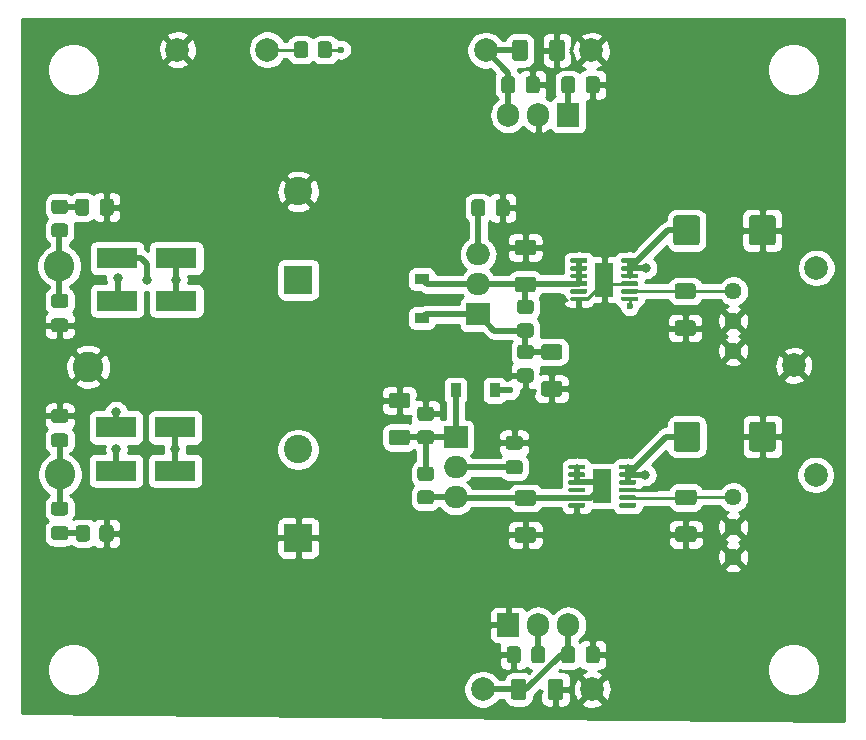
<source format=gbr>
G04 #@! TF.GenerationSoftware,KiCad,Pcbnew,(5.1.10-0-10_14)*
G04 #@! TF.CreationDate,2021-09-25T17:00:32+02:00*
G04 #@! TF.ProjectId,lv-lownoise-psu,6c762d6c-6f77-46e6-9f69-73652d707375,rev?*
G04 #@! TF.SameCoordinates,Original*
G04 #@! TF.FileFunction,Copper,L1,Top*
G04 #@! TF.FilePolarity,Positive*
%FSLAX46Y46*%
G04 Gerber Fmt 4.6, Leading zero omitted, Abs format (unit mm)*
G04 Created by KiCad (PCBNEW (5.1.10-0-10_14)) date 2021-09-25 17:00:32*
%MOMM*%
%LPD*%
G01*
G04 APERTURE LIST*
G04 #@! TA.AperFunction,ComponentPad*
%ADD10C,2.000000*%
G04 #@! TD*
G04 #@! TA.AperFunction,SMDPad,CuDef*
%ADD11R,0.900000X1.200000*%
G04 #@! TD*
G04 #@! TA.AperFunction,SMDPad,CuDef*
%ADD12R,1.200000X0.900000*%
G04 #@! TD*
G04 #@! TA.AperFunction,ComponentPad*
%ADD13O,2.000000X1.905000*%
G04 #@! TD*
G04 #@! TA.AperFunction,ComponentPad*
%ADD14R,2.000000X1.905000*%
G04 #@! TD*
G04 #@! TA.AperFunction,ComponentPad*
%ADD15O,1.905000X2.000000*%
G04 #@! TD*
G04 #@! TA.AperFunction,ComponentPad*
%ADD16R,1.905000X2.000000*%
G04 #@! TD*
G04 #@! TA.AperFunction,SMDPad,CuDef*
%ADD17R,3.500000X1.800000*%
G04 #@! TD*
G04 #@! TA.AperFunction,SMDPad,CuDef*
%ADD18R,1.650000X2.850000*%
G04 #@! TD*
G04 #@! TA.AperFunction,ComponentPad*
%ADD19C,2.400000*%
G04 #@! TD*
G04 #@! TA.AperFunction,ComponentPad*
%ADD20R,2.400000X2.400000*%
G04 #@! TD*
G04 #@! TA.AperFunction,ComponentPad*
%ADD21C,1.440000*%
G04 #@! TD*
G04 #@! TA.AperFunction,ComponentPad*
%ADD22C,2.600000*%
G04 #@! TD*
G04 #@! TA.AperFunction,ViaPad*
%ADD23C,0.800000*%
G04 #@! TD*
G04 #@! TA.AperFunction,ViaPad*
%ADD24C,0.600000*%
G04 #@! TD*
G04 #@! TA.AperFunction,Conductor*
%ADD25C,0.250000*%
G04 #@! TD*
G04 #@! TA.AperFunction,Conductor*
%ADD26C,0.500000*%
G04 #@! TD*
G04 #@! TA.AperFunction,Conductor*
%ADD27C,0.254000*%
G04 #@! TD*
G04 #@! TA.AperFunction,Conductor*
%ADD28C,0.100000*%
G04 #@! TD*
G04 APERTURE END LIST*
D10*
X148018500Y-49784000D03*
D11*
X120775000Y-60134500D03*
X117475000Y-60134500D03*
D12*
X114617500Y-54038500D03*
X114617500Y-50738500D03*
G04 #@! TA.AperFunction,SMDPad,CuDef*
G36*
G01*
X112062499Y-63472500D02*
X113362501Y-63472500D01*
G75*
G02*
X113612500Y-63722499I0J-249999D01*
G01*
X113612500Y-64547501D01*
G75*
G02*
X113362501Y-64797500I-249999J0D01*
G01*
X112062499Y-64797500D01*
G75*
G02*
X111812500Y-64547501I0J249999D01*
G01*
X111812500Y-63722499D01*
G75*
G02*
X112062499Y-63472500I249999J0D01*
G01*
G37*
G04 #@! TD.AperFunction*
G04 #@! TA.AperFunction,SMDPad,CuDef*
G36*
G01*
X112062499Y-60347500D02*
X113362501Y-60347500D01*
G75*
G02*
X113612500Y-60597499I0J-249999D01*
G01*
X113612500Y-61422501D01*
G75*
G02*
X113362501Y-61672500I-249999J0D01*
G01*
X112062499Y-61672500D01*
G75*
G02*
X111812500Y-61422501I0J249999D01*
G01*
X111812500Y-60597499D01*
G75*
G02*
X112062499Y-60347500I249999J0D01*
G01*
G37*
G04 #@! TD.AperFunction*
G04 #@! TA.AperFunction,SMDPad,CuDef*
G36*
G01*
X124952999Y-59358500D02*
X126253001Y-59358500D01*
G75*
G02*
X126503000Y-59608499I0J-249999D01*
G01*
X126503000Y-60433501D01*
G75*
G02*
X126253001Y-60683500I-249999J0D01*
G01*
X124952999Y-60683500D01*
G75*
G02*
X124703000Y-60433501I0J249999D01*
G01*
X124703000Y-59608499D01*
G75*
G02*
X124952999Y-59358500I249999J0D01*
G01*
G37*
G04 #@! TD.AperFunction*
G04 #@! TA.AperFunction,SMDPad,CuDef*
G36*
G01*
X124952999Y-56233500D02*
X126253001Y-56233500D01*
G75*
G02*
X126503000Y-56483499I0J-249999D01*
G01*
X126503000Y-57308501D01*
G75*
G02*
X126253001Y-57558500I-249999J0D01*
G01*
X124952999Y-57558500D01*
G75*
G02*
X124703000Y-57308501I0J249999D01*
G01*
X124703000Y-56483499D01*
G75*
G02*
X124952999Y-56233500I249999J0D01*
G01*
G37*
G04 #@! TD.AperFunction*
D10*
X119761000Y-85471000D03*
X129032000Y-85471000D03*
X128968500Y-31369000D03*
X120015000Y-31369000D03*
X93916500Y-31305500D03*
X101536500Y-31305500D03*
X147955000Y-67310000D03*
X146113500Y-58039000D03*
G04 #@! TA.AperFunction,SMDPad,CuDef*
G36*
G01*
X114484999Y-68615000D02*
X115385001Y-68615000D01*
G75*
G02*
X115635000Y-68864999I0J-249999D01*
G01*
X115635000Y-69565001D01*
G75*
G02*
X115385001Y-69815000I-249999J0D01*
G01*
X114484999Y-69815000D01*
G75*
G02*
X114235000Y-69565001I0J249999D01*
G01*
X114235000Y-68864999D01*
G75*
G02*
X114484999Y-68615000I249999J0D01*
G01*
G37*
G04 #@! TD.AperFunction*
G04 #@! TA.AperFunction,SMDPad,CuDef*
G36*
G01*
X114484999Y-66615000D02*
X115385001Y-66615000D01*
G75*
G02*
X115635000Y-66864999I0J-249999D01*
G01*
X115635000Y-67565001D01*
G75*
G02*
X115385001Y-67815000I-249999J0D01*
G01*
X114484999Y-67815000D01*
G75*
G02*
X114235000Y-67565001I0J249999D01*
G01*
X114235000Y-66864999D01*
G75*
G02*
X114484999Y-66615000I249999J0D01*
G01*
G37*
G04 #@! TD.AperFunction*
G04 #@! TA.AperFunction,SMDPad,CuDef*
G36*
G01*
X114484999Y-63535000D02*
X115385001Y-63535000D01*
G75*
G02*
X115635000Y-63784999I0J-249999D01*
G01*
X115635000Y-64485001D01*
G75*
G02*
X115385001Y-64735000I-249999J0D01*
G01*
X114484999Y-64735000D01*
G75*
G02*
X114235000Y-64485001I0J249999D01*
G01*
X114235000Y-63784999D01*
G75*
G02*
X114484999Y-63535000I249999J0D01*
G01*
G37*
G04 #@! TD.AperFunction*
G04 #@! TA.AperFunction,SMDPad,CuDef*
G36*
G01*
X114484999Y-61535000D02*
X115385001Y-61535000D01*
G75*
G02*
X115635000Y-61784999I0J-249999D01*
G01*
X115635000Y-62485001D01*
G75*
G02*
X115385001Y-62735000I-249999J0D01*
G01*
X114484999Y-62735000D01*
G75*
G02*
X114235000Y-62485001I0J249999D01*
G01*
X114235000Y-61784999D01*
G75*
G02*
X114484999Y-61535000I249999J0D01*
G01*
G37*
G04 #@! TD.AperFunction*
D13*
X117475000Y-69215000D03*
X117475000Y-66675000D03*
D14*
X117475000Y-64135000D03*
D13*
X119380000Y-48641000D03*
X119380000Y-51181000D03*
D14*
X119380000Y-53721000D03*
G04 #@! TA.AperFunction,SMDPad,CuDef*
G36*
G01*
X122930499Y-58296000D02*
X123830501Y-58296000D01*
G75*
G02*
X124080500Y-58545999I0J-249999D01*
G01*
X124080500Y-59246001D01*
G75*
G02*
X123830501Y-59496000I-249999J0D01*
G01*
X122930499Y-59496000D01*
G75*
G02*
X122680500Y-59246001I0J249999D01*
G01*
X122680500Y-58545999D01*
G75*
G02*
X122930499Y-58296000I249999J0D01*
G01*
G37*
G04 #@! TD.AperFunction*
G04 #@! TA.AperFunction,SMDPad,CuDef*
G36*
G01*
X122930499Y-56296000D02*
X123830501Y-56296000D01*
G75*
G02*
X124080500Y-56545999I0J-249999D01*
G01*
X124080500Y-57246001D01*
G75*
G02*
X123830501Y-57496000I-249999J0D01*
G01*
X122930499Y-57496000D01*
G75*
G02*
X122680500Y-57246001I0J249999D01*
G01*
X122680500Y-56545999D01*
G75*
G02*
X122930499Y-56296000I249999J0D01*
G01*
G37*
G04 #@! TD.AperFunction*
G04 #@! TA.AperFunction,SMDPad,CuDef*
G36*
G01*
X122930499Y-54486000D02*
X123830501Y-54486000D01*
G75*
G02*
X124080500Y-54735999I0J-249999D01*
G01*
X124080500Y-55436001D01*
G75*
G02*
X123830501Y-55686000I-249999J0D01*
G01*
X122930499Y-55686000D01*
G75*
G02*
X122680500Y-55436001I0J249999D01*
G01*
X122680500Y-54735999D01*
G75*
G02*
X122930499Y-54486000I249999J0D01*
G01*
G37*
G04 #@! TD.AperFunction*
G04 #@! TA.AperFunction,SMDPad,CuDef*
G36*
G01*
X122930499Y-52486000D02*
X123830501Y-52486000D01*
G75*
G02*
X124080500Y-52735999I0J-249999D01*
G01*
X124080500Y-53436001D01*
G75*
G02*
X123830501Y-53686000I-249999J0D01*
G01*
X122930499Y-53686000D01*
G75*
G02*
X122680500Y-53436001I0J249999D01*
G01*
X122680500Y-52735999D01*
G75*
G02*
X122930499Y-52486000I249999J0D01*
G01*
G37*
G04 #@! TD.AperFunction*
G04 #@! TA.AperFunction,SMDPad,CuDef*
G36*
G01*
X123471500Y-84820997D02*
X123471500Y-86121003D01*
G75*
G02*
X123221503Y-86371000I-249997J0D01*
G01*
X122396497Y-86371000D01*
G75*
G02*
X122146500Y-86121003I0J249997D01*
G01*
X122146500Y-84820997D01*
G75*
G02*
X122396497Y-84571000I249997J0D01*
G01*
X123221503Y-84571000D01*
G75*
G02*
X123471500Y-84820997I0J-249997D01*
G01*
G37*
G04 #@! TD.AperFunction*
G04 #@! TA.AperFunction,SMDPad,CuDef*
G36*
G01*
X126596500Y-84820997D02*
X126596500Y-86121003D01*
G75*
G02*
X126346503Y-86371000I-249997J0D01*
G01*
X125521497Y-86371000D01*
G75*
G02*
X125271500Y-86121003I0J249997D01*
G01*
X125271500Y-84820997D01*
G75*
G02*
X125521497Y-84571000I249997J0D01*
G01*
X126346503Y-84571000D01*
G75*
G02*
X126596500Y-84820997I0J-249997D01*
G01*
G37*
G04 #@! TD.AperFunction*
G04 #@! TA.AperFunction,SMDPad,CuDef*
G36*
G01*
X125385000Y-32019003D02*
X125385000Y-30718997D01*
G75*
G02*
X125634997Y-30469000I249997J0D01*
G01*
X126460003Y-30469000D01*
G75*
G02*
X126710000Y-30718997I0J-249997D01*
G01*
X126710000Y-32019003D01*
G75*
G02*
X126460003Y-32269000I-249997J0D01*
G01*
X125634997Y-32269000D01*
G75*
G02*
X125385000Y-32019003I0J249997D01*
G01*
G37*
G04 #@! TD.AperFunction*
G04 #@! TA.AperFunction,SMDPad,CuDef*
G36*
G01*
X122260000Y-32019003D02*
X122260000Y-30718997D01*
G75*
G02*
X122509997Y-30469000I249997J0D01*
G01*
X123335003Y-30469000D01*
G75*
G02*
X123585000Y-30718997I0J-249997D01*
G01*
X123585000Y-32019003D01*
G75*
G02*
X123335003Y-32269000I-249997J0D01*
G01*
X122509997Y-32269000D01*
G75*
G02*
X122260000Y-32019003I0J249997D01*
G01*
G37*
G04 #@! TD.AperFunction*
G04 #@! TA.AperFunction,SMDPad,CuDef*
G36*
G01*
X123407500Y-34765000D02*
X123407500Y-33815000D01*
G75*
G02*
X123657500Y-33565000I250000J0D01*
G01*
X124332500Y-33565000D01*
G75*
G02*
X124582500Y-33815000I0J-250000D01*
G01*
X124582500Y-34765000D01*
G75*
G02*
X124332500Y-35015000I-250000J0D01*
G01*
X123657500Y-35015000D01*
G75*
G02*
X123407500Y-34765000I0J250000D01*
G01*
G37*
G04 #@! TD.AperFunction*
G04 #@! TA.AperFunction,SMDPad,CuDef*
G36*
G01*
X121332500Y-34765000D02*
X121332500Y-33815000D01*
G75*
G02*
X121582500Y-33565000I250000J0D01*
G01*
X122257500Y-33565000D01*
G75*
G02*
X122507500Y-33815000I0J-250000D01*
G01*
X122507500Y-34765000D01*
G75*
G02*
X122257500Y-35015000I-250000J0D01*
G01*
X121582500Y-35015000D01*
G75*
G02*
X121332500Y-34765000I0J250000D01*
G01*
G37*
G04 #@! TD.AperFunction*
G04 #@! TA.AperFunction,SMDPad,CuDef*
G36*
G01*
X83496999Y-46009000D02*
X84397001Y-46009000D01*
G75*
G02*
X84647000Y-46258999I0J-249999D01*
G01*
X84647000Y-46959001D01*
G75*
G02*
X84397001Y-47209000I-249999J0D01*
G01*
X83496999Y-47209000D01*
G75*
G02*
X83247000Y-46959001I0J249999D01*
G01*
X83247000Y-46258999D01*
G75*
G02*
X83496999Y-46009000I249999J0D01*
G01*
G37*
G04 #@! TD.AperFunction*
G04 #@! TA.AperFunction,SMDPad,CuDef*
G36*
G01*
X83496999Y-44009000D02*
X84397001Y-44009000D01*
G75*
G02*
X84647000Y-44258999I0J-249999D01*
G01*
X84647000Y-44959001D01*
G75*
G02*
X84397001Y-45209000I-249999J0D01*
G01*
X83496999Y-45209000D01*
G75*
G02*
X83247000Y-44959001I0J249999D01*
G01*
X83247000Y-44258999D01*
G75*
G02*
X83496999Y-44009000I249999J0D01*
G01*
G37*
G04 #@! TD.AperFunction*
G04 #@! TA.AperFunction,SMDPad,CuDef*
G36*
G01*
X87315500Y-72713001D02*
X87315500Y-71812999D01*
G75*
G02*
X87565499Y-71563000I249999J0D01*
G01*
X88265501Y-71563000D01*
G75*
G02*
X88515500Y-71812999I0J-249999D01*
G01*
X88515500Y-72713001D01*
G75*
G02*
X88265501Y-72963000I-249999J0D01*
G01*
X87565499Y-72963000D01*
G75*
G02*
X87315500Y-72713001I0J249999D01*
G01*
G37*
G04 #@! TD.AperFunction*
G04 #@! TA.AperFunction,SMDPad,CuDef*
G36*
G01*
X85315500Y-72713001D02*
X85315500Y-71812999D01*
G75*
G02*
X85565499Y-71563000I249999J0D01*
G01*
X86265501Y-71563000D01*
G75*
G02*
X86515500Y-71812999I0J-249999D01*
G01*
X86515500Y-72713001D01*
G75*
G02*
X86265501Y-72963000I-249999J0D01*
G01*
X85565499Y-72963000D01*
G75*
G02*
X85315500Y-72713001I0J249999D01*
G01*
G37*
G04 #@! TD.AperFunction*
G04 #@! TA.AperFunction,SMDPad,CuDef*
G36*
G01*
X137619503Y-69877500D02*
X136319497Y-69877500D01*
G75*
G02*
X136069500Y-69627503I0J249997D01*
G01*
X136069500Y-68802497D01*
G75*
G02*
X136319497Y-68552500I249997J0D01*
G01*
X137619503Y-68552500D01*
G75*
G02*
X137869500Y-68802497I0J-249997D01*
G01*
X137869500Y-69627503D01*
G75*
G02*
X137619503Y-69877500I-249997J0D01*
G01*
G37*
G04 #@! TD.AperFunction*
G04 #@! TA.AperFunction,SMDPad,CuDef*
G36*
G01*
X137619503Y-73002500D02*
X136319497Y-73002500D01*
G75*
G02*
X136069500Y-72752503I0J249997D01*
G01*
X136069500Y-71927497D01*
G75*
G02*
X136319497Y-71677500I249997J0D01*
G01*
X137619503Y-71677500D01*
G75*
G02*
X137869500Y-71927497I0J-249997D01*
G01*
X137869500Y-72752503D01*
G75*
G02*
X137619503Y-73002500I-249997J0D01*
G01*
G37*
G04 #@! TD.AperFunction*
G04 #@! TA.AperFunction,SMDPad,CuDef*
G36*
G01*
X136255997Y-54215000D02*
X137556003Y-54215000D01*
G75*
G02*
X137806000Y-54464997I0J-249997D01*
G01*
X137806000Y-55290003D01*
G75*
G02*
X137556003Y-55540000I-249997J0D01*
G01*
X136255997Y-55540000D01*
G75*
G02*
X136006000Y-55290003I0J249997D01*
G01*
X136006000Y-54464997D01*
G75*
G02*
X136255997Y-54215000I249997J0D01*
G01*
G37*
G04 #@! TD.AperFunction*
G04 #@! TA.AperFunction,SMDPad,CuDef*
G36*
G01*
X136255997Y-51090000D02*
X137556003Y-51090000D01*
G75*
G02*
X137806000Y-51339997I0J-249997D01*
G01*
X137806000Y-52165003D01*
G75*
G02*
X137556003Y-52415000I-249997J0D01*
G01*
X136255997Y-52415000D01*
G75*
G02*
X136006000Y-52165003I0J249997D01*
G01*
X136006000Y-51339997D01*
G75*
G02*
X136255997Y-51090000I249997J0D01*
G01*
G37*
G04 #@! TD.AperFunction*
G04 #@! TA.AperFunction,SMDPad,CuDef*
G36*
G01*
X124030503Y-69927500D02*
X122730497Y-69927500D01*
G75*
G02*
X122480500Y-69677503I0J249997D01*
G01*
X122480500Y-68852497D01*
G75*
G02*
X122730497Y-68602500I249997J0D01*
G01*
X124030503Y-68602500D01*
G75*
G02*
X124280500Y-68852497I0J-249997D01*
G01*
X124280500Y-69677503D01*
G75*
G02*
X124030503Y-69927500I-249997J0D01*
G01*
G37*
G04 #@! TD.AperFunction*
G04 #@! TA.AperFunction,SMDPad,CuDef*
G36*
G01*
X124030503Y-73052500D02*
X122730497Y-73052500D01*
G75*
G02*
X122480500Y-72802503I0J249997D01*
G01*
X122480500Y-71977497D01*
G75*
G02*
X122730497Y-71727500I249997J0D01*
G01*
X124030503Y-71727500D01*
G75*
G02*
X124280500Y-71977497I0J-249997D01*
G01*
X124280500Y-72802503D01*
G75*
G02*
X124030503Y-73052500I-249997J0D01*
G01*
G37*
G04 #@! TD.AperFunction*
G04 #@! TA.AperFunction,SMDPad,CuDef*
G36*
G01*
X124030503Y-48718500D02*
X122730497Y-48718500D01*
G75*
G02*
X122480500Y-48468503I0J249997D01*
G01*
X122480500Y-47643497D01*
G75*
G02*
X122730497Y-47393500I249997J0D01*
G01*
X124030503Y-47393500D01*
G75*
G02*
X124280500Y-47643497I0J-249997D01*
G01*
X124280500Y-48468503D01*
G75*
G02*
X124030503Y-48718500I-249997J0D01*
G01*
G37*
G04 #@! TD.AperFunction*
G04 #@! TA.AperFunction,SMDPad,CuDef*
G36*
G01*
X124030503Y-51843500D02*
X122730497Y-51843500D01*
G75*
G02*
X122480500Y-51593503I0J249997D01*
G01*
X122480500Y-50768497D01*
G75*
G02*
X122730497Y-50518500I249997J0D01*
G01*
X124030503Y-50518500D01*
G75*
G02*
X124280500Y-50768497I0J-249997D01*
G01*
X124280500Y-51593503D01*
G75*
G02*
X124030503Y-51843500I-249997J0D01*
G01*
G37*
G04 #@! TD.AperFunction*
G04 #@! TA.AperFunction,SMDPad,CuDef*
G36*
G01*
X121953000Y-66087500D02*
X122903000Y-66087500D01*
G75*
G02*
X123153000Y-66337500I0J-250000D01*
G01*
X123153000Y-67012500D01*
G75*
G02*
X122903000Y-67262500I-250000J0D01*
G01*
X121953000Y-67262500D01*
G75*
G02*
X121703000Y-67012500I0J250000D01*
G01*
X121703000Y-66337500D01*
G75*
G02*
X121953000Y-66087500I250000J0D01*
G01*
G37*
G04 #@! TD.AperFunction*
G04 #@! TA.AperFunction,SMDPad,CuDef*
G36*
G01*
X121953000Y-64012500D02*
X122903000Y-64012500D01*
G75*
G02*
X123153000Y-64262500I0J-250000D01*
G01*
X123153000Y-64937500D01*
G75*
G02*
X122903000Y-65187500I-250000J0D01*
G01*
X121953000Y-65187500D01*
G75*
G02*
X121703000Y-64937500I0J250000D01*
G01*
X121703000Y-64262500D01*
G75*
G02*
X121953000Y-64012500I250000J0D01*
G01*
G37*
G04 #@! TD.AperFunction*
G04 #@! TA.AperFunction,SMDPad,CuDef*
G36*
G01*
X120867500Y-45179000D02*
X120867500Y-44229000D01*
G75*
G02*
X121117500Y-43979000I250000J0D01*
G01*
X121792500Y-43979000D01*
G75*
G02*
X122042500Y-44229000I0J-250000D01*
G01*
X122042500Y-45179000D01*
G75*
G02*
X121792500Y-45429000I-250000J0D01*
G01*
X121117500Y-45429000D01*
G75*
G02*
X120867500Y-45179000I0J250000D01*
G01*
G37*
G04 #@! TD.AperFunction*
G04 #@! TA.AperFunction,SMDPad,CuDef*
G36*
G01*
X118792500Y-45179000D02*
X118792500Y-44229000D01*
G75*
G02*
X119042500Y-43979000I250000J0D01*
G01*
X119717500Y-43979000D01*
G75*
G02*
X119967500Y-44229000I0J-250000D01*
G01*
X119967500Y-45179000D01*
G75*
G02*
X119717500Y-45429000I-250000J0D01*
G01*
X119042500Y-45429000D01*
G75*
G02*
X118792500Y-45179000I0J250000D01*
G01*
G37*
G04 #@! TD.AperFunction*
G04 #@! TA.AperFunction,SMDPad,CuDef*
G36*
G01*
X86439500Y-44165500D02*
X86439500Y-45115500D01*
G75*
G02*
X86189500Y-45365500I-250000J0D01*
G01*
X85514500Y-45365500D01*
G75*
G02*
X85264500Y-45115500I0J250000D01*
G01*
X85264500Y-44165500D01*
G75*
G02*
X85514500Y-43915500I250000J0D01*
G01*
X86189500Y-43915500D01*
G75*
G02*
X86439500Y-44165500I0J-250000D01*
G01*
G37*
G04 #@! TD.AperFunction*
G04 #@! TA.AperFunction,SMDPad,CuDef*
G36*
G01*
X88514500Y-44165500D02*
X88514500Y-45115500D01*
G75*
G02*
X88264500Y-45365500I-250000J0D01*
G01*
X87589500Y-45365500D01*
G75*
G02*
X87339500Y-45115500I0J250000D01*
G01*
X87339500Y-44165500D01*
G75*
G02*
X87589500Y-43915500I250000J0D01*
G01*
X88264500Y-43915500D01*
G75*
G02*
X88514500Y-44165500I0J-250000D01*
G01*
G37*
G04 #@! TD.AperFunction*
G04 #@! TA.AperFunction,SMDPad,CuDef*
G36*
G01*
X83472000Y-71655000D02*
X84422000Y-71655000D01*
G75*
G02*
X84672000Y-71905000I0J-250000D01*
G01*
X84672000Y-72580000D01*
G75*
G02*
X84422000Y-72830000I-250000J0D01*
G01*
X83472000Y-72830000D01*
G75*
G02*
X83222000Y-72580000I0J250000D01*
G01*
X83222000Y-71905000D01*
G75*
G02*
X83472000Y-71655000I250000J0D01*
G01*
G37*
G04 #@! TD.AperFunction*
G04 #@! TA.AperFunction,SMDPad,CuDef*
G36*
G01*
X83472000Y-69580000D02*
X84422000Y-69580000D01*
G75*
G02*
X84672000Y-69830000I0J-250000D01*
G01*
X84672000Y-70505000D01*
G75*
G02*
X84422000Y-70755000I-250000J0D01*
G01*
X83472000Y-70755000D01*
G75*
G02*
X83222000Y-70505000I0J250000D01*
G01*
X83222000Y-69830000D01*
G75*
G02*
X83472000Y-69580000I250000J0D01*
G01*
G37*
G04 #@! TD.AperFunction*
G04 #@! TA.AperFunction,SMDPad,CuDef*
G36*
G01*
X84422000Y-53165500D02*
X83472000Y-53165500D01*
G75*
G02*
X83222000Y-52915500I0J250000D01*
G01*
X83222000Y-52240500D01*
G75*
G02*
X83472000Y-51990500I250000J0D01*
G01*
X84422000Y-51990500D01*
G75*
G02*
X84672000Y-52240500I0J-250000D01*
G01*
X84672000Y-52915500D01*
G75*
G02*
X84422000Y-53165500I-250000J0D01*
G01*
G37*
G04 #@! TD.AperFunction*
G04 #@! TA.AperFunction,SMDPad,CuDef*
G36*
G01*
X84422000Y-55240500D02*
X83472000Y-55240500D01*
G75*
G02*
X83222000Y-54990500I0J250000D01*
G01*
X83222000Y-54315500D01*
G75*
G02*
X83472000Y-54065500I250000J0D01*
G01*
X84422000Y-54065500D01*
G75*
G02*
X84672000Y-54315500I0J-250000D01*
G01*
X84672000Y-54990500D01*
G75*
G02*
X84422000Y-55240500I-250000J0D01*
G01*
G37*
G04 #@! TD.AperFunction*
G04 #@! TA.AperFunction,SMDPad,CuDef*
G36*
G01*
X84422000Y-62901500D02*
X83472000Y-62901500D01*
G75*
G02*
X83222000Y-62651500I0J250000D01*
G01*
X83222000Y-61976500D01*
G75*
G02*
X83472000Y-61726500I250000J0D01*
G01*
X84422000Y-61726500D01*
G75*
G02*
X84672000Y-61976500I0J-250000D01*
G01*
X84672000Y-62651500D01*
G75*
G02*
X84422000Y-62901500I-250000J0D01*
G01*
G37*
G04 #@! TD.AperFunction*
G04 #@! TA.AperFunction,SMDPad,CuDef*
G36*
G01*
X84422000Y-64976500D02*
X83472000Y-64976500D01*
G75*
G02*
X83222000Y-64726500I0J250000D01*
G01*
X83222000Y-64051500D01*
G75*
G02*
X83472000Y-63801500I250000J0D01*
G01*
X84422000Y-63801500D01*
G75*
G02*
X84672000Y-64051500I0J-250000D01*
G01*
X84672000Y-64726500D01*
G75*
G02*
X84422000Y-64976500I-250000J0D01*
G01*
G37*
G04 #@! TD.AperFunction*
G04 #@! TA.AperFunction,SMDPad,CuDef*
G36*
G01*
X138171500Y-63046499D02*
X138171500Y-65096501D01*
G75*
G02*
X137921501Y-65346500I-249999J0D01*
G01*
X136171499Y-65346500D01*
G75*
G02*
X135921500Y-65096501I0J249999D01*
G01*
X135921500Y-63046499D01*
G75*
G02*
X136171499Y-62796500I249999J0D01*
G01*
X137921501Y-62796500D01*
G75*
G02*
X138171500Y-63046499I0J-249999D01*
G01*
G37*
G04 #@! TD.AperFunction*
G04 #@! TA.AperFunction,SMDPad,CuDef*
G36*
G01*
X144571500Y-63046499D02*
X144571500Y-65096501D01*
G75*
G02*
X144321501Y-65346500I-249999J0D01*
G01*
X142571499Y-65346500D01*
G75*
G02*
X142321500Y-65096501I0J249999D01*
G01*
X142321500Y-63046499D01*
G75*
G02*
X142571499Y-62796500I249999J0D01*
G01*
X144321501Y-62796500D01*
G75*
G02*
X144571500Y-63046499I0J-249999D01*
G01*
G37*
G04 #@! TD.AperFunction*
G04 #@! TA.AperFunction,SMDPad,CuDef*
G36*
G01*
X142308000Y-47634001D02*
X142308000Y-45583999D01*
G75*
G02*
X142557999Y-45334000I249999J0D01*
G01*
X144308001Y-45334000D01*
G75*
G02*
X144558000Y-45583999I0J-249999D01*
G01*
X144558000Y-47634001D01*
G75*
G02*
X144308001Y-47884000I-249999J0D01*
G01*
X142557999Y-47884000D01*
G75*
G02*
X142308000Y-47634001I0J249999D01*
G01*
G37*
G04 #@! TD.AperFunction*
G04 #@! TA.AperFunction,SMDPad,CuDef*
G36*
G01*
X135908000Y-47634001D02*
X135908000Y-45583999D01*
G75*
G02*
X136157999Y-45334000I249999J0D01*
G01*
X137908001Y-45334000D01*
G75*
G02*
X138158000Y-45583999I0J-249999D01*
G01*
X138158000Y-47634001D01*
G75*
G02*
X137908001Y-47884000I-249999J0D01*
G01*
X136157999Y-47884000D01*
G75*
G02*
X135908000Y-47634001I0J249999D01*
G01*
G37*
G04 #@! TD.AperFunction*
D15*
X127000000Y-80010000D03*
X124460000Y-80010000D03*
D16*
X121920000Y-80010000D03*
D15*
X121920000Y-36830000D03*
X124460000Y-36830000D03*
D16*
X127000000Y-36830000D03*
D17*
X88827600Y-52578000D03*
X93827600Y-52578000D03*
X88827600Y-48971200D03*
X93827600Y-48971200D03*
X93726000Y-63296800D03*
X88726000Y-63296800D03*
X93726000Y-66954400D03*
X88726000Y-66954400D03*
D18*
X129886600Y-68261900D03*
G04 #@! TA.AperFunction,SMDPad,CuDef*
G36*
G01*
X131311600Y-66736900D02*
X131311600Y-66536900D01*
G75*
G02*
X131411600Y-66436900I100000J0D01*
G01*
X132661600Y-66436900D01*
G75*
G02*
X132761600Y-66536900I0J-100000D01*
G01*
X132761600Y-66736900D01*
G75*
G02*
X132661600Y-66836900I-100000J0D01*
G01*
X131411600Y-66836900D01*
G75*
G02*
X131311600Y-66736900I0J100000D01*
G01*
G37*
G04 #@! TD.AperFunction*
G04 #@! TA.AperFunction,SMDPad,CuDef*
G36*
G01*
X131311600Y-67386900D02*
X131311600Y-67186900D01*
G75*
G02*
X131411600Y-67086900I100000J0D01*
G01*
X132661600Y-67086900D01*
G75*
G02*
X132761600Y-67186900I0J-100000D01*
G01*
X132761600Y-67386900D01*
G75*
G02*
X132661600Y-67486900I-100000J0D01*
G01*
X131411600Y-67486900D01*
G75*
G02*
X131311600Y-67386900I0J100000D01*
G01*
G37*
G04 #@! TD.AperFunction*
G04 #@! TA.AperFunction,SMDPad,CuDef*
G36*
G01*
X131311600Y-68036900D02*
X131311600Y-67836900D01*
G75*
G02*
X131411600Y-67736900I100000J0D01*
G01*
X132661600Y-67736900D01*
G75*
G02*
X132761600Y-67836900I0J-100000D01*
G01*
X132761600Y-68036900D01*
G75*
G02*
X132661600Y-68136900I-100000J0D01*
G01*
X131411600Y-68136900D01*
G75*
G02*
X131311600Y-68036900I0J100000D01*
G01*
G37*
G04 #@! TD.AperFunction*
G04 #@! TA.AperFunction,SMDPad,CuDef*
G36*
G01*
X131311600Y-68686900D02*
X131311600Y-68486900D01*
G75*
G02*
X131411600Y-68386900I100000J0D01*
G01*
X132661600Y-68386900D01*
G75*
G02*
X132761600Y-68486900I0J-100000D01*
G01*
X132761600Y-68686900D01*
G75*
G02*
X132661600Y-68786900I-100000J0D01*
G01*
X131411600Y-68786900D01*
G75*
G02*
X131311600Y-68686900I0J100000D01*
G01*
G37*
G04 #@! TD.AperFunction*
G04 #@! TA.AperFunction,SMDPad,CuDef*
G36*
G01*
X131311600Y-69336900D02*
X131311600Y-69136900D01*
G75*
G02*
X131411600Y-69036900I100000J0D01*
G01*
X132661600Y-69036900D01*
G75*
G02*
X132761600Y-69136900I0J-100000D01*
G01*
X132761600Y-69336900D01*
G75*
G02*
X132661600Y-69436900I-100000J0D01*
G01*
X131411600Y-69436900D01*
G75*
G02*
X131311600Y-69336900I0J100000D01*
G01*
G37*
G04 #@! TD.AperFunction*
G04 #@! TA.AperFunction,SMDPad,CuDef*
G36*
G01*
X131311600Y-69986900D02*
X131311600Y-69786900D01*
G75*
G02*
X131411600Y-69686900I100000J0D01*
G01*
X132661600Y-69686900D01*
G75*
G02*
X132761600Y-69786900I0J-100000D01*
G01*
X132761600Y-69986900D01*
G75*
G02*
X132661600Y-70086900I-100000J0D01*
G01*
X131411600Y-70086900D01*
G75*
G02*
X131311600Y-69986900I0J100000D01*
G01*
G37*
G04 #@! TD.AperFunction*
G04 #@! TA.AperFunction,SMDPad,CuDef*
G36*
G01*
X127011600Y-69986900D02*
X127011600Y-69786900D01*
G75*
G02*
X127111600Y-69686900I100000J0D01*
G01*
X128361600Y-69686900D01*
G75*
G02*
X128461600Y-69786900I0J-100000D01*
G01*
X128461600Y-69986900D01*
G75*
G02*
X128361600Y-70086900I-100000J0D01*
G01*
X127111600Y-70086900D01*
G75*
G02*
X127011600Y-69986900I0J100000D01*
G01*
G37*
G04 #@! TD.AperFunction*
G04 #@! TA.AperFunction,SMDPad,CuDef*
G36*
G01*
X127011600Y-69336900D02*
X127011600Y-69136900D01*
G75*
G02*
X127111600Y-69036900I100000J0D01*
G01*
X128361600Y-69036900D01*
G75*
G02*
X128461600Y-69136900I0J-100000D01*
G01*
X128461600Y-69336900D01*
G75*
G02*
X128361600Y-69436900I-100000J0D01*
G01*
X127111600Y-69436900D01*
G75*
G02*
X127011600Y-69336900I0J100000D01*
G01*
G37*
G04 #@! TD.AperFunction*
G04 #@! TA.AperFunction,SMDPad,CuDef*
G36*
G01*
X127011600Y-68686900D02*
X127011600Y-68486900D01*
G75*
G02*
X127111600Y-68386900I100000J0D01*
G01*
X128361600Y-68386900D01*
G75*
G02*
X128461600Y-68486900I0J-100000D01*
G01*
X128461600Y-68686900D01*
G75*
G02*
X128361600Y-68786900I-100000J0D01*
G01*
X127111600Y-68786900D01*
G75*
G02*
X127011600Y-68686900I0J100000D01*
G01*
G37*
G04 #@! TD.AperFunction*
G04 #@! TA.AperFunction,SMDPad,CuDef*
G36*
G01*
X127011600Y-68036900D02*
X127011600Y-67836900D01*
G75*
G02*
X127111600Y-67736900I100000J0D01*
G01*
X128361600Y-67736900D01*
G75*
G02*
X128461600Y-67836900I0J-100000D01*
G01*
X128461600Y-68036900D01*
G75*
G02*
X128361600Y-68136900I-100000J0D01*
G01*
X127111600Y-68136900D01*
G75*
G02*
X127011600Y-68036900I0J100000D01*
G01*
G37*
G04 #@! TD.AperFunction*
G04 #@! TA.AperFunction,SMDPad,CuDef*
G36*
G01*
X127011600Y-67386900D02*
X127011600Y-67186900D01*
G75*
G02*
X127111600Y-67086900I100000J0D01*
G01*
X128361600Y-67086900D01*
G75*
G02*
X128461600Y-67186900I0J-100000D01*
G01*
X128461600Y-67386900D01*
G75*
G02*
X128361600Y-67486900I-100000J0D01*
G01*
X127111600Y-67486900D01*
G75*
G02*
X127011600Y-67386900I0J100000D01*
G01*
G37*
G04 #@! TD.AperFunction*
G04 #@! TA.AperFunction,SMDPad,CuDef*
G36*
G01*
X127011600Y-66736900D02*
X127011600Y-66536900D01*
G75*
G02*
X127111600Y-66436900I100000J0D01*
G01*
X128361600Y-66436900D01*
G75*
G02*
X128461600Y-66536900I0J-100000D01*
G01*
X128461600Y-66736900D01*
G75*
G02*
X128361600Y-66836900I-100000J0D01*
G01*
X127111600Y-66836900D01*
G75*
G02*
X127011600Y-66736900I0J100000D01*
G01*
G37*
G04 #@! TD.AperFunction*
D19*
X104140000Y-65151000D03*
D20*
X104140000Y-72651000D03*
D19*
X104140000Y-43300000D03*
D20*
X104140000Y-50800000D03*
G04 #@! TA.AperFunction,SMDPad,CuDef*
G36*
G01*
X105794000Y-31755501D02*
X105794000Y-30855499D01*
G75*
G02*
X106043999Y-30605500I249999J0D01*
G01*
X106744001Y-30605500D01*
G75*
G02*
X106994000Y-30855499I0J-249999D01*
G01*
X106994000Y-31755501D01*
G75*
G02*
X106744001Y-32005500I-249999J0D01*
G01*
X106043999Y-32005500D01*
G75*
G02*
X105794000Y-31755501I0J249999D01*
G01*
G37*
G04 #@! TD.AperFunction*
G04 #@! TA.AperFunction,SMDPad,CuDef*
G36*
G01*
X103794000Y-31755501D02*
X103794000Y-30855499D01*
G75*
G02*
X104043999Y-30605500I249999J0D01*
G01*
X104744001Y-30605500D01*
G75*
G02*
X104994000Y-30855499I0J-249999D01*
G01*
X104994000Y-31755501D01*
G75*
G02*
X104744001Y-32005500I-249999J0D01*
G01*
X104043999Y-32005500D01*
G75*
G02*
X103794000Y-31755501I0J249999D01*
G01*
G37*
G04 #@! TD.AperFunction*
G04 #@! TA.AperFunction,SMDPad,CuDef*
G36*
G01*
X127587500Y-82075000D02*
X127587500Y-83025000D01*
G75*
G02*
X127337500Y-83275000I-250000J0D01*
G01*
X126662500Y-83275000D01*
G75*
G02*
X126412500Y-83025000I0J250000D01*
G01*
X126412500Y-82075000D01*
G75*
G02*
X126662500Y-81825000I250000J0D01*
G01*
X127337500Y-81825000D01*
G75*
G02*
X127587500Y-82075000I0J-250000D01*
G01*
G37*
G04 #@! TD.AperFunction*
G04 #@! TA.AperFunction,SMDPad,CuDef*
G36*
G01*
X129662500Y-82075000D02*
X129662500Y-83025000D01*
G75*
G02*
X129412500Y-83275000I-250000J0D01*
G01*
X128737500Y-83275000D01*
G75*
G02*
X128487500Y-83025000I0J250000D01*
G01*
X128487500Y-82075000D01*
G75*
G02*
X128737500Y-81825000I250000J0D01*
G01*
X129412500Y-81825000D01*
G75*
G02*
X129662500Y-82075000I0J-250000D01*
G01*
G37*
G04 #@! TD.AperFunction*
G04 #@! TA.AperFunction,SMDPad,CuDef*
G36*
G01*
X123872500Y-83025000D02*
X123872500Y-82075000D01*
G75*
G02*
X124122500Y-81825000I250000J0D01*
G01*
X124797500Y-81825000D01*
G75*
G02*
X125047500Y-82075000I0J-250000D01*
G01*
X125047500Y-83025000D01*
G75*
G02*
X124797500Y-83275000I-250000J0D01*
G01*
X124122500Y-83275000D01*
G75*
G02*
X123872500Y-83025000I0J250000D01*
G01*
G37*
G04 #@! TD.AperFunction*
G04 #@! TA.AperFunction,SMDPad,CuDef*
G36*
G01*
X121797500Y-83025000D02*
X121797500Y-82075000D01*
G75*
G02*
X122047500Y-81825000I250000J0D01*
G01*
X122722500Y-81825000D01*
G75*
G02*
X122972500Y-82075000I0J-250000D01*
G01*
X122972500Y-83025000D01*
G75*
G02*
X122722500Y-83275000I-250000J0D01*
G01*
X122047500Y-83275000D01*
G75*
G02*
X121797500Y-83025000I0J250000D01*
G01*
G37*
G04 #@! TD.AperFunction*
G04 #@! TA.AperFunction,SMDPad,CuDef*
G36*
G01*
X128487500Y-34765000D02*
X128487500Y-33815000D01*
G75*
G02*
X128737500Y-33565000I250000J0D01*
G01*
X129412500Y-33565000D01*
G75*
G02*
X129662500Y-33815000I0J-250000D01*
G01*
X129662500Y-34765000D01*
G75*
G02*
X129412500Y-35015000I-250000J0D01*
G01*
X128737500Y-35015000D01*
G75*
G02*
X128487500Y-34765000I0J250000D01*
G01*
G37*
G04 #@! TD.AperFunction*
G04 #@! TA.AperFunction,SMDPad,CuDef*
G36*
G01*
X126412500Y-34765000D02*
X126412500Y-33815000D01*
G75*
G02*
X126662500Y-33565000I250000J0D01*
G01*
X127337500Y-33565000D01*
G75*
G02*
X127587500Y-33815000I0J-250000D01*
G01*
X127587500Y-34765000D01*
G75*
G02*
X127337500Y-35015000I-250000J0D01*
G01*
X126662500Y-35015000D01*
G75*
G02*
X126412500Y-34765000I0J250000D01*
G01*
G37*
G04 #@! TD.AperFunction*
D21*
X140970000Y-74295000D03*
X140970000Y-71755000D03*
X140970000Y-69215000D03*
D18*
X130064400Y-50787900D03*
G04 #@! TA.AperFunction,SMDPad,CuDef*
G36*
G01*
X131489400Y-49262900D02*
X131489400Y-49062900D01*
G75*
G02*
X131589400Y-48962900I100000J0D01*
G01*
X132839400Y-48962900D01*
G75*
G02*
X132939400Y-49062900I0J-100000D01*
G01*
X132939400Y-49262900D01*
G75*
G02*
X132839400Y-49362900I-100000J0D01*
G01*
X131589400Y-49362900D01*
G75*
G02*
X131489400Y-49262900I0J100000D01*
G01*
G37*
G04 #@! TD.AperFunction*
G04 #@! TA.AperFunction,SMDPad,CuDef*
G36*
G01*
X131489400Y-49912900D02*
X131489400Y-49712900D01*
G75*
G02*
X131589400Y-49612900I100000J0D01*
G01*
X132839400Y-49612900D01*
G75*
G02*
X132939400Y-49712900I0J-100000D01*
G01*
X132939400Y-49912900D01*
G75*
G02*
X132839400Y-50012900I-100000J0D01*
G01*
X131589400Y-50012900D01*
G75*
G02*
X131489400Y-49912900I0J100000D01*
G01*
G37*
G04 #@! TD.AperFunction*
G04 #@! TA.AperFunction,SMDPad,CuDef*
G36*
G01*
X131489400Y-50562900D02*
X131489400Y-50362900D01*
G75*
G02*
X131589400Y-50262900I100000J0D01*
G01*
X132839400Y-50262900D01*
G75*
G02*
X132939400Y-50362900I0J-100000D01*
G01*
X132939400Y-50562900D01*
G75*
G02*
X132839400Y-50662900I-100000J0D01*
G01*
X131589400Y-50662900D01*
G75*
G02*
X131489400Y-50562900I0J100000D01*
G01*
G37*
G04 #@! TD.AperFunction*
G04 #@! TA.AperFunction,SMDPad,CuDef*
G36*
G01*
X131489400Y-51212900D02*
X131489400Y-51012900D01*
G75*
G02*
X131589400Y-50912900I100000J0D01*
G01*
X132839400Y-50912900D01*
G75*
G02*
X132939400Y-51012900I0J-100000D01*
G01*
X132939400Y-51212900D01*
G75*
G02*
X132839400Y-51312900I-100000J0D01*
G01*
X131589400Y-51312900D01*
G75*
G02*
X131489400Y-51212900I0J100000D01*
G01*
G37*
G04 #@! TD.AperFunction*
G04 #@! TA.AperFunction,SMDPad,CuDef*
G36*
G01*
X131489400Y-51862900D02*
X131489400Y-51662900D01*
G75*
G02*
X131589400Y-51562900I100000J0D01*
G01*
X132839400Y-51562900D01*
G75*
G02*
X132939400Y-51662900I0J-100000D01*
G01*
X132939400Y-51862900D01*
G75*
G02*
X132839400Y-51962900I-100000J0D01*
G01*
X131589400Y-51962900D01*
G75*
G02*
X131489400Y-51862900I0J100000D01*
G01*
G37*
G04 #@! TD.AperFunction*
G04 #@! TA.AperFunction,SMDPad,CuDef*
G36*
G01*
X131489400Y-52512900D02*
X131489400Y-52312900D01*
G75*
G02*
X131589400Y-52212900I100000J0D01*
G01*
X132839400Y-52212900D01*
G75*
G02*
X132939400Y-52312900I0J-100000D01*
G01*
X132939400Y-52512900D01*
G75*
G02*
X132839400Y-52612900I-100000J0D01*
G01*
X131589400Y-52612900D01*
G75*
G02*
X131489400Y-52512900I0J100000D01*
G01*
G37*
G04 #@! TD.AperFunction*
G04 #@! TA.AperFunction,SMDPad,CuDef*
G36*
G01*
X127189400Y-52512900D02*
X127189400Y-52312900D01*
G75*
G02*
X127289400Y-52212900I100000J0D01*
G01*
X128539400Y-52212900D01*
G75*
G02*
X128639400Y-52312900I0J-100000D01*
G01*
X128639400Y-52512900D01*
G75*
G02*
X128539400Y-52612900I-100000J0D01*
G01*
X127289400Y-52612900D01*
G75*
G02*
X127189400Y-52512900I0J100000D01*
G01*
G37*
G04 #@! TD.AperFunction*
G04 #@! TA.AperFunction,SMDPad,CuDef*
G36*
G01*
X127189400Y-51862900D02*
X127189400Y-51662900D01*
G75*
G02*
X127289400Y-51562900I100000J0D01*
G01*
X128539400Y-51562900D01*
G75*
G02*
X128639400Y-51662900I0J-100000D01*
G01*
X128639400Y-51862900D01*
G75*
G02*
X128539400Y-51962900I-100000J0D01*
G01*
X127289400Y-51962900D01*
G75*
G02*
X127189400Y-51862900I0J100000D01*
G01*
G37*
G04 #@! TD.AperFunction*
G04 #@! TA.AperFunction,SMDPad,CuDef*
G36*
G01*
X127189400Y-51212900D02*
X127189400Y-51012900D01*
G75*
G02*
X127289400Y-50912900I100000J0D01*
G01*
X128539400Y-50912900D01*
G75*
G02*
X128639400Y-51012900I0J-100000D01*
G01*
X128639400Y-51212900D01*
G75*
G02*
X128539400Y-51312900I-100000J0D01*
G01*
X127289400Y-51312900D01*
G75*
G02*
X127189400Y-51212900I0J100000D01*
G01*
G37*
G04 #@! TD.AperFunction*
G04 #@! TA.AperFunction,SMDPad,CuDef*
G36*
G01*
X127189400Y-50562900D02*
X127189400Y-50362900D01*
G75*
G02*
X127289400Y-50262900I100000J0D01*
G01*
X128539400Y-50262900D01*
G75*
G02*
X128639400Y-50362900I0J-100000D01*
G01*
X128639400Y-50562900D01*
G75*
G02*
X128539400Y-50662900I-100000J0D01*
G01*
X127289400Y-50662900D01*
G75*
G02*
X127189400Y-50562900I0J100000D01*
G01*
G37*
G04 #@! TD.AperFunction*
G04 #@! TA.AperFunction,SMDPad,CuDef*
G36*
G01*
X127189400Y-49912900D02*
X127189400Y-49712900D01*
G75*
G02*
X127289400Y-49612900I100000J0D01*
G01*
X128539400Y-49612900D01*
G75*
G02*
X128639400Y-49712900I0J-100000D01*
G01*
X128639400Y-49912900D01*
G75*
G02*
X128539400Y-50012900I-100000J0D01*
G01*
X127289400Y-50012900D01*
G75*
G02*
X127189400Y-49912900I0J100000D01*
G01*
G37*
G04 #@! TD.AperFunction*
G04 #@! TA.AperFunction,SMDPad,CuDef*
G36*
G01*
X127189400Y-49262900D02*
X127189400Y-49062900D01*
G75*
G02*
X127289400Y-48962900I100000J0D01*
G01*
X128539400Y-48962900D01*
G75*
G02*
X128639400Y-49062900I0J-100000D01*
G01*
X128639400Y-49262900D01*
G75*
G02*
X128539400Y-49362900I-100000J0D01*
G01*
X127289400Y-49362900D01*
G75*
G02*
X127189400Y-49262900I0J100000D01*
G01*
G37*
G04 #@! TD.AperFunction*
D21*
X140970000Y-56832500D03*
X140970000Y-54292500D03*
X140970000Y-51752500D03*
D22*
X83921600Y-49631600D03*
X86360000Y-58166000D03*
X83972400Y-67259200D03*
D23*
X93827600Y-50800000D03*
X88849200Y-50647600D03*
X88726000Y-61997600D03*
X93726000Y-65125600D03*
D24*
X107759500Y-31305500D03*
D23*
X133604000Y-49784000D03*
X133540500Y-67310000D03*
X88747600Y-65125600D03*
X91338400Y-50800000D03*
D24*
X132207000Y-53022500D03*
X126496600Y-51112900D03*
X122110500Y-60134500D03*
D25*
X130064400Y-50987900D02*
X130064400Y-50787900D01*
X130389400Y-51112900D02*
X130064400Y-50787900D01*
X132214400Y-51112900D02*
X130389400Y-51112900D01*
X130064400Y-50938958D02*
X130064400Y-50787900D01*
X128590458Y-52412900D02*
X130064400Y-50938958D01*
X127914400Y-52412900D02*
X128590458Y-52412900D01*
D26*
X127711200Y-69962310D02*
X127736600Y-69936910D01*
D25*
X132080500Y-68630800D02*
X132036600Y-68586900D01*
D26*
X127711200Y-71069200D02*
X127711200Y-69962310D01*
D25*
X132036600Y-68586900D02*
X134422600Y-68586900D01*
X134422600Y-68586900D02*
X136588500Y-66421000D01*
D26*
X93827600Y-52244000D02*
X93798400Y-52273200D01*
X93827600Y-50800000D02*
X93827600Y-48971200D01*
X93827600Y-50800000D02*
X93827600Y-52578000D01*
X127000000Y-36830000D02*
X127000000Y-34290000D01*
X119380000Y-48641000D02*
X119380000Y-44704000D01*
X88726000Y-63296800D02*
X88726000Y-61997600D01*
X88849200Y-52556400D02*
X88827600Y-52578000D01*
X88849200Y-50647600D02*
X88849200Y-52556400D01*
X83921600Y-52552600D02*
X83947000Y-52578000D01*
X83921600Y-49631600D02*
X83921600Y-52552600D01*
X83921600Y-46634400D02*
X83947000Y-46609000D01*
X83921600Y-49631600D02*
X83921600Y-46634400D01*
X93726000Y-65125600D02*
X93726000Y-63296800D01*
X93726000Y-65125600D02*
X93726000Y-66954400D01*
X124460000Y-82550000D02*
X124460000Y-80010000D01*
X122428000Y-66675000D02*
X117475000Y-66675000D01*
D25*
X106394000Y-31305500D02*
X107759500Y-31305500D01*
D26*
X121920000Y-36830000D02*
X121920000Y-34290000D01*
X120015000Y-31369000D02*
X122922500Y-31369000D01*
X121920000Y-34290000D02*
X121920000Y-33274000D01*
X121920000Y-33274000D02*
X120015000Y-31369000D01*
X127000000Y-82550000D02*
X127000000Y-80010000D01*
X126392500Y-82550000D02*
X127000000Y-82550000D01*
X123471500Y-85471000D02*
X126392500Y-82550000D01*
X122809000Y-85471000D02*
X123471500Y-85471000D01*
X122809000Y-85471000D02*
X119761000Y-85471000D01*
D25*
X104394000Y-31305500D02*
X101536500Y-31305500D01*
D26*
X132214400Y-49162900D02*
X132214400Y-50462900D01*
X135418300Y-46609000D02*
X132214400Y-49812900D01*
X137033000Y-46609000D02*
X135418300Y-46609000D01*
X133575100Y-49812900D02*
X133604000Y-49784000D01*
X132214400Y-49812900D02*
X133575100Y-49812900D01*
X132038500Y-67285000D02*
X132036600Y-67286900D01*
X132036600Y-66636900D02*
X132036600Y-67936900D01*
X135252000Y-64071500D02*
X132036600Y-67286900D01*
X137046500Y-64071500D02*
X135252000Y-64071500D01*
X133517400Y-67286900D02*
X133540500Y-67310000D01*
X132036600Y-67286900D02*
X133517400Y-67286900D01*
X88747600Y-66932800D02*
X88726000Y-66954400D01*
X88747600Y-65125600D02*
X88747600Y-66932800D01*
X91338400Y-50800000D02*
X91338400Y-49479200D01*
X90830400Y-48971200D02*
X88827600Y-48971200D01*
X91338400Y-49479200D02*
X90830400Y-48971200D01*
X83972400Y-64477900D02*
X83883500Y-64389000D01*
X83972400Y-64414400D02*
X83947000Y-64389000D01*
X83972400Y-67259200D02*
X83972400Y-64414400D01*
X83947000Y-67284600D02*
X83972400Y-67259200D01*
X83947000Y-70167500D02*
X83947000Y-67284600D01*
X83967500Y-72263000D02*
X83947000Y-72242500D01*
X85915500Y-72263000D02*
X83967500Y-72263000D01*
X83978500Y-44640500D02*
X83947000Y-44609000D01*
X85852000Y-44640500D02*
X83978500Y-44640500D01*
D25*
X132214400Y-53015100D02*
X132207000Y-53022500D01*
X132214400Y-52412900D02*
X132214400Y-53015100D01*
X127826994Y-51200306D02*
X127914400Y-51112900D01*
X127909800Y-51117500D02*
X127914400Y-51112900D01*
D26*
X127913600Y-49162100D02*
X127914400Y-49162900D01*
X127914400Y-49162900D02*
X127914400Y-51112900D01*
X123448600Y-51112900D02*
X123380500Y-51181000D01*
X127914400Y-51112900D02*
X126496600Y-51112900D01*
X126496600Y-51112900D02*
X123448600Y-51112900D01*
X119380000Y-51181000D02*
X123380500Y-51181000D01*
X123380500Y-53086000D02*
X123380500Y-51181000D01*
X115060000Y-51181000D02*
X114617500Y-50738500D01*
X119380000Y-51181000D02*
X115060000Y-51181000D01*
X127736600Y-66636900D02*
X127736600Y-67936900D01*
X129561590Y-67936890D02*
X127736600Y-67936890D01*
X129886600Y-68261900D02*
X129561590Y-67936890D01*
X128911600Y-69236900D02*
X129886600Y-68261900D01*
X127736600Y-69236900D02*
X128911600Y-69236900D01*
X123408600Y-69236900D02*
X123380500Y-69265000D01*
X127736600Y-69236900D02*
X123408600Y-69236900D01*
X117525000Y-69265000D02*
X117475000Y-69215000D01*
X123380500Y-69265000D02*
X117525000Y-69265000D01*
X117475000Y-69215000D02*
X114935000Y-69215000D01*
X122110500Y-60134500D02*
X120775000Y-60134500D01*
D25*
X132229400Y-51777900D02*
X132214400Y-51762900D01*
X136895600Y-51762900D02*
X136906000Y-51752500D01*
X132214400Y-51762900D02*
X136895600Y-51762900D01*
X136906000Y-51752500D02*
X140970000Y-51752500D01*
X136947600Y-69236900D02*
X136969500Y-69215000D01*
X132036600Y-69236900D02*
X136947600Y-69236900D01*
X136969500Y-69215000D02*
X140970000Y-69215000D01*
D26*
X123380500Y-56896000D02*
X123380500Y-55086000D01*
X120745000Y-55086000D02*
X119380000Y-53721000D01*
X123380500Y-55086000D02*
X120745000Y-55086000D01*
X114935000Y-53721000D02*
X114617500Y-54038500D01*
X119380000Y-53721000D02*
X114935000Y-53721000D01*
X123380500Y-56896000D02*
X125603000Y-56896000D01*
X114935000Y-67215000D02*
X114935000Y-64135000D01*
X117475000Y-64135000D02*
X114935000Y-64135000D01*
X114935000Y-64135000D02*
X112712500Y-64135000D01*
X117475000Y-64135000D02*
X117475000Y-60134500D01*
D27*
X150368000Y-88136840D02*
X80772000Y-87504149D01*
X80772000Y-83599872D01*
X82855000Y-83599872D01*
X82855000Y-84040128D01*
X82940890Y-84471925D01*
X83109369Y-84878669D01*
X83353962Y-85244729D01*
X83665271Y-85556038D01*
X84031331Y-85800631D01*
X84438075Y-85969110D01*
X84869872Y-86055000D01*
X85310128Y-86055000D01*
X85741925Y-85969110D01*
X86148669Y-85800631D01*
X86514729Y-85556038D01*
X86760800Y-85309967D01*
X118126000Y-85309967D01*
X118126000Y-85632033D01*
X118188832Y-85947912D01*
X118312082Y-86245463D01*
X118491013Y-86513252D01*
X118718748Y-86740987D01*
X118986537Y-86919918D01*
X119284088Y-87043168D01*
X119599967Y-87106000D01*
X119922033Y-87106000D01*
X120237912Y-87043168D01*
X120535463Y-86919918D01*
X120803252Y-86740987D01*
X121030987Y-86513252D01*
X121136059Y-86356000D01*
X121544222Y-86356000D01*
X121576028Y-86460852D01*
X121658095Y-86614388D01*
X121768537Y-86748963D01*
X121903112Y-86859405D01*
X122056648Y-86941472D01*
X122223243Y-86992008D01*
X122396497Y-87009072D01*
X123221503Y-87009072D01*
X123394757Y-86992008D01*
X123561352Y-86941472D01*
X123714888Y-86859405D01*
X123849463Y-86748963D01*
X123959905Y-86614388D01*
X124041972Y-86460852D01*
X124092508Y-86294257D01*
X124109572Y-86121003D01*
X124109572Y-86088540D01*
X124128034Y-86066044D01*
X124636500Y-85557578D01*
X124636500Y-85598002D01*
X124795248Y-85598002D01*
X124636500Y-85756750D01*
X124633428Y-86371000D01*
X124645688Y-86495482D01*
X124681998Y-86615180D01*
X124740963Y-86725494D01*
X124820315Y-86822185D01*
X124917006Y-86901537D01*
X125027320Y-86960502D01*
X125147018Y-86996812D01*
X125271500Y-87009072D01*
X125648250Y-87006000D01*
X125807000Y-86847250D01*
X125807000Y-85598000D01*
X126061000Y-85598000D01*
X126061000Y-86847250D01*
X126219750Y-87006000D01*
X126596500Y-87009072D01*
X126720982Y-86996812D01*
X126840680Y-86960502D01*
X126950994Y-86901537D01*
X127047685Y-86822185D01*
X127127037Y-86725494D01*
X127186002Y-86615180D01*
X127188661Y-86606413D01*
X128076192Y-86606413D01*
X128171956Y-86870814D01*
X128461571Y-87011704D01*
X128773108Y-87093384D01*
X129094595Y-87112718D01*
X129413675Y-87068961D01*
X129718088Y-86963795D01*
X129892044Y-86870814D01*
X129987808Y-86606413D01*
X129032000Y-85650605D01*
X128076192Y-86606413D01*
X127188661Y-86606413D01*
X127222312Y-86495482D01*
X127234572Y-86371000D01*
X127231500Y-85756750D01*
X127072750Y-85598000D01*
X126061000Y-85598000D01*
X125807000Y-85598000D01*
X125787000Y-85598000D01*
X125787000Y-85533595D01*
X127390282Y-85533595D01*
X127434039Y-85852675D01*
X127539205Y-86157088D01*
X127632186Y-86331044D01*
X127896587Y-86426808D01*
X128852395Y-85471000D01*
X129211605Y-85471000D01*
X130167413Y-86426808D01*
X130431814Y-86331044D01*
X130572704Y-86041429D01*
X130654384Y-85729892D01*
X130673718Y-85408405D01*
X130629961Y-85089325D01*
X130524795Y-84784912D01*
X130431814Y-84610956D01*
X130167413Y-84515192D01*
X129211605Y-85471000D01*
X128852395Y-85471000D01*
X127896587Y-84515192D01*
X127632186Y-84610956D01*
X127491296Y-84900571D01*
X127409616Y-85212108D01*
X127390282Y-85533595D01*
X125787000Y-85533595D01*
X125787000Y-85344000D01*
X125807000Y-85344000D01*
X125807000Y-85324000D01*
X126061000Y-85324000D01*
X126061000Y-85344000D01*
X127072750Y-85344000D01*
X127231500Y-85185250D01*
X127234572Y-84571000D01*
X127222312Y-84446518D01*
X127186002Y-84326820D01*
X127127037Y-84216506D01*
X127047685Y-84119815D01*
X126950994Y-84040463D01*
X126840680Y-83981498D01*
X126720982Y-83945188D01*
X126596500Y-83932928D01*
X126258394Y-83935685D01*
X126342566Y-83851513D01*
X126489246Y-83896008D01*
X126662500Y-83913072D01*
X127337500Y-83913072D01*
X127510754Y-83896008D01*
X127677350Y-83845472D01*
X127830886Y-83763405D01*
X127965462Y-83652962D01*
X127970842Y-83646406D01*
X128036315Y-83726185D01*
X128133006Y-83805537D01*
X128243320Y-83864502D01*
X128363018Y-83900812D01*
X128487500Y-83913072D01*
X128535871Y-83912580D01*
X128345912Y-83978205D01*
X128171956Y-84071186D01*
X128076192Y-84335587D01*
X129032000Y-85291395D01*
X129987808Y-84335587D01*
X129892044Y-84071186D01*
X129602429Y-83930296D01*
X129531654Y-83911740D01*
X129662500Y-83913072D01*
X129786982Y-83900812D01*
X129906680Y-83864502D01*
X130016994Y-83805537D01*
X130113685Y-83726185D01*
X130193037Y-83629494D01*
X130208870Y-83599872D01*
X143815000Y-83599872D01*
X143815000Y-84040128D01*
X143900890Y-84471925D01*
X144069369Y-84878669D01*
X144313962Y-85244729D01*
X144625271Y-85556038D01*
X144991331Y-85800631D01*
X145398075Y-85969110D01*
X145829872Y-86055000D01*
X146270128Y-86055000D01*
X146701925Y-85969110D01*
X147108669Y-85800631D01*
X147474729Y-85556038D01*
X147786038Y-85244729D01*
X148030631Y-84878669D01*
X148199110Y-84471925D01*
X148285000Y-84040128D01*
X148285000Y-83599872D01*
X148199110Y-83168075D01*
X148030631Y-82761331D01*
X147786038Y-82395271D01*
X147474729Y-82083962D01*
X147108669Y-81839369D01*
X146701925Y-81670890D01*
X146270128Y-81585000D01*
X145829872Y-81585000D01*
X145398075Y-81670890D01*
X144991331Y-81839369D01*
X144625271Y-82083962D01*
X144313962Y-82395271D01*
X144069369Y-82761331D01*
X143900890Y-83168075D01*
X143815000Y-83599872D01*
X130208870Y-83599872D01*
X130252002Y-83519180D01*
X130288312Y-83399482D01*
X130300572Y-83275000D01*
X130297500Y-82835750D01*
X130138750Y-82677000D01*
X129202000Y-82677000D01*
X129202000Y-82697000D01*
X128948000Y-82697000D01*
X128948000Y-82677000D01*
X128928000Y-82677000D01*
X128928000Y-82423000D01*
X128948000Y-82423000D01*
X128948000Y-81348750D01*
X129202000Y-81348750D01*
X129202000Y-82423000D01*
X130138750Y-82423000D01*
X130297500Y-82264250D01*
X130300572Y-81825000D01*
X130288312Y-81700518D01*
X130252002Y-81580820D01*
X130193037Y-81470506D01*
X130113685Y-81373815D01*
X130016994Y-81294463D01*
X129906680Y-81235498D01*
X129786982Y-81199188D01*
X129662500Y-81186928D01*
X129360750Y-81190000D01*
X129202000Y-81348750D01*
X128948000Y-81348750D01*
X128789250Y-81190000D01*
X128487500Y-81186928D01*
X128363018Y-81199188D01*
X128243320Y-81235498D01*
X128133006Y-81294463D01*
X128036315Y-81373815D01*
X127970842Y-81453594D01*
X127965462Y-81447038D01*
X127887348Y-81382932D01*
X128127963Y-81185463D01*
X128326345Y-80943734D01*
X128473755Y-80667948D01*
X128564530Y-80368703D01*
X128587500Y-80135485D01*
X128587500Y-79884514D01*
X128564530Y-79651296D01*
X128473755Y-79352051D01*
X128326345Y-79076265D01*
X128127963Y-78834537D01*
X127886234Y-78636155D01*
X127610448Y-78488745D01*
X127311203Y-78397970D01*
X127000000Y-78367319D01*
X126688796Y-78397970D01*
X126389551Y-78488745D01*
X126113765Y-78636155D01*
X125872037Y-78834537D01*
X125730000Y-79007609D01*
X125587963Y-78834537D01*
X125346234Y-78636155D01*
X125070448Y-78488745D01*
X124771203Y-78397970D01*
X124460000Y-78367319D01*
X124148796Y-78397970D01*
X123849551Y-78488745D01*
X123573765Y-78636155D01*
X123447905Y-78739446D01*
X123403037Y-78655506D01*
X123323685Y-78558815D01*
X123226994Y-78479463D01*
X123116680Y-78420498D01*
X122996982Y-78384188D01*
X122872500Y-78371928D01*
X122205750Y-78375000D01*
X122047000Y-78533750D01*
X122047000Y-79883000D01*
X122067000Y-79883000D01*
X122067000Y-80137000D01*
X122047000Y-80137000D01*
X122047000Y-80157000D01*
X121793000Y-80157000D01*
X121793000Y-80137000D01*
X120491250Y-80137000D01*
X120332500Y-80295750D01*
X120329428Y-81010000D01*
X120341688Y-81134482D01*
X120377998Y-81254180D01*
X120436963Y-81364494D01*
X120516315Y-81461185D01*
X120613006Y-81540537D01*
X120723320Y-81599502D01*
X120843018Y-81635812D01*
X120967500Y-81648072D01*
X121187905Y-81647056D01*
X121171688Y-81700518D01*
X121159428Y-81825000D01*
X121162500Y-82264250D01*
X121321250Y-82423000D01*
X122258000Y-82423000D01*
X122258000Y-82403000D01*
X122512000Y-82403000D01*
X122512000Y-82423000D01*
X122532000Y-82423000D01*
X122532000Y-82677000D01*
X122512000Y-82677000D01*
X122512000Y-83751250D01*
X122670750Y-83910000D01*
X122972500Y-83913072D01*
X123096982Y-83900812D01*
X123216680Y-83864502D01*
X123326994Y-83805537D01*
X123423685Y-83726185D01*
X123489158Y-83646406D01*
X123494538Y-83652962D01*
X123629114Y-83763405D01*
X123782650Y-83845472D01*
X123830833Y-83860088D01*
X123645445Y-84045477D01*
X123561352Y-84000528D01*
X123394757Y-83949992D01*
X123221503Y-83932928D01*
X122396497Y-83932928D01*
X122223243Y-83949992D01*
X122056648Y-84000528D01*
X121903112Y-84082595D01*
X121768537Y-84193037D01*
X121658095Y-84327612D01*
X121576028Y-84481148D01*
X121544222Y-84586000D01*
X121136059Y-84586000D01*
X121030987Y-84428748D01*
X120803252Y-84201013D01*
X120535463Y-84022082D01*
X120237912Y-83898832D01*
X119922033Y-83836000D01*
X119599967Y-83836000D01*
X119284088Y-83898832D01*
X118986537Y-84022082D01*
X118718748Y-84201013D01*
X118491013Y-84428748D01*
X118312082Y-84696537D01*
X118188832Y-84994088D01*
X118126000Y-85309967D01*
X86760800Y-85309967D01*
X86826038Y-85244729D01*
X87070631Y-84878669D01*
X87239110Y-84471925D01*
X87325000Y-84040128D01*
X87325000Y-83599872D01*
X87260379Y-83275000D01*
X121159428Y-83275000D01*
X121171688Y-83399482D01*
X121207998Y-83519180D01*
X121266963Y-83629494D01*
X121346315Y-83726185D01*
X121443006Y-83805537D01*
X121553320Y-83864502D01*
X121673018Y-83900812D01*
X121797500Y-83913072D01*
X122099250Y-83910000D01*
X122258000Y-83751250D01*
X122258000Y-82677000D01*
X121321250Y-82677000D01*
X121162500Y-82835750D01*
X121159428Y-83275000D01*
X87260379Y-83275000D01*
X87239110Y-83168075D01*
X87070631Y-82761331D01*
X86826038Y-82395271D01*
X86514729Y-82083962D01*
X86148669Y-81839369D01*
X85741925Y-81670890D01*
X85310128Y-81585000D01*
X84869872Y-81585000D01*
X84438075Y-81670890D01*
X84031331Y-81839369D01*
X83665271Y-82083962D01*
X83353962Y-82395271D01*
X83109369Y-82761331D01*
X82940890Y-83168075D01*
X82855000Y-83599872D01*
X80772000Y-83599872D01*
X80772000Y-79010000D01*
X120329428Y-79010000D01*
X120332500Y-79724250D01*
X120491250Y-79883000D01*
X121793000Y-79883000D01*
X121793000Y-78533750D01*
X121634250Y-78375000D01*
X120967500Y-78371928D01*
X120843018Y-78384188D01*
X120723320Y-78420498D01*
X120613006Y-78479463D01*
X120516315Y-78558815D01*
X120436963Y-78655506D01*
X120377998Y-78765820D01*
X120341688Y-78885518D01*
X120329428Y-79010000D01*
X80772000Y-79010000D01*
X80772000Y-75230560D01*
X140214045Y-75230560D01*
X140275932Y-75466368D01*
X140517790Y-75579266D01*
X140777027Y-75642811D01*
X141043680Y-75654561D01*
X141307501Y-75614063D01*
X141558353Y-75522875D01*
X141664068Y-75466368D01*
X141725955Y-75230560D01*
X140970000Y-74474605D01*
X140214045Y-75230560D01*
X80772000Y-75230560D01*
X80772000Y-73851000D01*
X102301928Y-73851000D01*
X102314188Y-73975482D01*
X102350498Y-74095180D01*
X102409463Y-74205494D01*
X102488815Y-74302185D01*
X102585506Y-74381537D01*
X102695820Y-74440502D01*
X102815518Y-74476812D01*
X102940000Y-74489072D01*
X103854250Y-74486000D01*
X104013000Y-74327250D01*
X104013000Y-72778000D01*
X104267000Y-72778000D01*
X104267000Y-74327250D01*
X104425750Y-74486000D01*
X105340000Y-74489072D01*
X105464482Y-74476812D01*
X105584180Y-74440502D01*
X105694494Y-74381537D01*
X105710160Y-74368680D01*
X139610439Y-74368680D01*
X139650937Y-74632501D01*
X139742125Y-74883353D01*
X139798632Y-74989068D01*
X140034440Y-75050955D01*
X140790395Y-74295000D01*
X141149605Y-74295000D01*
X141905560Y-75050955D01*
X142141368Y-74989068D01*
X142254266Y-74747210D01*
X142317811Y-74487973D01*
X142329561Y-74221320D01*
X142289063Y-73957499D01*
X142197875Y-73706647D01*
X142141368Y-73600932D01*
X141905560Y-73539045D01*
X141149605Y-74295000D01*
X140790395Y-74295000D01*
X140034440Y-73539045D01*
X139798632Y-73600932D01*
X139685734Y-73842790D01*
X139622189Y-74102027D01*
X139610439Y-74368680D01*
X105710160Y-74368680D01*
X105791185Y-74302185D01*
X105870537Y-74205494D01*
X105929502Y-74095180D01*
X105965812Y-73975482D01*
X105978072Y-73851000D01*
X105975389Y-73052500D01*
X121842428Y-73052500D01*
X121854688Y-73176982D01*
X121890998Y-73296680D01*
X121949963Y-73406994D01*
X122029315Y-73503685D01*
X122126006Y-73583037D01*
X122236320Y-73642002D01*
X122356018Y-73678312D01*
X122480500Y-73690572D01*
X123094750Y-73687500D01*
X123253500Y-73528750D01*
X123253500Y-72517000D01*
X123507500Y-72517000D01*
X123507500Y-73528750D01*
X123666250Y-73687500D01*
X124280500Y-73690572D01*
X124404982Y-73678312D01*
X124524680Y-73642002D01*
X124634994Y-73583037D01*
X124731685Y-73503685D01*
X124811037Y-73406994D01*
X124870002Y-73296680D01*
X124906312Y-73176982D01*
X124918572Y-73052500D01*
X124918165Y-73002500D01*
X135431428Y-73002500D01*
X135443688Y-73126982D01*
X135479998Y-73246680D01*
X135538963Y-73356994D01*
X135618315Y-73453685D01*
X135715006Y-73533037D01*
X135825320Y-73592002D01*
X135945018Y-73628312D01*
X136069500Y-73640572D01*
X136683750Y-73637500D01*
X136842500Y-73478750D01*
X136842500Y-72467000D01*
X137096500Y-72467000D01*
X137096500Y-73478750D01*
X137255250Y-73637500D01*
X137869500Y-73640572D01*
X137993982Y-73628312D01*
X138113680Y-73592002D01*
X138223994Y-73533037D01*
X138320685Y-73453685D01*
X138400037Y-73356994D01*
X138459002Y-73246680D01*
X138495312Y-73126982D01*
X138507572Y-73002500D01*
X138505029Y-72690560D01*
X140214045Y-72690560D01*
X140275932Y-72926368D01*
X140491738Y-73027105D01*
X140381647Y-73067125D01*
X140275932Y-73123632D01*
X140214045Y-73359440D01*
X140970000Y-74115395D01*
X141725955Y-73359440D01*
X141664068Y-73123632D01*
X141448262Y-73022895D01*
X141558353Y-72982875D01*
X141664068Y-72926368D01*
X141725955Y-72690560D01*
X140970000Y-71934605D01*
X140214045Y-72690560D01*
X138505029Y-72690560D01*
X138504500Y-72625750D01*
X138345750Y-72467000D01*
X137096500Y-72467000D01*
X136842500Y-72467000D01*
X135593250Y-72467000D01*
X135434500Y-72625750D01*
X135431428Y-73002500D01*
X124918165Y-73002500D01*
X124915500Y-72675750D01*
X124756750Y-72517000D01*
X123507500Y-72517000D01*
X123253500Y-72517000D01*
X122004250Y-72517000D01*
X121845500Y-72675750D01*
X121842428Y-73052500D01*
X105975389Y-73052500D01*
X105975000Y-72936750D01*
X105816250Y-72778000D01*
X104267000Y-72778000D01*
X104013000Y-72778000D01*
X102463750Y-72778000D01*
X102305000Y-72936750D01*
X102301928Y-73851000D01*
X80772000Y-73851000D01*
X80772000Y-67068619D01*
X82037400Y-67068619D01*
X82037400Y-67449781D01*
X82111761Y-67823619D01*
X82257625Y-68175766D01*
X82469387Y-68492691D01*
X82738909Y-68762213D01*
X83055834Y-68973975D01*
X83062000Y-68976529D01*
X83062000Y-69047024D01*
X82978614Y-69091595D01*
X82844038Y-69202038D01*
X82733595Y-69336614D01*
X82651528Y-69490150D01*
X82600992Y-69656746D01*
X82583928Y-69830000D01*
X82583928Y-70505000D01*
X82600992Y-70678254D01*
X82651528Y-70844850D01*
X82733595Y-70998386D01*
X82844038Y-71132962D01*
X82931817Y-71205000D01*
X82844038Y-71277038D01*
X82733595Y-71411614D01*
X82651528Y-71565150D01*
X82600992Y-71731746D01*
X82583928Y-71905000D01*
X82583928Y-72580000D01*
X82600992Y-72753254D01*
X82651528Y-72919850D01*
X82733595Y-73073386D01*
X82844038Y-73207962D01*
X82978614Y-73318405D01*
X83132150Y-73400472D01*
X83298746Y-73451008D01*
X83472000Y-73468072D01*
X84422000Y-73468072D01*
X84595254Y-73451008D01*
X84761850Y-73400472D01*
X84915386Y-73318405D01*
X84917561Y-73316620D01*
X84937538Y-73340962D01*
X85072113Y-73451405D01*
X85225649Y-73533472D01*
X85392245Y-73584008D01*
X85565499Y-73601072D01*
X86265501Y-73601072D01*
X86438755Y-73584008D01*
X86605351Y-73533472D01*
X86758887Y-73451405D01*
X86840137Y-73384724D01*
X86864315Y-73414185D01*
X86961006Y-73493537D01*
X87071320Y-73552502D01*
X87191018Y-73588812D01*
X87315500Y-73601072D01*
X87629750Y-73598000D01*
X87788500Y-73439250D01*
X87788500Y-72390000D01*
X88042500Y-72390000D01*
X88042500Y-73439250D01*
X88201250Y-73598000D01*
X88515500Y-73601072D01*
X88639982Y-73588812D01*
X88759680Y-73552502D01*
X88869994Y-73493537D01*
X88966685Y-73414185D01*
X89046037Y-73317494D01*
X89105002Y-73207180D01*
X89141312Y-73087482D01*
X89153572Y-72963000D01*
X89150500Y-72548750D01*
X88991750Y-72390000D01*
X88042500Y-72390000D01*
X87788500Y-72390000D01*
X87768500Y-72390000D01*
X87768500Y-72136000D01*
X87788500Y-72136000D01*
X87788500Y-71086750D01*
X88042500Y-71086750D01*
X88042500Y-72136000D01*
X88991750Y-72136000D01*
X89150500Y-71977250D01*
X89153572Y-71563000D01*
X89142542Y-71451000D01*
X102301928Y-71451000D01*
X102305000Y-72365250D01*
X102463750Y-72524000D01*
X104013000Y-72524000D01*
X104013000Y-70974750D01*
X104267000Y-70974750D01*
X104267000Y-72524000D01*
X105816250Y-72524000D01*
X105975000Y-72365250D01*
X105977142Y-71727500D01*
X121842428Y-71727500D01*
X121845500Y-72104250D01*
X122004250Y-72263000D01*
X123253500Y-72263000D01*
X123253500Y-71251250D01*
X123507500Y-71251250D01*
X123507500Y-72263000D01*
X124756750Y-72263000D01*
X124915500Y-72104250D01*
X124918572Y-71727500D01*
X124913648Y-71677500D01*
X135431428Y-71677500D01*
X135434500Y-72054250D01*
X135593250Y-72213000D01*
X136842500Y-72213000D01*
X136842500Y-71201250D01*
X137096500Y-71201250D01*
X137096500Y-72213000D01*
X138345750Y-72213000D01*
X138504500Y-72054250D01*
X138506339Y-71828680D01*
X139610439Y-71828680D01*
X139650937Y-72092501D01*
X139742125Y-72343353D01*
X139798632Y-72449068D01*
X140034440Y-72510955D01*
X140790395Y-71755000D01*
X141149605Y-71755000D01*
X141905560Y-72510955D01*
X142141368Y-72449068D01*
X142254266Y-72207210D01*
X142317811Y-71947973D01*
X142329561Y-71681320D01*
X142289063Y-71417499D01*
X142197875Y-71166647D01*
X142141368Y-71060932D01*
X141905560Y-70999045D01*
X141149605Y-71755000D01*
X140790395Y-71755000D01*
X140034440Y-70999045D01*
X139798632Y-71060932D01*
X139685734Y-71302790D01*
X139622189Y-71562027D01*
X139610439Y-71828680D01*
X138506339Y-71828680D01*
X138507572Y-71677500D01*
X138495312Y-71553018D01*
X138459002Y-71433320D01*
X138400037Y-71323006D01*
X138320685Y-71226315D01*
X138223994Y-71146963D01*
X138113680Y-71087998D01*
X137993982Y-71051688D01*
X137869500Y-71039428D01*
X137255250Y-71042500D01*
X137096500Y-71201250D01*
X136842500Y-71201250D01*
X136683750Y-71042500D01*
X136069500Y-71039428D01*
X135945018Y-71051688D01*
X135825320Y-71087998D01*
X135715006Y-71146963D01*
X135618315Y-71226315D01*
X135538963Y-71323006D01*
X135479998Y-71433320D01*
X135443688Y-71553018D01*
X135431428Y-71677500D01*
X124913648Y-71677500D01*
X124906312Y-71603018D01*
X124870002Y-71483320D01*
X124811037Y-71373006D01*
X124731685Y-71276315D01*
X124634994Y-71196963D01*
X124524680Y-71137998D01*
X124404982Y-71101688D01*
X124280500Y-71089428D01*
X123666250Y-71092500D01*
X123507500Y-71251250D01*
X123253500Y-71251250D01*
X123094750Y-71092500D01*
X122480500Y-71089428D01*
X122356018Y-71101688D01*
X122236320Y-71137998D01*
X122126006Y-71196963D01*
X122029315Y-71276315D01*
X121949963Y-71373006D01*
X121890998Y-71483320D01*
X121854688Y-71603018D01*
X121842428Y-71727500D01*
X105977142Y-71727500D01*
X105978072Y-71451000D01*
X105965812Y-71326518D01*
X105929502Y-71206820D01*
X105870537Y-71096506D01*
X105791185Y-70999815D01*
X105694494Y-70920463D01*
X105584180Y-70861498D01*
X105464482Y-70825188D01*
X105340000Y-70812928D01*
X104425750Y-70816000D01*
X104267000Y-70974750D01*
X104013000Y-70974750D01*
X103854250Y-70816000D01*
X102940000Y-70812928D01*
X102815518Y-70825188D01*
X102695820Y-70861498D01*
X102585506Y-70920463D01*
X102488815Y-70999815D01*
X102409463Y-71096506D01*
X102350498Y-71206820D01*
X102314188Y-71326518D01*
X102301928Y-71451000D01*
X89142542Y-71451000D01*
X89141312Y-71438518D01*
X89105002Y-71318820D01*
X89046037Y-71208506D01*
X88966685Y-71111815D01*
X88869994Y-71032463D01*
X88759680Y-70973498D01*
X88639982Y-70937188D01*
X88515500Y-70924928D01*
X88201250Y-70928000D01*
X88042500Y-71086750D01*
X87788500Y-71086750D01*
X87629750Y-70928000D01*
X87315500Y-70924928D01*
X87191018Y-70937188D01*
X87071320Y-70973498D01*
X86961006Y-71032463D01*
X86864315Y-71111815D01*
X86840137Y-71141276D01*
X86758887Y-71074595D01*
X86605351Y-70992528D01*
X86438755Y-70941992D01*
X86265501Y-70924928D01*
X85565499Y-70924928D01*
X85392245Y-70941992D01*
X85225649Y-70992528D01*
X85117984Y-71050076D01*
X85160405Y-70998386D01*
X85242472Y-70844850D01*
X85293008Y-70678254D01*
X85310072Y-70505000D01*
X85310072Y-69830000D01*
X85293008Y-69656746D01*
X85242472Y-69490150D01*
X85160405Y-69336614D01*
X85049962Y-69202038D01*
X84915386Y-69091595D01*
X84832000Y-69047024D01*
X84832000Y-68997571D01*
X84888966Y-68973975D01*
X85205891Y-68762213D01*
X85475413Y-68492691D01*
X85687175Y-68175766D01*
X85833039Y-67823619D01*
X85907400Y-67449781D01*
X85907400Y-67068619D01*
X85833039Y-66694781D01*
X85687175Y-66342634D01*
X85475413Y-66025709D01*
X85205891Y-65756187D01*
X84888966Y-65544425D01*
X84857400Y-65531350D01*
X84857400Y-65495899D01*
X84915386Y-65464905D01*
X85049962Y-65354462D01*
X85160405Y-65219886D01*
X85242472Y-65066350D01*
X85293008Y-64899754D01*
X85310072Y-64726500D01*
X85310072Y-64051500D01*
X85293008Y-63878246D01*
X85242472Y-63711650D01*
X85160405Y-63558114D01*
X85049962Y-63423538D01*
X85043406Y-63418158D01*
X85123185Y-63352685D01*
X85202537Y-63255994D01*
X85261502Y-63145680D01*
X85297812Y-63025982D01*
X85310072Y-62901500D01*
X85307000Y-62599750D01*
X85148250Y-62441000D01*
X84074000Y-62441000D01*
X84074000Y-62461000D01*
X83820000Y-62461000D01*
X83820000Y-62441000D01*
X82745750Y-62441000D01*
X82587000Y-62599750D01*
X82583928Y-62901500D01*
X82596188Y-63025982D01*
X82632498Y-63145680D01*
X82691463Y-63255994D01*
X82770815Y-63352685D01*
X82850594Y-63418158D01*
X82844038Y-63423538D01*
X82733595Y-63558114D01*
X82651528Y-63711650D01*
X82600992Y-63878246D01*
X82583928Y-64051500D01*
X82583928Y-64726500D01*
X82600992Y-64899754D01*
X82651528Y-65066350D01*
X82733595Y-65219886D01*
X82844038Y-65354462D01*
X82978614Y-65464905D01*
X83087401Y-65523053D01*
X83087401Y-65531350D01*
X83055834Y-65544425D01*
X82738909Y-65756187D01*
X82469387Y-66025709D01*
X82257625Y-66342634D01*
X82111761Y-66694781D01*
X82037400Y-67068619D01*
X80772000Y-67068619D01*
X80772000Y-62396800D01*
X86337928Y-62396800D01*
X86337928Y-64196800D01*
X86350188Y-64321282D01*
X86386498Y-64440980D01*
X86445463Y-64551294D01*
X86524815Y-64647985D01*
X86621506Y-64727337D01*
X86731820Y-64786302D01*
X86851518Y-64822612D01*
X86976000Y-64834872D01*
X87750152Y-64834872D01*
X87712600Y-65023661D01*
X87712600Y-65227539D01*
X87750152Y-65416328D01*
X86976000Y-65416328D01*
X86851518Y-65428588D01*
X86731820Y-65464898D01*
X86621506Y-65523863D01*
X86524815Y-65603215D01*
X86445463Y-65699906D01*
X86386498Y-65810220D01*
X86350188Y-65929918D01*
X86337928Y-66054400D01*
X86337928Y-67854400D01*
X86350188Y-67978882D01*
X86386498Y-68098580D01*
X86445463Y-68208894D01*
X86524815Y-68305585D01*
X86621506Y-68384937D01*
X86731820Y-68443902D01*
X86851518Y-68480212D01*
X86976000Y-68492472D01*
X90476000Y-68492472D01*
X90600482Y-68480212D01*
X90720180Y-68443902D01*
X90830494Y-68384937D01*
X90927185Y-68305585D01*
X91006537Y-68208894D01*
X91065502Y-68098580D01*
X91101812Y-67978882D01*
X91114072Y-67854400D01*
X91114072Y-66054400D01*
X91101812Y-65929918D01*
X91065502Y-65810220D01*
X91006537Y-65699906D01*
X90927185Y-65603215D01*
X90830494Y-65523863D01*
X90720180Y-65464898D01*
X90600482Y-65428588D01*
X90476000Y-65416328D01*
X89745048Y-65416328D01*
X89782600Y-65227539D01*
X89782600Y-65023661D01*
X89745048Y-64834872D01*
X90476000Y-64834872D01*
X90600482Y-64822612D01*
X90720180Y-64786302D01*
X90830494Y-64727337D01*
X90927185Y-64647985D01*
X91006537Y-64551294D01*
X91065502Y-64440980D01*
X91101812Y-64321282D01*
X91114072Y-64196800D01*
X91114072Y-62396800D01*
X91337928Y-62396800D01*
X91337928Y-64196800D01*
X91350188Y-64321282D01*
X91386498Y-64440980D01*
X91445463Y-64551294D01*
X91524815Y-64647985D01*
X91621506Y-64727337D01*
X91731820Y-64786302D01*
X91851518Y-64822612D01*
X91976000Y-64834872D01*
X92728552Y-64834872D01*
X92691000Y-65023661D01*
X92691000Y-65227539D01*
X92728552Y-65416328D01*
X91976000Y-65416328D01*
X91851518Y-65428588D01*
X91731820Y-65464898D01*
X91621506Y-65523863D01*
X91524815Y-65603215D01*
X91445463Y-65699906D01*
X91386498Y-65810220D01*
X91350188Y-65929918D01*
X91337928Y-66054400D01*
X91337928Y-67854400D01*
X91350188Y-67978882D01*
X91386498Y-68098580D01*
X91445463Y-68208894D01*
X91524815Y-68305585D01*
X91621506Y-68384937D01*
X91731820Y-68443902D01*
X91851518Y-68480212D01*
X91976000Y-68492472D01*
X95476000Y-68492472D01*
X95600482Y-68480212D01*
X95720180Y-68443902D01*
X95830494Y-68384937D01*
X95927185Y-68305585D01*
X96006537Y-68208894D01*
X96065502Y-68098580D01*
X96101812Y-67978882D01*
X96114072Y-67854400D01*
X96114072Y-66054400D01*
X96101812Y-65929918D01*
X96065502Y-65810220D01*
X96006537Y-65699906D01*
X95927185Y-65603215D01*
X95830494Y-65523863D01*
X95720180Y-65464898D01*
X95600482Y-65428588D01*
X95476000Y-65416328D01*
X94723448Y-65416328D01*
X94761000Y-65227539D01*
X94761000Y-65023661D01*
X94750380Y-64970268D01*
X102305000Y-64970268D01*
X102305000Y-65331732D01*
X102375518Y-65686250D01*
X102513844Y-66020199D01*
X102714662Y-66320744D01*
X102970256Y-66576338D01*
X103270801Y-66777156D01*
X103604750Y-66915482D01*
X103959268Y-66986000D01*
X104320732Y-66986000D01*
X104675250Y-66915482D01*
X105009199Y-66777156D01*
X105309744Y-66576338D01*
X105565338Y-66320744D01*
X105766156Y-66020199D01*
X105904482Y-65686250D01*
X105975000Y-65331732D01*
X105975000Y-64970268D01*
X105904482Y-64615750D01*
X105766156Y-64281801D01*
X105565338Y-63981256D01*
X105309744Y-63725662D01*
X105305011Y-63722499D01*
X111174428Y-63722499D01*
X111174428Y-64547501D01*
X111191492Y-64720755D01*
X111242028Y-64887351D01*
X111324095Y-65040887D01*
X111434538Y-65175462D01*
X111569113Y-65285905D01*
X111722649Y-65367972D01*
X111889245Y-65418508D01*
X112062499Y-65435572D01*
X113362501Y-65435572D01*
X113535755Y-65418508D01*
X113702351Y-65367972D01*
X113855887Y-65285905D01*
X113961828Y-65198961D01*
X113991613Y-65223405D01*
X114050001Y-65254614D01*
X114050000Y-66095386D01*
X113991613Y-66126595D01*
X113857038Y-66237038D01*
X113746595Y-66371613D01*
X113664528Y-66525149D01*
X113613992Y-66691745D01*
X113596928Y-66864999D01*
X113596928Y-67565001D01*
X113613992Y-67738255D01*
X113664528Y-67904851D01*
X113746595Y-68058387D01*
X113857038Y-68192962D01*
X113883891Y-68215000D01*
X113857038Y-68237038D01*
X113746595Y-68371613D01*
X113664528Y-68525149D01*
X113613992Y-68691745D01*
X113596928Y-68864999D01*
X113596928Y-69565001D01*
X113613992Y-69738255D01*
X113664528Y-69904851D01*
X113746595Y-70058387D01*
X113857038Y-70192962D01*
X113991613Y-70303405D01*
X114145149Y-70385472D01*
X114311745Y-70436008D01*
X114484999Y-70453072D01*
X115385001Y-70453072D01*
X115558255Y-70436008D01*
X115724851Y-70385472D01*
X115878387Y-70303405D01*
X116012962Y-70192962D01*
X116089254Y-70100000D01*
X116100495Y-70100000D01*
X116101155Y-70101235D01*
X116299537Y-70342963D01*
X116541265Y-70541345D01*
X116817051Y-70688755D01*
X117116296Y-70779530D01*
X117349514Y-70802500D01*
X117600486Y-70802500D01*
X117833704Y-70779530D01*
X118132949Y-70688755D01*
X118408735Y-70541345D01*
X118650463Y-70342963D01*
X118808824Y-70150000D01*
X121980930Y-70150000D01*
X121992095Y-70170888D01*
X122102537Y-70305463D01*
X122237112Y-70415905D01*
X122390648Y-70497972D01*
X122557243Y-70548508D01*
X122730497Y-70565572D01*
X124030503Y-70565572D01*
X124203757Y-70548508D01*
X124370352Y-70497972D01*
X124523888Y-70415905D01*
X124658463Y-70305463D01*
X124768905Y-70170888D01*
X124795090Y-70121900D01*
X126376955Y-70121900D01*
X126387756Y-70220896D01*
X126425885Y-70340027D01*
X126486522Y-70449431D01*
X126567337Y-70544903D01*
X126665225Y-70622774D01*
X126776425Y-70680051D01*
X126896661Y-70714534D01*
X127021315Y-70724898D01*
X127450850Y-70721900D01*
X127609600Y-70563150D01*
X127609600Y-70121900D01*
X127863600Y-70121900D01*
X127863600Y-70563150D01*
X128022350Y-70721900D01*
X128451885Y-70724898D01*
X128576539Y-70714534D01*
X128696775Y-70680051D01*
X128807975Y-70622774D01*
X128905863Y-70544903D01*
X128986678Y-70449431D01*
X129047315Y-70340027D01*
X129052423Y-70324068D01*
X129061600Y-70324972D01*
X130711600Y-70324972D01*
X130757049Y-70320496D01*
X130797916Y-70396951D01*
X130889704Y-70508796D01*
X131001549Y-70600584D01*
X131129152Y-70668790D01*
X131267609Y-70710790D01*
X131411600Y-70724972D01*
X132661600Y-70724972D01*
X132805591Y-70710790D01*
X132944048Y-70668790D01*
X133071651Y-70600584D01*
X133183496Y-70508796D01*
X133275284Y-70396951D01*
X133343490Y-70269348D01*
X133385490Y-70130891D01*
X133398687Y-69996900D01*
X135514822Y-69996900D01*
X135581095Y-70120888D01*
X135691537Y-70255463D01*
X135826112Y-70365905D01*
X135979648Y-70447972D01*
X136146243Y-70498508D01*
X136319497Y-70515572D01*
X137619503Y-70515572D01*
X137792757Y-70498508D01*
X137959352Y-70447972D01*
X138112888Y-70365905D01*
X138247463Y-70255463D01*
X138357905Y-70120888D01*
X138435884Y-69975000D01*
X139848172Y-69975000D01*
X139917503Y-70078762D01*
X140106238Y-70267497D01*
X140328167Y-70415785D01*
X140496324Y-70485438D01*
X140381647Y-70527125D01*
X140275932Y-70583632D01*
X140214045Y-70819440D01*
X140970000Y-71575395D01*
X141725955Y-70819440D01*
X141664068Y-70583632D01*
X141448993Y-70483236D01*
X141611833Y-70415785D01*
X141833762Y-70267497D01*
X142022497Y-70078762D01*
X142170785Y-69856833D01*
X142272928Y-69610239D01*
X142325000Y-69348456D01*
X142325000Y-69081544D01*
X142272928Y-68819761D01*
X142170785Y-68573167D01*
X142022497Y-68351238D01*
X141833762Y-68162503D01*
X141611833Y-68014215D01*
X141365239Y-67912072D01*
X141103456Y-67860000D01*
X140836544Y-67860000D01*
X140574761Y-67912072D01*
X140328167Y-68014215D01*
X140106238Y-68162503D01*
X139917503Y-68351238D01*
X139848172Y-68455000D01*
X138435884Y-68455000D01*
X138357905Y-68309112D01*
X138247463Y-68174537D01*
X138112888Y-68064095D01*
X137959352Y-67982028D01*
X137792757Y-67931492D01*
X137619503Y-67914428D01*
X136319497Y-67914428D01*
X136146243Y-67931492D01*
X135979648Y-67982028D01*
X135826112Y-68064095D01*
X135691537Y-68174537D01*
X135581095Y-68309112D01*
X135499028Y-68462648D01*
X135494705Y-68476900D01*
X133396600Y-68476900D01*
X133396600Y-68459898D01*
X133291852Y-68459898D01*
X133396600Y-68355150D01*
X133394537Y-68336243D01*
X133438561Y-68345000D01*
X133642439Y-68345000D01*
X133842398Y-68305226D01*
X134030756Y-68227205D01*
X134200274Y-68113937D01*
X134344437Y-67969774D01*
X134457705Y-67800256D01*
X134535726Y-67611898D01*
X134575500Y-67411939D01*
X134575500Y-67208061D01*
X134563746Y-67148967D01*
X146320000Y-67148967D01*
X146320000Y-67471033D01*
X146382832Y-67786912D01*
X146506082Y-68084463D01*
X146685013Y-68352252D01*
X146912748Y-68579987D01*
X147180537Y-68758918D01*
X147478088Y-68882168D01*
X147793967Y-68945000D01*
X148116033Y-68945000D01*
X148431912Y-68882168D01*
X148729463Y-68758918D01*
X148997252Y-68579987D01*
X149224987Y-68352252D01*
X149403918Y-68084463D01*
X149527168Y-67786912D01*
X149590000Y-67471033D01*
X149590000Y-67148967D01*
X149527168Y-66833088D01*
X149403918Y-66535537D01*
X149224987Y-66267748D01*
X148997252Y-66040013D01*
X148729463Y-65861082D01*
X148431912Y-65737832D01*
X148116033Y-65675000D01*
X147793967Y-65675000D01*
X147478088Y-65737832D01*
X147180537Y-65861082D01*
X146912748Y-66040013D01*
X146685013Y-66267748D01*
X146506082Y-66535537D01*
X146382832Y-66833088D01*
X146320000Y-67148967D01*
X134563746Y-67148967D01*
X134535726Y-67008102D01*
X134457705Y-66819744D01*
X134344437Y-66650226D01*
X134200274Y-66506063D01*
X134121590Y-66453488D01*
X135301617Y-65273462D01*
X135351028Y-65436351D01*
X135433095Y-65589887D01*
X135543538Y-65724462D01*
X135678113Y-65834905D01*
X135831649Y-65916972D01*
X135998245Y-65967508D01*
X136171499Y-65984572D01*
X137921501Y-65984572D01*
X138094755Y-65967508D01*
X138261351Y-65916972D01*
X138414887Y-65834905D01*
X138549462Y-65724462D01*
X138659905Y-65589887D01*
X138741972Y-65436351D01*
X138769227Y-65346500D01*
X141683428Y-65346500D01*
X141695688Y-65470982D01*
X141731998Y-65590680D01*
X141790963Y-65700994D01*
X141870315Y-65797685D01*
X141967006Y-65877037D01*
X142077320Y-65936002D01*
X142197018Y-65972312D01*
X142321500Y-65984572D01*
X143160750Y-65981500D01*
X143319500Y-65822750D01*
X143319500Y-64198500D01*
X143573500Y-64198500D01*
X143573500Y-65822750D01*
X143732250Y-65981500D01*
X144571500Y-65984572D01*
X144695982Y-65972312D01*
X144815680Y-65936002D01*
X144925994Y-65877037D01*
X145022685Y-65797685D01*
X145102037Y-65700994D01*
X145161002Y-65590680D01*
X145197312Y-65470982D01*
X145209572Y-65346500D01*
X145206500Y-64357250D01*
X145047750Y-64198500D01*
X143573500Y-64198500D01*
X143319500Y-64198500D01*
X141845250Y-64198500D01*
X141686500Y-64357250D01*
X141683428Y-65346500D01*
X138769227Y-65346500D01*
X138792508Y-65269755D01*
X138809572Y-65096501D01*
X138809572Y-63046499D01*
X138792508Y-62873245D01*
X138769228Y-62796500D01*
X141683428Y-62796500D01*
X141686500Y-63785750D01*
X141845250Y-63944500D01*
X143319500Y-63944500D01*
X143319500Y-62320250D01*
X143573500Y-62320250D01*
X143573500Y-63944500D01*
X145047750Y-63944500D01*
X145206500Y-63785750D01*
X145209572Y-62796500D01*
X145197312Y-62672018D01*
X145161002Y-62552320D01*
X145102037Y-62442006D01*
X145022685Y-62345315D01*
X144925994Y-62265963D01*
X144815680Y-62206998D01*
X144695982Y-62170688D01*
X144571500Y-62158428D01*
X143732250Y-62161500D01*
X143573500Y-62320250D01*
X143319500Y-62320250D01*
X143160750Y-62161500D01*
X142321500Y-62158428D01*
X142197018Y-62170688D01*
X142077320Y-62206998D01*
X141967006Y-62265963D01*
X141870315Y-62345315D01*
X141790963Y-62442006D01*
X141731998Y-62552320D01*
X141695688Y-62672018D01*
X141683428Y-62796500D01*
X138769228Y-62796500D01*
X138741972Y-62706649D01*
X138659905Y-62553113D01*
X138549462Y-62418538D01*
X138414887Y-62308095D01*
X138261351Y-62226028D01*
X138094755Y-62175492D01*
X137921501Y-62158428D01*
X136171499Y-62158428D01*
X135998245Y-62175492D01*
X135831649Y-62226028D01*
X135678113Y-62308095D01*
X135543538Y-62418538D01*
X135433095Y-62553113D01*
X135351028Y-62706649D01*
X135300492Y-62873245D01*
X135283428Y-63046499D01*
X135283428Y-63185314D01*
X135251999Y-63182219D01*
X135208533Y-63186500D01*
X135208523Y-63186500D01*
X135078510Y-63199305D01*
X134911687Y-63249911D01*
X134757941Y-63332089D01*
X134757939Y-63332090D01*
X134757940Y-63332090D01*
X134656953Y-63414968D01*
X134656951Y-63414970D01*
X134623183Y-63442683D01*
X134595470Y-63476451D01*
X132284611Y-65787311D01*
X132210089Y-65764705D01*
X132036600Y-65747618D01*
X131863110Y-65764705D01*
X131750623Y-65798828D01*
X131411600Y-65798828D01*
X131267609Y-65813010D01*
X131129152Y-65855010D01*
X131001549Y-65923216D01*
X130889704Y-66015004D01*
X130797916Y-66126849D01*
X130757049Y-66203304D01*
X130711600Y-66198828D01*
X129061600Y-66198828D01*
X129016151Y-66203304D01*
X128975284Y-66126849D01*
X128883496Y-66015004D01*
X128771651Y-65923216D01*
X128644048Y-65855010D01*
X128505591Y-65813010D01*
X128361600Y-65798828D01*
X128022576Y-65798828D01*
X127910089Y-65764705D01*
X127736600Y-65747618D01*
X127563110Y-65764705D01*
X127450623Y-65798828D01*
X127111600Y-65798828D01*
X126967609Y-65813010D01*
X126829152Y-65855010D01*
X126701549Y-65923216D01*
X126589704Y-66015004D01*
X126497916Y-66126849D01*
X126429710Y-66254452D01*
X126387710Y-66392909D01*
X126373528Y-66536900D01*
X126373528Y-66736900D01*
X126387710Y-66880891D01*
X126412284Y-66961900D01*
X126387710Y-67042909D01*
X126373528Y-67186900D01*
X126373528Y-67386900D01*
X126387710Y-67530891D01*
X126412284Y-67611900D01*
X126387710Y-67692909D01*
X126373528Y-67836900D01*
X126373528Y-68036900D01*
X126387710Y-68180891D01*
X126412284Y-68261900D01*
X126387710Y-68342909D01*
X126386824Y-68351900D01*
X124762986Y-68351900D01*
X124658463Y-68224537D01*
X124523888Y-68114095D01*
X124370352Y-68032028D01*
X124203757Y-67981492D01*
X124030503Y-67964428D01*
X122730497Y-67964428D01*
X122557243Y-67981492D01*
X122390648Y-68032028D01*
X122237112Y-68114095D01*
X122102537Y-68224537D01*
X121992095Y-68359112D01*
X121980930Y-68380000D01*
X118876231Y-68380000D01*
X118848845Y-68328765D01*
X118650463Y-68087037D01*
X118477391Y-67945000D01*
X118650463Y-67802963D01*
X118848845Y-67561235D01*
X118849505Y-67560000D01*
X121259005Y-67560000D01*
X121325038Y-67640462D01*
X121459614Y-67750905D01*
X121613150Y-67832972D01*
X121779746Y-67883508D01*
X121953000Y-67900572D01*
X122903000Y-67900572D01*
X123076254Y-67883508D01*
X123242850Y-67832972D01*
X123396386Y-67750905D01*
X123530962Y-67640462D01*
X123641405Y-67505886D01*
X123723472Y-67352350D01*
X123774008Y-67185754D01*
X123791072Y-67012500D01*
X123791072Y-66337500D01*
X123774008Y-66164246D01*
X123723472Y-65997650D01*
X123641405Y-65844114D01*
X123530962Y-65709538D01*
X123524406Y-65704158D01*
X123604185Y-65638685D01*
X123683537Y-65541994D01*
X123742502Y-65431680D01*
X123778812Y-65311982D01*
X123791072Y-65187500D01*
X123788000Y-64885750D01*
X123629250Y-64727000D01*
X122555000Y-64727000D01*
X122555000Y-64747000D01*
X122301000Y-64747000D01*
X122301000Y-64727000D01*
X121226750Y-64727000D01*
X121068000Y-64885750D01*
X121064928Y-65187500D01*
X121077188Y-65311982D01*
X121113498Y-65431680D01*
X121172463Y-65541994D01*
X121251815Y-65638685D01*
X121331594Y-65704158D01*
X121325038Y-65709538D01*
X121259005Y-65790000D01*
X118849505Y-65790000D01*
X118848845Y-65788765D01*
X118745554Y-65662905D01*
X118829494Y-65618037D01*
X118926185Y-65538685D01*
X119005537Y-65441994D01*
X119064502Y-65331680D01*
X119100812Y-65211982D01*
X119113072Y-65087500D01*
X119113072Y-64012500D01*
X121064928Y-64012500D01*
X121068000Y-64314250D01*
X121226750Y-64473000D01*
X122301000Y-64473000D01*
X122301000Y-63536250D01*
X122555000Y-63536250D01*
X122555000Y-64473000D01*
X123629250Y-64473000D01*
X123788000Y-64314250D01*
X123791072Y-64012500D01*
X123778812Y-63888018D01*
X123742502Y-63768320D01*
X123683537Y-63658006D01*
X123604185Y-63561315D01*
X123507494Y-63481963D01*
X123397180Y-63422998D01*
X123277482Y-63386688D01*
X123153000Y-63374428D01*
X122713750Y-63377500D01*
X122555000Y-63536250D01*
X122301000Y-63536250D01*
X122142250Y-63377500D01*
X121703000Y-63374428D01*
X121578518Y-63386688D01*
X121458820Y-63422998D01*
X121348506Y-63481963D01*
X121251815Y-63561315D01*
X121172463Y-63658006D01*
X121113498Y-63768320D01*
X121077188Y-63888018D01*
X121064928Y-64012500D01*
X119113072Y-64012500D01*
X119113072Y-63182500D01*
X119100812Y-63058018D01*
X119064502Y-62938320D01*
X119005537Y-62828006D01*
X118926185Y-62731315D01*
X118829494Y-62651963D01*
X118719180Y-62592998D01*
X118599482Y-62556688D01*
X118475000Y-62544428D01*
X118360000Y-62544428D01*
X118360000Y-61198968D01*
X118376185Y-61185685D01*
X118455537Y-61088994D01*
X118514502Y-60978680D01*
X118550812Y-60858982D01*
X118563072Y-60734500D01*
X118563072Y-59534500D01*
X119686928Y-59534500D01*
X119686928Y-60734500D01*
X119699188Y-60858982D01*
X119735498Y-60978680D01*
X119794463Y-61088994D01*
X119873815Y-61185685D01*
X119970506Y-61265037D01*
X120080820Y-61324002D01*
X120200518Y-61360312D01*
X120325000Y-61372572D01*
X121225000Y-61372572D01*
X121349482Y-61360312D01*
X121469180Y-61324002D01*
X121579494Y-61265037D01*
X121676185Y-61185685D01*
X121755537Y-61088994D01*
X121792683Y-61019500D01*
X121803808Y-61019500D01*
X121837771Y-61033568D01*
X122018411Y-61069500D01*
X122202589Y-61069500D01*
X122383229Y-61033568D01*
X122553389Y-60963086D01*
X122706528Y-60860762D01*
X122836762Y-60730528D01*
X122939086Y-60577389D01*
X123009568Y-60407229D01*
X123045500Y-60226589D01*
X123045500Y-60131365D01*
X123094750Y-60131000D01*
X123253500Y-59972250D01*
X123253500Y-59023000D01*
X122204250Y-59023000D01*
X122045500Y-59181750D01*
X122045326Y-59199500D01*
X122018411Y-59199500D01*
X121837771Y-59235432D01*
X121803808Y-59249500D01*
X121792683Y-59249500D01*
X121755537Y-59180006D01*
X121676185Y-59083315D01*
X121579494Y-59003963D01*
X121469180Y-58944998D01*
X121349482Y-58908688D01*
X121225000Y-58896428D01*
X120325000Y-58896428D01*
X120200518Y-58908688D01*
X120080820Y-58944998D01*
X119970506Y-59003963D01*
X119873815Y-59083315D01*
X119794463Y-59180006D01*
X119735498Y-59290320D01*
X119699188Y-59410018D01*
X119686928Y-59534500D01*
X118563072Y-59534500D01*
X118550812Y-59410018D01*
X118514502Y-59290320D01*
X118455537Y-59180006D01*
X118376185Y-59083315D01*
X118279494Y-59003963D01*
X118169180Y-58944998D01*
X118049482Y-58908688D01*
X117925000Y-58896428D01*
X117025000Y-58896428D01*
X116900518Y-58908688D01*
X116780820Y-58944998D01*
X116670506Y-59003963D01*
X116573815Y-59083315D01*
X116494463Y-59180006D01*
X116435498Y-59290320D01*
X116399188Y-59410018D01*
X116386928Y-59534500D01*
X116386928Y-60734500D01*
X116399188Y-60858982D01*
X116435498Y-60978680D01*
X116494463Y-61088994D01*
X116573815Y-61185685D01*
X116590001Y-61198968D01*
X116590000Y-62544428D01*
X116475000Y-62544428D01*
X116350518Y-62556688D01*
X116271563Y-62580639D01*
X116270000Y-62420750D01*
X116111250Y-62262000D01*
X115062000Y-62262000D01*
X115062000Y-62282000D01*
X114808000Y-62282000D01*
X114808000Y-62262000D01*
X114788000Y-62262000D01*
X114788000Y-62008000D01*
X114808000Y-62008000D01*
X114808000Y-61058750D01*
X115062000Y-61058750D01*
X115062000Y-62008000D01*
X116111250Y-62008000D01*
X116270000Y-61849250D01*
X116273072Y-61535000D01*
X116260812Y-61410518D01*
X116224502Y-61290820D01*
X116165537Y-61180506D01*
X116086185Y-61083815D01*
X115989494Y-61004463D01*
X115879180Y-60945498D01*
X115759482Y-60909188D01*
X115635000Y-60896928D01*
X115220750Y-60900000D01*
X115062000Y-61058750D01*
X114808000Y-61058750D01*
X114649250Y-60900000D01*
X114247500Y-60897021D01*
X114247500Y-60882998D01*
X114088752Y-60882998D01*
X114247500Y-60724250D01*
X114250572Y-60347500D01*
X114238312Y-60223018D01*
X114202002Y-60103320D01*
X114143037Y-59993006D01*
X114063685Y-59896315D01*
X113966994Y-59816963D01*
X113856680Y-59757998D01*
X113736982Y-59721688D01*
X113612500Y-59709428D01*
X112998250Y-59712500D01*
X112839500Y-59871250D01*
X112839500Y-60883000D01*
X112859500Y-60883000D01*
X112859500Y-61137000D01*
X112839500Y-61137000D01*
X112839500Y-62148750D01*
X112998250Y-62307500D01*
X113612500Y-62310572D01*
X113720849Y-62299901D01*
X113600000Y-62420750D01*
X113596928Y-62735000D01*
X113609188Y-62859482D01*
X113613961Y-62875215D01*
X113535755Y-62851492D01*
X113362501Y-62834428D01*
X112062499Y-62834428D01*
X111889245Y-62851492D01*
X111722649Y-62902028D01*
X111569113Y-62984095D01*
X111434538Y-63094538D01*
X111324095Y-63229113D01*
X111242028Y-63382649D01*
X111191492Y-63549245D01*
X111174428Y-63722499D01*
X105305011Y-63722499D01*
X105009199Y-63524844D01*
X104675250Y-63386518D01*
X104320732Y-63316000D01*
X103959268Y-63316000D01*
X103604750Y-63386518D01*
X103270801Y-63524844D01*
X102970256Y-63725662D01*
X102714662Y-63981256D01*
X102513844Y-64281801D01*
X102375518Y-64615750D01*
X102305000Y-64970268D01*
X94750380Y-64970268D01*
X94723448Y-64834872D01*
X95476000Y-64834872D01*
X95600482Y-64822612D01*
X95720180Y-64786302D01*
X95830494Y-64727337D01*
X95927185Y-64647985D01*
X96006537Y-64551294D01*
X96065502Y-64440980D01*
X96101812Y-64321282D01*
X96114072Y-64196800D01*
X96114072Y-62396800D01*
X96101812Y-62272318D01*
X96065502Y-62152620D01*
X96006537Y-62042306D01*
X95927185Y-61945615D01*
X95830494Y-61866263D01*
X95720180Y-61807298D01*
X95600482Y-61770988D01*
X95476000Y-61758728D01*
X91976000Y-61758728D01*
X91851518Y-61770988D01*
X91731820Y-61807298D01*
X91621506Y-61866263D01*
X91524815Y-61945615D01*
X91445463Y-62042306D01*
X91386498Y-62152620D01*
X91350188Y-62272318D01*
X91337928Y-62396800D01*
X91114072Y-62396800D01*
X91101812Y-62272318D01*
X91065502Y-62152620D01*
X91006537Y-62042306D01*
X90927185Y-61945615D01*
X90830494Y-61866263D01*
X90720180Y-61807298D01*
X90600482Y-61770988D01*
X90476000Y-61758728D01*
X89733763Y-61758728D01*
X89721226Y-61695702D01*
X89711616Y-61672500D01*
X111174428Y-61672500D01*
X111186688Y-61796982D01*
X111222998Y-61916680D01*
X111281963Y-62026994D01*
X111361315Y-62123685D01*
X111458006Y-62203037D01*
X111568320Y-62262002D01*
X111688018Y-62298312D01*
X111812500Y-62310572D01*
X112426750Y-62307500D01*
X112585500Y-62148750D01*
X112585500Y-61137000D01*
X111336250Y-61137000D01*
X111177500Y-61295750D01*
X111174428Y-61672500D01*
X89711616Y-61672500D01*
X89643205Y-61507344D01*
X89529937Y-61337826D01*
X89385774Y-61193663D01*
X89216256Y-61080395D01*
X89027898Y-61002374D01*
X88827939Y-60962600D01*
X88624061Y-60962600D01*
X88424102Y-61002374D01*
X88235744Y-61080395D01*
X88066226Y-61193663D01*
X87922063Y-61337826D01*
X87808795Y-61507344D01*
X87730774Y-61695702D01*
X87718237Y-61758728D01*
X86976000Y-61758728D01*
X86851518Y-61770988D01*
X86731820Y-61807298D01*
X86621506Y-61866263D01*
X86524815Y-61945615D01*
X86445463Y-62042306D01*
X86386498Y-62152620D01*
X86350188Y-62272318D01*
X86337928Y-62396800D01*
X80772000Y-62396800D01*
X80772000Y-61726500D01*
X82583928Y-61726500D01*
X82587000Y-62028250D01*
X82745750Y-62187000D01*
X83820000Y-62187000D01*
X83820000Y-61250250D01*
X84074000Y-61250250D01*
X84074000Y-62187000D01*
X85148250Y-62187000D01*
X85307000Y-62028250D01*
X85310072Y-61726500D01*
X85297812Y-61602018D01*
X85261502Y-61482320D01*
X85202537Y-61372006D01*
X85123185Y-61275315D01*
X85026494Y-61195963D01*
X84916180Y-61136998D01*
X84796482Y-61100688D01*
X84672000Y-61088428D01*
X84232750Y-61091500D01*
X84074000Y-61250250D01*
X83820000Y-61250250D01*
X83661250Y-61091500D01*
X83222000Y-61088428D01*
X83097518Y-61100688D01*
X82977820Y-61136998D01*
X82867506Y-61195963D01*
X82770815Y-61275315D01*
X82691463Y-61372006D01*
X82632498Y-61482320D01*
X82596188Y-61602018D01*
X82583928Y-61726500D01*
X80772000Y-61726500D01*
X80772000Y-60347500D01*
X111174428Y-60347500D01*
X111177500Y-60724250D01*
X111336250Y-60883000D01*
X112585500Y-60883000D01*
X112585500Y-59871250D01*
X112426750Y-59712500D01*
X111812500Y-59709428D01*
X111688018Y-59721688D01*
X111568320Y-59757998D01*
X111458006Y-59816963D01*
X111361315Y-59896315D01*
X111281963Y-59993006D01*
X111222998Y-60103320D01*
X111186688Y-60223018D01*
X111174428Y-60347500D01*
X80772000Y-60347500D01*
X80772000Y-59515224D01*
X85190381Y-59515224D01*
X85322317Y-59810312D01*
X85663045Y-59981159D01*
X86030557Y-60082250D01*
X86410729Y-60109701D01*
X86788951Y-60062457D01*
X87150690Y-59942333D01*
X87397683Y-59810312D01*
X87529619Y-59515224D01*
X86360000Y-58345605D01*
X85190381Y-59515224D01*
X80772000Y-59515224D01*
X80772000Y-58216729D01*
X84416299Y-58216729D01*
X84463543Y-58594951D01*
X84583667Y-58956690D01*
X84715688Y-59203683D01*
X85010776Y-59335619D01*
X86180395Y-58166000D01*
X86539605Y-58166000D01*
X87709224Y-59335619D01*
X88004312Y-59203683D01*
X88175159Y-58862955D01*
X88276250Y-58495443D01*
X88303701Y-58115271D01*
X88256457Y-57737049D01*
X88136333Y-57375310D01*
X88004312Y-57128317D01*
X87709224Y-56996381D01*
X86539605Y-58166000D01*
X86180395Y-58166000D01*
X85010776Y-56996381D01*
X84715688Y-57128317D01*
X84544841Y-57469045D01*
X84443750Y-57836557D01*
X84416299Y-58216729D01*
X80772000Y-58216729D01*
X80772000Y-56816776D01*
X85190381Y-56816776D01*
X86360000Y-57986395D01*
X87529619Y-56816776D01*
X87397683Y-56521688D01*
X87056955Y-56350841D01*
X86689443Y-56249750D01*
X86309271Y-56222299D01*
X85931049Y-56269543D01*
X85569310Y-56389667D01*
X85322317Y-56521688D01*
X85190381Y-56816776D01*
X80772000Y-56816776D01*
X80772000Y-55240500D01*
X82583928Y-55240500D01*
X82596188Y-55364982D01*
X82632498Y-55484680D01*
X82691463Y-55594994D01*
X82770815Y-55691685D01*
X82867506Y-55771037D01*
X82977820Y-55830002D01*
X83097518Y-55866312D01*
X83222000Y-55878572D01*
X83661250Y-55875500D01*
X83820000Y-55716750D01*
X83820000Y-54780000D01*
X84074000Y-54780000D01*
X84074000Y-55716750D01*
X84232750Y-55875500D01*
X84672000Y-55878572D01*
X84796482Y-55866312D01*
X84916180Y-55830002D01*
X85026494Y-55771037D01*
X85123185Y-55691685D01*
X85202537Y-55594994D01*
X85261502Y-55484680D01*
X85297812Y-55364982D01*
X85310072Y-55240500D01*
X85307000Y-54938750D01*
X85148250Y-54780000D01*
X84074000Y-54780000D01*
X83820000Y-54780000D01*
X82745750Y-54780000D01*
X82587000Y-54938750D01*
X82583928Y-55240500D01*
X80772000Y-55240500D01*
X80772000Y-49441019D01*
X81986600Y-49441019D01*
X81986600Y-49822181D01*
X82060961Y-50196019D01*
X82206825Y-50548166D01*
X82418587Y-50865091D01*
X82688109Y-51134613D01*
X83005034Y-51346375D01*
X83036601Y-51359450D01*
X83036601Y-51471100D01*
X82978614Y-51502095D01*
X82844038Y-51612538D01*
X82733595Y-51747114D01*
X82651528Y-51900650D01*
X82600992Y-52067246D01*
X82583928Y-52240500D01*
X82583928Y-52915500D01*
X82600992Y-53088754D01*
X82651528Y-53255350D01*
X82733595Y-53408886D01*
X82844038Y-53543462D01*
X82850594Y-53548842D01*
X82770815Y-53614315D01*
X82691463Y-53711006D01*
X82632498Y-53821320D01*
X82596188Y-53941018D01*
X82583928Y-54065500D01*
X82587000Y-54367250D01*
X82745750Y-54526000D01*
X83820000Y-54526000D01*
X83820000Y-54506000D01*
X84074000Y-54506000D01*
X84074000Y-54526000D01*
X85148250Y-54526000D01*
X85307000Y-54367250D01*
X85310072Y-54065500D01*
X85297812Y-53941018D01*
X85261502Y-53821320D01*
X85202537Y-53711006D01*
X85123185Y-53614315D01*
X85043406Y-53548842D01*
X85049962Y-53543462D01*
X85160405Y-53408886D01*
X85242472Y-53255350D01*
X85293008Y-53088754D01*
X85310072Y-52915500D01*
X85310072Y-52240500D01*
X85293008Y-52067246D01*
X85242472Y-51900650D01*
X85160405Y-51747114D01*
X85049962Y-51612538D01*
X84915386Y-51502095D01*
X84806600Y-51443947D01*
X84806600Y-51359450D01*
X84838166Y-51346375D01*
X85155091Y-51134613D01*
X85424613Y-50865091D01*
X85636375Y-50548166D01*
X85782239Y-50196019D01*
X85856600Y-49822181D01*
X85856600Y-49441019D01*
X85782239Y-49067181D01*
X85636375Y-48715034D01*
X85424613Y-48398109D01*
X85155091Y-48128587D01*
X85069206Y-48071200D01*
X86439528Y-48071200D01*
X86439528Y-49871200D01*
X86451788Y-49995682D01*
X86488098Y-50115380D01*
X86547063Y-50225694D01*
X86626415Y-50322385D01*
X86723106Y-50401737D01*
X86833420Y-50460702D01*
X86953118Y-50497012D01*
X87077600Y-50509272D01*
X87821438Y-50509272D01*
X87814200Y-50545661D01*
X87814200Y-50749539D01*
X87853974Y-50949498D01*
X87891432Y-51039928D01*
X87077600Y-51039928D01*
X86953118Y-51052188D01*
X86833420Y-51088498D01*
X86723106Y-51147463D01*
X86626415Y-51226815D01*
X86547063Y-51323506D01*
X86488098Y-51433820D01*
X86451788Y-51553518D01*
X86439528Y-51678000D01*
X86439528Y-53478000D01*
X86451788Y-53602482D01*
X86488098Y-53722180D01*
X86547063Y-53832494D01*
X86626415Y-53929185D01*
X86723106Y-54008537D01*
X86833420Y-54067502D01*
X86953118Y-54103812D01*
X87077600Y-54116072D01*
X90577600Y-54116072D01*
X90702082Y-54103812D01*
X90821780Y-54067502D01*
X90932094Y-54008537D01*
X91028785Y-53929185D01*
X91108137Y-53832494D01*
X91167102Y-53722180D01*
X91203412Y-53602482D01*
X91215672Y-53478000D01*
X91215672Y-51830865D01*
X91236461Y-51835000D01*
X91439528Y-51835000D01*
X91439528Y-53478000D01*
X91451788Y-53602482D01*
X91488098Y-53722180D01*
X91547063Y-53832494D01*
X91626415Y-53929185D01*
X91723106Y-54008537D01*
X91833420Y-54067502D01*
X91953118Y-54103812D01*
X92077600Y-54116072D01*
X95577600Y-54116072D01*
X95702082Y-54103812D01*
X95821780Y-54067502D01*
X95932094Y-54008537D01*
X96028785Y-53929185D01*
X96108137Y-53832494D01*
X96167102Y-53722180D01*
X96203412Y-53602482D01*
X96215672Y-53478000D01*
X96215672Y-51678000D01*
X96203412Y-51553518D01*
X96167102Y-51433820D01*
X96108137Y-51323506D01*
X96028785Y-51226815D01*
X95932094Y-51147463D01*
X95821780Y-51088498D01*
X95702082Y-51052188D01*
X95577600Y-51039928D01*
X94835153Y-51039928D01*
X94862600Y-50901939D01*
X94862600Y-50698061D01*
X94825048Y-50509272D01*
X95577600Y-50509272D01*
X95702082Y-50497012D01*
X95821780Y-50460702D01*
X95932094Y-50401737D01*
X96028785Y-50322385D01*
X96108137Y-50225694D01*
X96167102Y-50115380D01*
X96203412Y-49995682D01*
X96215672Y-49871200D01*
X96215672Y-49600000D01*
X102301928Y-49600000D01*
X102301928Y-52000000D01*
X102314188Y-52124482D01*
X102350498Y-52244180D01*
X102409463Y-52354494D01*
X102488815Y-52451185D01*
X102585506Y-52530537D01*
X102695820Y-52589502D01*
X102815518Y-52625812D01*
X102940000Y-52638072D01*
X105340000Y-52638072D01*
X105464482Y-52625812D01*
X105584180Y-52589502D01*
X105694494Y-52530537D01*
X105791185Y-52451185D01*
X105870537Y-52354494D01*
X105929502Y-52244180D01*
X105965812Y-52124482D01*
X105978072Y-52000000D01*
X105978072Y-50288500D01*
X113379428Y-50288500D01*
X113379428Y-51188500D01*
X113391688Y-51312982D01*
X113427998Y-51432680D01*
X113486963Y-51542994D01*
X113566315Y-51639685D01*
X113663006Y-51719037D01*
X113773320Y-51778002D01*
X113893018Y-51814312D01*
X114017500Y-51826572D01*
X114451599Y-51826572D01*
X114565941Y-51920411D01*
X114639583Y-51959773D01*
X114719686Y-52002589D01*
X114858658Y-52044746D01*
X114886510Y-52053195D01*
X115016523Y-52066000D01*
X115016531Y-52066000D01*
X115060000Y-52070281D01*
X115103469Y-52066000D01*
X118005495Y-52066000D01*
X118006155Y-52067235D01*
X118109446Y-52193095D01*
X118025506Y-52237963D01*
X117928815Y-52317315D01*
X117849463Y-52414006D01*
X117790498Y-52524320D01*
X117754188Y-52644018D01*
X117741928Y-52768500D01*
X117741928Y-52836000D01*
X114978469Y-52836000D01*
X114935000Y-52831719D01*
X114891531Y-52836000D01*
X114891523Y-52836000D01*
X114761510Y-52848805D01*
X114594687Y-52899411D01*
X114499240Y-52950428D01*
X114017500Y-52950428D01*
X113893018Y-52962688D01*
X113773320Y-52998998D01*
X113663006Y-53057963D01*
X113566315Y-53137315D01*
X113486963Y-53234006D01*
X113427998Y-53344320D01*
X113391688Y-53464018D01*
X113379428Y-53588500D01*
X113379428Y-54488500D01*
X113391688Y-54612982D01*
X113427998Y-54732680D01*
X113486963Y-54842994D01*
X113566315Y-54939685D01*
X113663006Y-55019037D01*
X113773320Y-55078002D01*
X113893018Y-55114312D01*
X114017500Y-55126572D01*
X115217500Y-55126572D01*
X115341982Y-55114312D01*
X115461680Y-55078002D01*
X115571994Y-55019037D01*
X115668685Y-54939685D01*
X115748037Y-54842994D01*
X115807002Y-54732680D01*
X115843312Y-54612982D01*
X115844000Y-54606000D01*
X117741928Y-54606000D01*
X117741928Y-54673500D01*
X117754188Y-54797982D01*
X117790498Y-54917680D01*
X117849463Y-55027994D01*
X117928815Y-55124685D01*
X118025506Y-55204037D01*
X118135820Y-55263002D01*
X118255518Y-55299312D01*
X118380000Y-55311572D01*
X119718993Y-55311572D01*
X120088470Y-55681049D01*
X120116183Y-55714817D01*
X120149951Y-55742530D01*
X120149953Y-55742532D01*
X120250941Y-55825411D01*
X120404686Y-55907589D01*
X120476544Y-55929387D01*
X120571510Y-55958195D01*
X120701523Y-55971000D01*
X120701531Y-55971000D01*
X120745000Y-55975281D01*
X120788469Y-55971000D01*
X122226246Y-55971000D01*
X122242660Y-55991000D01*
X122192095Y-56052613D01*
X122110028Y-56206149D01*
X122059492Y-56372745D01*
X122042428Y-56545999D01*
X122042428Y-57246001D01*
X122059492Y-57419255D01*
X122110028Y-57585851D01*
X122192095Y-57739387D01*
X122258776Y-57820637D01*
X122229315Y-57844815D01*
X122149963Y-57941506D01*
X122090998Y-58051820D01*
X122054688Y-58171518D01*
X122042428Y-58296000D01*
X122045500Y-58610250D01*
X122204250Y-58769000D01*
X123253500Y-58769000D01*
X123253500Y-58749000D01*
X123507500Y-58749000D01*
X123507500Y-58769000D01*
X123527500Y-58769000D01*
X123527500Y-59023000D01*
X123507500Y-59023000D01*
X123507500Y-59972250D01*
X123666250Y-60131000D01*
X124068000Y-60133979D01*
X124068000Y-60148002D01*
X124226748Y-60148002D01*
X124068000Y-60306750D01*
X124064928Y-60683500D01*
X124077188Y-60807982D01*
X124113498Y-60927680D01*
X124172463Y-61037994D01*
X124251815Y-61134685D01*
X124348506Y-61214037D01*
X124458820Y-61273002D01*
X124578518Y-61309312D01*
X124703000Y-61321572D01*
X125317250Y-61318500D01*
X125476000Y-61159750D01*
X125476000Y-60148000D01*
X125730000Y-60148000D01*
X125730000Y-61159750D01*
X125888750Y-61318500D01*
X126503000Y-61321572D01*
X126627482Y-61309312D01*
X126747180Y-61273002D01*
X126857494Y-61214037D01*
X126954185Y-61134685D01*
X127033537Y-61037994D01*
X127092502Y-60927680D01*
X127128812Y-60807982D01*
X127141072Y-60683500D01*
X127138000Y-60306750D01*
X126979250Y-60148000D01*
X125730000Y-60148000D01*
X125476000Y-60148000D01*
X125456000Y-60148000D01*
X125456000Y-59894000D01*
X125476000Y-59894000D01*
X125476000Y-58882250D01*
X125730000Y-58882250D01*
X125730000Y-59894000D01*
X126979250Y-59894000D01*
X127138000Y-59735250D01*
X127141072Y-59358500D01*
X127128812Y-59234018D01*
X127110732Y-59174413D01*
X145157692Y-59174413D01*
X145253456Y-59438814D01*
X145543071Y-59579704D01*
X145854608Y-59661384D01*
X146176095Y-59680718D01*
X146495175Y-59636961D01*
X146799588Y-59531795D01*
X146973544Y-59438814D01*
X147069308Y-59174413D01*
X146113500Y-58218605D01*
X145157692Y-59174413D01*
X127110732Y-59174413D01*
X127092502Y-59114320D01*
X127033537Y-59004006D01*
X126954185Y-58907315D01*
X126857494Y-58827963D01*
X126747180Y-58768998D01*
X126627482Y-58732688D01*
X126503000Y-58720428D01*
X125888750Y-58723500D01*
X125730000Y-58882250D01*
X125476000Y-58882250D01*
X125317250Y-58723500D01*
X124703000Y-58720428D01*
X124594651Y-58731099D01*
X124715500Y-58610250D01*
X124718572Y-58296000D01*
X124706312Y-58171518D01*
X124701539Y-58155785D01*
X124779745Y-58179508D01*
X124952999Y-58196572D01*
X126253001Y-58196572D01*
X126426255Y-58179508D01*
X126592851Y-58128972D01*
X126746387Y-58046905D01*
X126880962Y-57936462D01*
X126991405Y-57801887D01*
X127009485Y-57768060D01*
X140214045Y-57768060D01*
X140275932Y-58003868D01*
X140517790Y-58116766D01*
X140777027Y-58180311D01*
X141043680Y-58192061D01*
X141307501Y-58151563D01*
X141444959Y-58101595D01*
X144471782Y-58101595D01*
X144515539Y-58420675D01*
X144620705Y-58725088D01*
X144713686Y-58899044D01*
X144978087Y-58994808D01*
X145933895Y-58039000D01*
X146293105Y-58039000D01*
X147248913Y-58994808D01*
X147513314Y-58899044D01*
X147654204Y-58609429D01*
X147735884Y-58297892D01*
X147755218Y-57976405D01*
X147711461Y-57657325D01*
X147606295Y-57352912D01*
X147513314Y-57178956D01*
X147248913Y-57083192D01*
X146293105Y-58039000D01*
X145933895Y-58039000D01*
X144978087Y-57083192D01*
X144713686Y-57178956D01*
X144572796Y-57468571D01*
X144491116Y-57780108D01*
X144471782Y-58101595D01*
X141444959Y-58101595D01*
X141558353Y-58060375D01*
X141664068Y-58003868D01*
X141725955Y-57768060D01*
X140970000Y-57012105D01*
X140214045Y-57768060D01*
X127009485Y-57768060D01*
X127073472Y-57648351D01*
X127124008Y-57481755D01*
X127141072Y-57308501D01*
X127141072Y-56906180D01*
X139610439Y-56906180D01*
X139650937Y-57170001D01*
X139742125Y-57420853D01*
X139798632Y-57526568D01*
X140034440Y-57588455D01*
X140790395Y-56832500D01*
X141149605Y-56832500D01*
X141905560Y-57588455D01*
X142141368Y-57526568D01*
X142254266Y-57284710D01*
X142317811Y-57025473D01*
X142323181Y-56903587D01*
X145157692Y-56903587D01*
X146113500Y-57859395D01*
X147069308Y-56903587D01*
X146973544Y-56639186D01*
X146683929Y-56498296D01*
X146372392Y-56416616D01*
X146050905Y-56397282D01*
X145731825Y-56441039D01*
X145427412Y-56546205D01*
X145253456Y-56639186D01*
X145157692Y-56903587D01*
X142323181Y-56903587D01*
X142329561Y-56758820D01*
X142289063Y-56494999D01*
X142197875Y-56244147D01*
X142141368Y-56138432D01*
X141905560Y-56076545D01*
X141149605Y-56832500D01*
X140790395Y-56832500D01*
X140034440Y-56076545D01*
X139798632Y-56138432D01*
X139685734Y-56380290D01*
X139622189Y-56639527D01*
X139610439Y-56906180D01*
X127141072Y-56906180D01*
X127141072Y-56483499D01*
X127124008Y-56310245D01*
X127073472Y-56143649D01*
X126991405Y-55990113D01*
X126880962Y-55855538D01*
X126746387Y-55745095D01*
X126592851Y-55663028D01*
X126426255Y-55612492D01*
X126253001Y-55595428D01*
X124952999Y-55595428D01*
X124779745Y-55612492D01*
X124692498Y-55638958D01*
X124701508Y-55609255D01*
X124708329Y-55540000D01*
X135367928Y-55540000D01*
X135380188Y-55664482D01*
X135416498Y-55784180D01*
X135475463Y-55894494D01*
X135554815Y-55991185D01*
X135651506Y-56070537D01*
X135761820Y-56129502D01*
X135881518Y-56165812D01*
X136006000Y-56178072D01*
X136620250Y-56175000D01*
X136779000Y-56016250D01*
X136779000Y-55004500D01*
X137033000Y-55004500D01*
X137033000Y-56016250D01*
X137191750Y-56175000D01*
X137806000Y-56178072D01*
X137930482Y-56165812D01*
X138050180Y-56129502D01*
X138160494Y-56070537D01*
X138257185Y-55991185D01*
X138336537Y-55894494D01*
X138395502Y-55784180D01*
X138431812Y-55664482D01*
X138444072Y-55540000D01*
X138441529Y-55228060D01*
X140214045Y-55228060D01*
X140275932Y-55463868D01*
X140491738Y-55564605D01*
X140381647Y-55604625D01*
X140275932Y-55661132D01*
X140214045Y-55896940D01*
X140970000Y-56652895D01*
X141725955Y-55896940D01*
X141664068Y-55661132D01*
X141448262Y-55560395D01*
X141558353Y-55520375D01*
X141664068Y-55463868D01*
X141725955Y-55228060D01*
X140970000Y-54472105D01*
X140214045Y-55228060D01*
X138441529Y-55228060D01*
X138441000Y-55163250D01*
X138282250Y-55004500D01*
X137033000Y-55004500D01*
X136779000Y-55004500D01*
X135529750Y-55004500D01*
X135371000Y-55163250D01*
X135367928Y-55540000D01*
X124708329Y-55540000D01*
X124718572Y-55436001D01*
X124718572Y-54735999D01*
X124701508Y-54562745D01*
X124650972Y-54396149D01*
X124568905Y-54242613D01*
X124546244Y-54215000D01*
X135367928Y-54215000D01*
X135371000Y-54591750D01*
X135529750Y-54750500D01*
X136779000Y-54750500D01*
X136779000Y-53738750D01*
X137033000Y-53738750D01*
X137033000Y-54750500D01*
X138282250Y-54750500D01*
X138441000Y-54591750D01*
X138442839Y-54366180D01*
X139610439Y-54366180D01*
X139650937Y-54630001D01*
X139742125Y-54880853D01*
X139798632Y-54986568D01*
X140034440Y-55048455D01*
X140790395Y-54292500D01*
X141149605Y-54292500D01*
X141905560Y-55048455D01*
X142141368Y-54986568D01*
X142254266Y-54744710D01*
X142317811Y-54485473D01*
X142329561Y-54218820D01*
X142289063Y-53954999D01*
X142197875Y-53704147D01*
X142141368Y-53598432D01*
X141905560Y-53536545D01*
X141149605Y-54292500D01*
X140790395Y-54292500D01*
X140034440Y-53536545D01*
X139798632Y-53598432D01*
X139685734Y-53840290D01*
X139622189Y-54099527D01*
X139610439Y-54366180D01*
X138442839Y-54366180D01*
X138444072Y-54215000D01*
X138431812Y-54090518D01*
X138395502Y-53970820D01*
X138336537Y-53860506D01*
X138257185Y-53763815D01*
X138160494Y-53684463D01*
X138050180Y-53625498D01*
X137930482Y-53589188D01*
X137806000Y-53576928D01*
X137191750Y-53580000D01*
X137033000Y-53738750D01*
X136779000Y-53738750D01*
X136620250Y-53580000D01*
X136006000Y-53576928D01*
X135881518Y-53589188D01*
X135761820Y-53625498D01*
X135651506Y-53684463D01*
X135554815Y-53763815D01*
X135475463Y-53860506D01*
X135416498Y-53970820D01*
X135380188Y-54090518D01*
X135367928Y-54215000D01*
X124546244Y-54215000D01*
X124458462Y-54108038D01*
X124431609Y-54086000D01*
X124458462Y-54063962D01*
X124568905Y-53929387D01*
X124650972Y-53775851D01*
X124701508Y-53609255D01*
X124718572Y-53436001D01*
X124718572Y-52735999D01*
X124701508Y-52562745D01*
X124650972Y-52396149D01*
X124588354Y-52278999D01*
X124658463Y-52221463D01*
X124768905Y-52086888D01*
X124816470Y-51997900D01*
X126189908Y-51997900D01*
X126223871Y-52011968D01*
X126404511Y-52047900D01*
X126575479Y-52047900D01*
X126565556Y-52078904D01*
X126554400Y-52181150D01*
X126713150Y-52339900D01*
X126730659Y-52339900D01*
X126767504Y-52384796D01*
X126879349Y-52476584D01*
X126896778Y-52485900D01*
X126713150Y-52485900D01*
X126554400Y-52644650D01*
X126565556Y-52746896D01*
X126603685Y-52866027D01*
X126664322Y-52975431D01*
X126745137Y-53070903D01*
X126843025Y-53148774D01*
X126954225Y-53206051D01*
X127074461Y-53240534D01*
X127199115Y-53250898D01*
X127628650Y-53247900D01*
X127787400Y-53089150D01*
X127787400Y-52600972D01*
X128041400Y-52600972D01*
X128041400Y-53089150D01*
X128200150Y-53247900D01*
X128629685Y-53250898D01*
X128754339Y-53240534D01*
X128874575Y-53206051D01*
X128985775Y-53148774D01*
X129083663Y-53070903D01*
X129164478Y-52975431D01*
X129225115Y-52866027D01*
X129230223Y-52850068D01*
X129239400Y-52850972D01*
X129778650Y-52847900D01*
X129937400Y-52689150D01*
X129937400Y-50914900D01*
X129917400Y-50914900D01*
X129917400Y-50660900D01*
X129937400Y-50660900D01*
X129937400Y-48886650D01*
X130191400Y-48886650D01*
X130191400Y-50660900D01*
X130211400Y-50660900D01*
X130211400Y-50914900D01*
X130191400Y-50914900D01*
X130191400Y-52689150D01*
X130350150Y-52847900D01*
X130889400Y-52850972D01*
X130934849Y-52846496D01*
X130975716Y-52922951D01*
X131067504Y-53034796D01*
X131179349Y-53126584D01*
X131285693Y-53183427D01*
X131307932Y-53295229D01*
X131378414Y-53465389D01*
X131480738Y-53618528D01*
X131610972Y-53748762D01*
X131764111Y-53851086D01*
X131934271Y-53921568D01*
X132114911Y-53957500D01*
X132299089Y-53957500D01*
X132479729Y-53921568D01*
X132649889Y-53851086D01*
X132803028Y-53748762D01*
X132933262Y-53618528D01*
X133035586Y-53465389D01*
X133106068Y-53295229D01*
X133126546Y-53192279D01*
X133249451Y-53126584D01*
X133361296Y-53034796D01*
X133453084Y-52922951D01*
X133521290Y-52795348D01*
X133563290Y-52656891D01*
X133576487Y-52522900D01*
X135445175Y-52522900D01*
X135517595Y-52658388D01*
X135628037Y-52792963D01*
X135762612Y-52903405D01*
X135916148Y-52985472D01*
X136082743Y-53036008D01*
X136255997Y-53053072D01*
X137556003Y-53053072D01*
X137729257Y-53036008D01*
X137895852Y-52985472D01*
X138049388Y-52903405D01*
X138183963Y-52792963D01*
X138294405Y-52658388D01*
X138372384Y-52512500D01*
X139848172Y-52512500D01*
X139917503Y-52616262D01*
X140106238Y-52804997D01*
X140328167Y-52953285D01*
X140496324Y-53022938D01*
X140381647Y-53064625D01*
X140275932Y-53121132D01*
X140214045Y-53356940D01*
X140970000Y-54112895D01*
X141725955Y-53356940D01*
X141664068Y-53121132D01*
X141448993Y-53020736D01*
X141611833Y-52953285D01*
X141833762Y-52804997D01*
X142022497Y-52616262D01*
X142170785Y-52394333D01*
X142272928Y-52147739D01*
X142325000Y-51885956D01*
X142325000Y-51619044D01*
X142272928Y-51357261D01*
X142170785Y-51110667D01*
X142022497Y-50888738D01*
X141833762Y-50700003D01*
X141611833Y-50551715D01*
X141365239Y-50449572D01*
X141103456Y-50397500D01*
X140836544Y-50397500D01*
X140574761Y-50449572D01*
X140328167Y-50551715D01*
X140106238Y-50700003D01*
X139917503Y-50888738D01*
X139848172Y-50992500D01*
X138372384Y-50992500D01*
X138294405Y-50846612D01*
X138183963Y-50712037D01*
X138049388Y-50601595D01*
X137895852Y-50519528D01*
X137729257Y-50468992D01*
X137556003Y-50451928D01*
X136255997Y-50451928D01*
X136082743Y-50468992D01*
X135916148Y-50519528D01*
X135762612Y-50601595D01*
X135628037Y-50712037D01*
X135517595Y-50846612D01*
X135435528Y-51000148D01*
X135434693Y-51002900D01*
X133574400Y-51002900D01*
X133574400Y-50985898D01*
X133469652Y-50985898D01*
X133574400Y-50881150D01*
X133567619Y-50819000D01*
X133705939Y-50819000D01*
X133905898Y-50779226D01*
X134094256Y-50701205D01*
X134263774Y-50587937D01*
X134407937Y-50443774D01*
X134521205Y-50274256D01*
X134599226Y-50085898D01*
X134639000Y-49885939D01*
X134639000Y-49682061D01*
X134627246Y-49622967D01*
X146383500Y-49622967D01*
X146383500Y-49945033D01*
X146446332Y-50260912D01*
X146569582Y-50558463D01*
X146748513Y-50826252D01*
X146976248Y-51053987D01*
X147244037Y-51232918D01*
X147541588Y-51356168D01*
X147857467Y-51419000D01*
X148179533Y-51419000D01*
X148495412Y-51356168D01*
X148792963Y-51232918D01*
X149060752Y-51053987D01*
X149288487Y-50826252D01*
X149467418Y-50558463D01*
X149590668Y-50260912D01*
X149653500Y-49945033D01*
X149653500Y-49622967D01*
X149590668Y-49307088D01*
X149467418Y-49009537D01*
X149288487Y-48741748D01*
X149060752Y-48514013D01*
X148792963Y-48335082D01*
X148495412Y-48211832D01*
X148179533Y-48149000D01*
X147857467Y-48149000D01*
X147541588Y-48211832D01*
X147244037Y-48335082D01*
X146976248Y-48514013D01*
X146748513Y-48741748D01*
X146569582Y-49009537D01*
X146446332Y-49307088D01*
X146383500Y-49622967D01*
X134627246Y-49622967D01*
X134599226Y-49482102D01*
X134521205Y-49293744D01*
X134407937Y-49124226D01*
X134281295Y-48997584D01*
X135329964Y-47948915D01*
X135337528Y-47973851D01*
X135419595Y-48127387D01*
X135530038Y-48261962D01*
X135664613Y-48372405D01*
X135818149Y-48454472D01*
X135984745Y-48505008D01*
X136157999Y-48522072D01*
X137908001Y-48522072D01*
X138081255Y-48505008D01*
X138247851Y-48454472D01*
X138401387Y-48372405D01*
X138535962Y-48261962D01*
X138646405Y-48127387D01*
X138728472Y-47973851D01*
X138755727Y-47884000D01*
X141669928Y-47884000D01*
X141682188Y-48008482D01*
X141718498Y-48128180D01*
X141777463Y-48238494D01*
X141856815Y-48335185D01*
X141953506Y-48414537D01*
X142063820Y-48473502D01*
X142183518Y-48509812D01*
X142308000Y-48522072D01*
X143147250Y-48519000D01*
X143306000Y-48360250D01*
X143306000Y-46736000D01*
X143560000Y-46736000D01*
X143560000Y-48360250D01*
X143718750Y-48519000D01*
X144558000Y-48522072D01*
X144682482Y-48509812D01*
X144802180Y-48473502D01*
X144912494Y-48414537D01*
X145009185Y-48335185D01*
X145088537Y-48238494D01*
X145147502Y-48128180D01*
X145183812Y-48008482D01*
X145196072Y-47884000D01*
X145193000Y-46894750D01*
X145034250Y-46736000D01*
X143560000Y-46736000D01*
X143306000Y-46736000D01*
X141831750Y-46736000D01*
X141673000Y-46894750D01*
X141669928Y-47884000D01*
X138755727Y-47884000D01*
X138779008Y-47807255D01*
X138796072Y-47634001D01*
X138796072Y-45583999D01*
X138779008Y-45410745D01*
X138755728Y-45334000D01*
X141669928Y-45334000D01*
X141673000Y-46323250D01*
X141831750Y-46482000D01*
X143306000Y-46482000D01*
X143306000Y-44857750D01*
X143560000Y-44857750D01*
X143560000Y-46482000D01*
X145034250Y-46482000D01*
X145193000Y-46323250D01*
X145196072Y-45334000D01*
X145183812Y-45209518D01*
X145147502Y-45089820D01*
X145088537Y-44979506D01*
X145009185Y-44882815D01*
X144912494Y-44803463D01*
X144802180Y-44744498D01*
X144682482Y-44708188D01*
X144558000Y-44695928D01*
X143718750Y-44699000D01*
X143560000Y-44857750D01*
X143306000Y-44857750D01*
X143147250Y-44699000D01*
X142308000Y-44695928D01*
X142183518Y-44708188D01*
X142063820Y-44744498D01*
X141953506Y-44803463D01*
X141856815Y-44882815D01*
X141777463Y-44979506D01*
X141718498Y-45089820D01*
X141682188Y-45209518D01*
X141669928Y-45334000D01*
X138755728Y-45334000D01*
X138728472Y-45244149D01*
X138646405Y-45090613D01*
X138535962Y-44956038D01*
X138401387Y-44845595D01*
X138247851Y-44763528D01*
X138081255Y-44712992D01*
X137908001Y-44695928D01*
X136157999Y-44695928D01*
X135984745Y-44712992D01*
X135818149Y-44763528D01*
X135664613Y-44845595D01*
X135530038Y-44956038D01*
X135419595Y-45090613D01*
X135337528Y-45244149D01*
X135286992Y-45410745D01*
X135269928Y-45583999D01*
X135269928Y-45734331D01*
X135244810Y-45736805D01*
X135077987Y-45787411D01*
X135023219Y-45816685D01*
X134924241Y-45869589D01*
X134823253Y-45952468D01*
X134823251Y-45952470D01*
X134789483Y-45980183D01*
X134761770Y-46013951D01*
X132462411Y-48313311D01*
X132387889Y-48290705D01*
X132214400Y-48273618D01*
X132040910Y-48290705D01*
X131928423Y-48324828D01*
X131589400Y-48324828D01*
X131445409Y-48339010D01*
X131306952Y-48381010D01*
X131179349Y-48449216D01*
X131067504Y-48541004D01*
X130975716Y-48652849D01*
X130934849Y-48729304D01*
X130889400Y-48724828D01*
X130350150Y-48727900D01*
X130191400Y-48886650D01*
X129937400Y-48886650D01*
X129778650Y-48727900D01*
X129239400Y-48724828D01*
X129193951Y-48729304D01*
X129153084Y-48652849D01*
X129061296Y-48541004D01*
X128949451Y-48449216D01*
X128821848Y-48381010D01*
X128683391Y-48339010D01*
X128539400Y-48324828D01*
X128202212Y-48324828D01*
X128087090Y-48289905D01*
X127913600Y-48272819D01*
X127740110Y-48289905D01*
X127624988Y-48324828D01*
X127289400Y-48324828D01*
X127145409Y-48339010D01*
X127006952Y-48381010D01*
X126879349Y-48449216D01*
X126767504Y-48541004D01*
X126675716Y-48652849D01*
X126607510Y-48780452D01*
X126565510Y-48918909D01*
X126551328Y-49062900D01*
X126551328Y-49262900D01*
X126565510Y-49406891D01*
X126590084Y-49487900D01*
X126565510Y-49568909D01*
X126551328Y-49712900D01*
X126551328Y-49912900D01*
X126565510Y-50056891D01*
X126590084Y-50137900D01*
X126577950Y-50177900D01*
X126404511Y-50177900D01*
X126223871Y-50213832D01*
X126189908Y-50227900D01*
X124730159Y-50227900D01*
X124658463Y-50140537D01*
X124523888Y-50030095D01*
X124370352Y-49948028D01*
X124203757Y-49897492D01*
X124030503Y-49880428D01*
X122730497Y-49880428D01*
X122557243Y-49897492D01*
X122390648Y-49948028D01*
X122237112Y-50030095D01*
X122102537Y-50140537D01*
X121992095Y-50275112D01*
X121980930Y-50296000D01*
X120754505Y-50296000D01*
X120753845Y-50294765D01*
X120555463Y-50053037D01*
X120382391Y-49911000D01*
X120555463Y-49768963D01*
X120753845Y-49527235D01*
X120901255Y-49251449D01*
X120992030Y-48952204D01*
X121015047Y-48718500D01*
X121842428Y-48718500D01*
X121854688Y-48842982D01*
X121890998Y-48962680D01*
X121949963Y-49072994D01*
X122029315Y-49169685D01*
X122126006Y-49249037D01*
X122236320Y-49308002D01*
X122356018Y-49344312D01*
X122480500Y-49356572D01*
X123094750Y-49353500D01*
X123253500Y-49194750D01*
X123253500Y-48183000D01*
X123507500Y-48183000D01*
X123507500Y-49194750D01*
X123666250Y-49353500D01*
X124280500Y-49356572D01*
X124404982Y-49344312D01*
X124524680Y-49308002D01*
X124634994Y-49249037D01*
X124731685Y-49169685D01*
X124811037Y-49072994D01*
X124870002Y-48962680D01*
X124906312Y-48842982D01*
X124918572Y-48718500D01*
X124915500Y-48341750D01*
X124756750Y-48183000D01*
X123507500Y-48183000D01*
X123253500Y-48183000D01*
X122004250Y-48183000D01*
X121845500Y-48341750D01*
X121842428Y-48718500D01*
X121015047Y-48718500D01*
X121022681Y-48641000D01*
X120992030Y-48329796D01*
X120901255Y-48030551D01*
X120753845Y-47754765D01*
X120555463Y-47513037D01*
X120409808Y-47393500D01*
X121842428Y-47393500D01*
X121845500Y-47770250D01*
X122004250Y-47929000D01*
X123253500Y-47929000D01*
X123253500Y-46917250D01*
X123507500Y-46917250D01*
X123507500Y-47929000D01*
X124756750Y-47929000D01*
X124915500Y-47770250D01*
X124918572Y-47393500D01*
X124906312Y-47269018D01*
X124870002Y-47149320D01*
X124811037Y-47039006D01*
X124731685Y-46942315D01*
X124634994Y-46862963D01*
X124524680Y-46803998D01*
X124404982Y-46767688D01*
X124280500Y-46755428D01*
X123666250Y-46758500D01*
X123507500Y-46917250D01*
X123253500Y-46917250D01*
X123094750Y-46758500D01*
X122480500Y-46755428D01*
X122356018Y-46767688D01*
X122236320Y-46803998D01*
X122126006Y-46862963D01*
X122029315Y-46942315D01*
X121949963Y-47039006D01*
X121890998Y-47149320D01*
X121854688Y-47269018D01*
X121842428Y-47393500D01*
X120409808Y-47393500D01*
X120313735Y-47314655D01*
X120265000Y-47288606D01*
X120265000Y-45872995D01*
X120345462Y-45806962D01*
X120350842Y-45800406D01*
X120416315Y-45880185D01*
X120513006Y-45959537D01*
X120623320Y-46018502D01*
X120743018Y-46054812D01*
X120867500Y-46067072D01*
X121169250Y-46064000D01*
X121328000Y-45905250D01*
X121328000Y-44831000D01*
X121582000Y-44831000D01*
X121582000Y-45905250D01*
X121740750Y-46064000D01*
X122042500Y-46067072D01*
X122166982Y-46054812D01*
X122286680Y-46018502D01*
X122396994Y-45959537D01*
X122493685Y-45880185D01*
X122573037Y-45783494D01*
X122632002Y-45673180D01*
X122668312Y-45553482D01*
X122680572Y-45429000D01*
X122677500Y-44989750D01*
X122518750Y-44831000D01*
X121582000Y-44831000D01*
X121328000Y-44831000D01*
X121308000Y-44831000D01*
X121308000Y-44577000D01*
X121328000Y-44577000D01*
X121328000Y-43502750D01*
X121582000Y-43502750D01*
X121582000Y-44577000D01*
X122518750Y-44577000D01*
X122677500Y-44418250D01*
X122680572Y-43979000D01*
X122668312Y-43854518D01*
X122632002Y-43734820D01*
X122573037Y-43624506D01*
X122493685Y-43527815D01*
X122396994Y-43448463D01*
X122286680Y-43389498D01*
X122166982Y-43353188D01*
X122042500Y-43340928D01*
X121740750Y-43344000D01*
X121582000Y-43502750D01*
X121328000Y-43502750D01*
X121169250Y-43344000D01*
X120867500Y-43340928D01*
X120743018Y-43353188D01*
X120623320Y-43389498D01*
X120513006Y-43448463D01*
X120416315Y-43527815D01*
X120350842Y-43607594D01*
X120345462Y-43601038D01*
X120210886Y-43490595D01*
X120057350Y-43408528D01*
X119890754Y-43357992D01*
X119717500Y-43340928D01*
X119042500Y-43340928D01*
X118869246Y-43357992D01*
X118702650Y-43408528D01*
X118549114Y-43490595D01*
X118414538Y-43601038D01*
X118304095Y-43735614D01*
X118222028Y-43889150D01*
X118171492Y-44055746D01*
X118154428Y-44229000D01*
X118154428Y-45179000D01*
X118171492Y-45352254D01*
X118222028Y-45518850D01*
X118304095Y-45672386D01*
X118414538Y-45806962D01*
X118495001Y-45872996D01*
X118495000Y-47288606D01*
X118446265Y-47314655D01*
X118204537Y-47513037D01*
X118006155Y-47754765D01*
X117858745Y-48030551D01*
X117767970Y-48329796D01*
X117737319Y-48641000D01*
X117767970Y-48952204D01*
X117858745Y-49251449D01*
X118006155Y-49527235D01*
X118204537Y-49768963D01*
X118377609Y-49911000D01*
X118204537Y-50053037D01*
X118006155Y-50294765D01*
X118005495Y-50296000D01*
X115855572Y-50296000D01*
X115855572Y-50288500D01*
X115843312Y-50164018D01*
X115807002Y-50044320D01*
X115748037Y-49934006D01*
X115668685Y-49837315D01*
X115571994Y-49757963D01*
X115461680Y-49698998D01*
X115341982Y-49662688D01*
X115217500Y-49650428D01*
X114017500Y-49650428D01*
X113893018Y-49662688D01*
X113773320Y-49698998D01*
X113663006Y-49757963D01*
X113566315Y-49837315D01*
X113486963Y-49934006D01*
X113427998Y-50044320D01*
X113391688Y-50164018D01*
X113379428Y-50288500D01*
X105978072Y-50288500D01*
X105978072Y-49600000D01*
X105965812Y-49475518D01*
X105929502Y-49355820D01*
X105870537Y-49245506D01*
X105791185Y-49148815D01*
X105694494Y-49069463D01*
X105584180Y-49010498D01*
X105464482Y-48974188D01*
X105340000Y-48961928D01*
X102940000Y-48961928D01*
X102815518Y-48974188D01*
X102695820Y-49010498D01*
X102585506Y-49069463D01*
X102488815Y-49148815D01*
X102409463Y-49245506D01*
X102350498Y-49355820D01*
X102314188Y-49475518D01*
X102301928Y-49600000D01*
X96215672Y-49600000D01*
X96215672Y-48071200D01*
X96203412Y-47946718D01*
X96167102Y-47827020D01*
X96108137Y-47716706D01*
X96028785Y-47620015D01*
X95932094Y-47540663D01*
X95821780Y-47481698D01*
X95702082Y-47445388D01*
X95577600Y-47433128D01*
X92077600Y-47433128D01*
X91953118Y-47445388D01*
X91833420Y-47481698D01*
X91723106Y-47540663D01*
X91626415Y-47620015D01*
X91547063Y-47716706D01*
X91488098Y-47827020D01*
X91451788Y-47946718D01*
X91439528Y-48071200D01*
X91439528Y-48326225D01*
X91324459Y-48231789D01*
X91215672Y-48173642D01*
X91215672Y-48071200D01*
X91203412Y-47946718D01*
X91167102Y-47827020D01*
X91108137Y-47716706D01*
X91028785Y-47620015D01*
X90932094Y-47540663D01*
X90821780Y-47481698D01*
X90702082Y-47445388D01*
X90577600Y-47433128D01*
X87077600Y-47433128D01*
X86953118Y-47445388D01*
X86833420Y-47481698D01*
X86723106Y-47540663D01*
X86626415Y-47620015D01*
X86547063Y-47716706D01*
X86488098Y-47827020D01*
X86451788Y-47946718D01*
X86439528Y-48071200D01*
X85069206Y-48071200D01*
X84838166Y-47916825D01*
X84806600Y-47903750D01*
X84806600Y-47742190D01*
X84890387Y-47697405D01*
X85024962Y-47586962D01*
X85135405Y-47452387D01*
X85217472Y-47298851D01*
X85268008Y-47132255D01*
X85285072Y-46959001D01*
X85285072Y-46258999D01*
X85268008Y-46085745D01*
X85227432Y-45951983D01*
X85341246Y-45986508D01*
X85514500Y-46003572D01*
X86189500Y-46003572D01*
X86362754Y-45986508D01*
X86529350Y-45935972D01*
X86682886Y-45853905D01*
X86817462Y-45743462D01*
X86822842Y-45736906D01*
X86888315Y-45816685D01*
X86985006Y-45896037D01*
X87095320Y-45955002D01*
X87215018Y-45991312D01*
X87339500Y-46003572D01*
X87641250Y-46000500D01*
X87800000Y-45841750D01*
X87800000Y-44767500D01*
X88054000Y-44767500D01*
X88054000Y-45841750D01*
X88212750Y-46000500D01*
X88514500Y-46003572D01*
X88638982Y-45991312D01*
X88758680Y-45955002D01*
X88868994Y-45896037D01*
X88965685Y-45816685D01*
X89045037Y-45719994D01*
X89104002Y-45609680D01*
X89140312Y-45489982D01*
X89152572Y-45365500D01*
X89149500Y-44926250D01*
X88990750Y-44767500D01*
X88054000Y-44767500D01*
X87800000Y-44767500D01*
X87780000Y-44767500D01*
X87780000Y-44577980D01*
X103041626Y-44577980D01*
X103161514Y-44862836D01*
X103485210Y-45023699D01*
X103834069Y-45118322D01*
X104194684Y-45143067D01*
X104553198Y-45096985D01*
X104895833Y-44981846D01*
X105118486Y-44862836D01*
X105238374Y-44577980D01*
X104140000Y-43479605D01*
X103041626Y-44577980D01*
X87780000Y-44577980D01*
X87780000Y-44513500D01*
X87800000Y-44513500D01*
X87800000Y-43439250D01*
X88054000Y-43439250D01*
X88054000Y-44513500D01*
X88990750Y-44513500D01*
X89149500Y-44354750D01*
X89152572Y-43915500D01*
X89140312Y-43791018D01*
X89104002Y-43671320D01*
X89045037Y-43561006D01*
X88965685Y-43464315D01*
X88868994Y-43384963D01*
X88812347Y-43354684D01*
X102296933Y-43354684D01*
X102343015Y-43713198D01*
X102458154Y-44055833D01*
X102577164Y-44278486D01*
X102862020Y-44398374D01*
X103960395Y-43300000D01*
X104319605Y-43300000D01*
X105417980Y-44398374D01*
X105702836Y-44278486D01*
X105863699Y-43954790D01*
X105958322Y-43605931D01*
X105983067Y-43245316D01*
X105936985Y-42886802D01*
X105821846Y-42544167D01*
X105702836Y-42321514D01*
X105417980Y-42201626D01*
X104319605Y-43300000D01*
X103960395Y-43300000D01*
X102862020Y-42201626D01*
X102577164Y-42321514D01*
X102416301Y-42645210D01*
X102321678Y-42994069D01*
X102296933Y-43354684D01*
X88812347Y-43354684D01*
X88758680Y-43325998D01*
X88638982Y-43289688D01*
X88514500Y-43277428D01*
X88212750Y-43280500D01*
X88054000Y-43439250D01*
X87800000Y-43439250D01*
X87641250Y-43280500D01*
X87339500Y-43277428D01*
X87215018Y-43289688D01*
X87095320Y-43325998D01*
X86985006Y-43384963D01*
X86888315Y-43464315D01*
X86822842Y-43544094D01*
X86817462Y-43537538D01*
X86682886Y-43427095D01*
X86529350Y-43345028D01*
X86362754Y-43294492D01*
X86189500Y-43277428D01*
X85514500Y-43277428D01*
X85341246Y-43294492D01*
X85174650Y-43345028D01*
X85021114Y-43427095D01*
X84898785Y-43527487D01*
X84890387Y-43520595D01*
X84736851Y-43438528D01*
X84570255Y-43387992D01*
X84397001Y-43370928D01*
X83496999Y-43370928D01*
X83323745Y-43387992D01*
X83157149Y-43438528D01*
X83003613Y-43520595D01*
X82869038Y-43631038D01*
X82758595Y-43765613D01*
X82676528Y-43919149D01*
X82625992Y-44085745D01*
X82608928Y-44258999D01*
X82608928Y-44959001D01*
X82625992Y-45132255D01*
X82676528Y-45298851D01*
X82758595Y-45452387D01*
X82869038Y-45586962D01*
X82895891Y-45609000D01*
X82869038Y-45631038D01*
X82758595Y-45765613D01*
X82676528Y-45919149D01*
X82625992Y-46085745D01*
X82608928Y-46258999D01*
X82608928Y-46959001D01*
X82625992Y-47132255D01*
X82676528Y-47298851D01*
X82758595Y-47452387D01*
X82869038Y-47586962D01*
X83003613Y-47697405D01*
X83036601Y-47715037D01*
X83036601Y-47903750D01*
X83005034Y-47916825D01*
X82688109Y-48128587D01*
X82418587Y-48398109D01*
X82206825Y-48715034D01*
X82060961Y-49067181D01*
X81986600Y-49441019D01*
X80772000Y-49441019D01*
X80772000Y-42022020D01*
X103041626Y-42022020D01*
X104140000Y-43120395D01*
X105238374Y-42022020D01*
X105118486Y-41737164D01*
X104794790Y-41576301D01*
X104445931Y-41481678D01*
X104085316Y-41456933D01*
X103726802Y-41503015D01*
X103384167Y-41618154D01*
X103161514Y-41737164D01*
X103041626Y-42022020D01*
X80772000Y-42022020D01*
X80772000Y-32799872D01*
X82855000Y-32799872D01*
X82855000Y-33240128D01*
X82940890Y-33671925D01*
X83109369Y-34078669D01*
X83353962Y-34444729D01*
X83665271Y-34756038D01*
X84031331Y-35000631D01*
X84438075Y-35169110D01*
X84869872Y-35255000D01*
X85310128Y-35255000D01*
X85741925Y-35169110D01*
X86148669Y-35000631D01*
X86514729Y-34756038D01*
X86826038Y-34444729D01*
X87070631Y-34078669D01*
X87239110Y-33671925D01*
X87325000Y-33240128D01*
X87325000Y-32799872D01*
X87253599Y-32440913D01*
X92960692Y-32440913D01*
X93056456Y-32705314D01*
X93346071Y-32846204D01*
X93657608Y-32927884D01*
X93979095Y-32947218D01*
X94298175Y-32903461D01*
X94602588Y-32798295D01*
X94776544Y-32705314D01*
X94872308Y-32440913D01*
X93916500Y-31485105D01*
X92960692Y-32440913D01*
X87253599Y-32440913D01*
X87239110Y-32368075D01*
X87070631Y-31961331D01*
X86826038Y-31595271D01*
X86598862Y-31368095D01*
X92274782Y-31368095D01*
X92318539Y-31687175D01*
X92423705Y-31991588D01*
X92516686Y-32165544D01*
X92781087Y-32261308D01*
X93736895Y-31305500D01*
X94096105Y-31305500D01*
X95051913Y-32261308D01*
X95316314Y-32165544D01*
X95457204Y-31875929D01*
X95538884Y-31564392D01*
X95558218Y-31242905D01*
X95544719Y-31144467D01*
X99901500Y-31144467D01*
X99901500Y-31466533D01*
X99964332Y-31782412D01*
X100087582Y-32079963D01*
X100266513Y-32347752D01*
X100494248Y-32575487D01*
X100762037Y-32754418D01*
X101059588Y-32877668D01*
X101375467Y-32940500D01*
X101697533Y-32940500D01*
X102013412Y-32877668D01*
X102310963Y-32754418D01*
X102578752Y-32575487D01*
X102806487Y-32347752D01*
X102985418Y-32079963D01*
X102991409Y-32065500D01*
X103214473Y-32065500D01*
X103223528Y-32095351D01*
X103305595Y-32248887D01*
X103416038Y-32383462D01*
X103550613Y-32493905D01*
X103704149Y-32575972D01*
X103870745Y-32626508D01*
X104043999Y-32643572D01*
X104744001Y-32643572D01*
X104917255Y-32626508D01*
X105083851Y-32575972D01*
X105237387Y-32493905D01*
X105371962Y-32383462D01*
X105394000Y-32356609D01*
X105416038Y-32383462D01*
X105550613Y-32493905D01*
X105704149Y-32575972D01*
X105870745Y-32626508D01*
X106043999Y-32643572D01*
X106744001Y-32643572D01*
X106917255Y-32626508D01*
X107083851Y-32575972D01*
X107237387Y-32493905D01*
X107371962Y-32383462D01*
X107482405Y-32248887D01*
X107504237Y-32208042D01*
X107667411Y-32240500D01*
X107851589Y-32240500D01*
X108032229Y-32204568D01*
X108202389Y-32134086D01*
X108355528Y-32031762D01*
X108485762Y-31901528D01*
X108588086Y-31748389D01*
X108658568Y-31578229D01*
X108694500Y-31397589D01*
X108694500Y-31213411D01*
X108693418Y-31207967D01*
X118380000Y-31207967D01*
X118380000Y-31530033D01*
X118442832Y-31845912D01*
X118566082Y-32143463D01*
X118745013Y-32411252D01*
X118972748Y-32638987D01*
X119240537Y-32817918D01*
X119538088Y-32941168D01*
X119853967Y-33004000D01*
X120176033Y-33004000D01*
X120361525Y-32967103D01*
X120799488Y-33405067D01*
X120762028Y-33475150D01*
X120711492Y-33641746D01*
X120694428Y-33815000D01*
X120694428Y-34765000D01*
X120711492Y-34938254D01*
X120762028Y-35104850D01*
X120844095Y-35258386D01*
X120954538Y-35392962D01*
X121032653Y-35457069D01*
X120792037Y-35654537D01*
X120593655Y-35896265D01*
X120446245Y-36172051D01*
X120355470Y-36471296D01*
X120332500Y-36704514D01*
X120332500Y-36955485D01*
X120355470Y-37188703D01*
X120446245Y-37487948D01*
X120593655Y-37763734D01*
X120792037Y-38005463D01*
X121033765Y-38203845D01*
X121309551Y-38351255D01*
X121608796Y-38442030D01*
X121920000Y-38472681D01*
X122231203Y-38442030D01*
X122530448Y-38351255D01*
X122806234Y-38203845D01*
X123047963Y-38005463D01*
X123195163Y-37826101D01*
X123350563Y-38011315D01*
X123593077Y-38205969D01*
X123868906Y-38349571D01*
X124087020Y-38420563D01*
X124333000Y-38300594D01*
X124333000Y-36957000D01*
X124313000Y-36957000D01*
X124313000Y-36703000D01*
X124333000Y-36703000D01*
X124333000Y-36683000D01*
X124587000Y-36683000D01*
X124587000Y-36703000D01*
X124607000Y-36703000D01*
X124607000Y-36957000D01*
X124587000Y-36957000D01*
X124587000Y-38300594D01*
X124832980Y-38420563D01*
X125051094Y-38349571D01*
X125326923Y-38205969D01*
X125467941Y-38092781D01*
X125516963Y-38184494D01*
X125596315Y-38281185D01*
X125693006Y-38360537D01*
X125803320Y-38419502D01*
X125923018Y-38455812D01*
X126047500Y-38468072D01*
X127952500Y-38468072D01*
X128076982Y-38455812D01*
X128196680Y-38419502D01*
X128306994Y-38360537D01*
X128403685Y-38281185D01*
X128483037Y-38184494D01*
X128542002Y-38074180D01*
X128578312Y-37954482D01*
X128590572Y-37830000D01*
X128590572Y-35830000D01*
X128578312Y-35705518D01*
X128562172Y-35652312D01*
X128789250Y-35650000D01*
X128948000Y-35491250D01*
X128948000Y-34417000D01*
X129202000Y-34417000D01*
X129202000Y-35491250D01*
X129360750Y-35650000D01*
X129662500Y-35653072D01*
X129786982Y-35640812D01*
X129906680Y-35604502D01*
X130016994Y-35545537D01*
X130113685Y-35466185D01*
X130193037Y-35369494D01*
X130252002Y-35259180D01*
X130288312Y-35139482D01*
X130300572Y-35015000D01*
X130297500Y-34575750D01*
X130138750Y-34417000D01*
X129202000Y-34417000D01*
X128948000Y-34417000D01*
X128928000Y-34417000D01*
X128928000Y-34163000D01*
X128948000Y-34163000D01*
X128948000Y-34143000D01*
X129202000Y-34143000D01*
X129202000Y-34163000D01*
X130138750Y-34163000D01*
X130297500Y-34004250D01*
X130300572Y-33565000D01*
X130288312Y-33440518D01*
X130252002Y-33320820D01*
X130193037Y-33210506D01*
X130113685Y-33113815D01*
X130016994Y-33034463D01*
X129906680Y-32975498D01*
X129786982Y-32939188D01*
X129662500Y-32926928D01*
X129460090Y-32928989D01*
X129654588Y-32861795D01*
X129770438Y-32799872D01*
X143815000Y-32799872D01*
X143815000Y-33240128D01*
X143900890Y-33671925D01*
X144069369Y-34078669D01*
X144313962Y-34444729D01*
X144625271Y-34756038D01*
X144991331Y-35000631D01*
X145398075Y-35169110D01*
X145829872Y-35255000D01*
X146270128Y-35255000D01*
X146701925Y-35169110D01*
X147108669Y-35000631D01*
X147474729Y-34756038D01*
X147786038Y-34444729D01*
X148030631Y-34078669D01*
X148199110Y-33671925D01*
X148285000Y-33240128D01*
X148285000Y-32799872D01*
X148199110Y-32368075D01*
X148030631Y-31961331D01*
X147786038Y-31595271D01*
X147474729Y-31283962D01*
X147108669Y-31039369D01*
X146701925Y-30870890D01*
X146270128Y-30785000D01*
X145829872Y-30785000D01*
X145398075Y-30870890D01*
X144991331Y-31039369D01*
X144625271Y-31283962D01*
X144313962Y-31595271D01*
X144069369Y-31961331D01*
X143900890Y-32368075D01*
X143815000Y-32799872D01*
X129770438Y-32799872D01*
X129828544Y-32768814D01*
X129924308Y-32504413D01*
X128968500Y-31548605D01*
X128012692Y-32504413D01*
X128108456Y-32768814D01*
X128398071Y-32909704D01*
X128470247Y-32928627D01*
X128363018Y-32939188D01*
X128243320Y-32975498D01*
X128133006Y-33034463D01*
X128036315Y-33113815D01*
X127970842Y-33193594D01*
X127965462Y-33187038D01*
X127830886Y-33076595D01*
X127677350Y-32994528D01*
X127510754Y-32943992D01*
X127337500Y-32926928D01*
X126662500Y-32926928D01*
X126489246Y-32943992D01*
X126322650Y-32994528D01*
X126169114Y-33076595D01*
X126034538Y-33187038D01*
X125924095Y-33321614D01*
X125842028Y-33475150D01*
X125791492Y-33641746D01*
X125774428Y-33815000D01*
X125774428Y-34765000D01*
X125791492Y-34938254D01*
X125842028Y-35104850D01*
X125899017Y-35211469D01*
X125803320Y-35240498D01*
X125693006Y-35299463D01*
X125596315Y-35378815D01*
X125516963Y-35475506D01*
X125467941Y-35567219D01*
X125326923Y-35454031D01*
X125124250Y-35348516D01*
X125172002Y-35259180D01*
X125208312Y-35139482D01*
X125220572Y-35015000D01*
X125217500Y-34575750D01*
X125058750Y-34417000D01*
X124122000Y-34417000D01*
X124122000Y-34437000D01*
X123868000Y-34437000D01*
X123868000Y-34417000D01*
X123848000Y-34417000D01*
X123848000Y-34163000D01*
X123868000Y-34163000D01*
X123868000Y-33088750D01*
X124122000Y-33088750D01*
X124122000Y-34163000D01*
X125058750Y-34163000D01*
X125217500Y-34004250D01*
X125220572Y-33565000D01*
X125208312Y-33440518D01*
X125172002Y-33320820D01*
X125113037Y-33210506D01*
X125033685Y-33113815D01*
X124936994Y-33034463D01*
X124826680Y-32975498D01*
X124706982Y-32939188D01*
X124582500Y-32926928D01*
X124280750Y-32930000D01*
X124122000Y-33088750D01*
X123868000Y-33088750D01*
X123709250Y-32930000D01*
X123407500Y-32926928D01*
X123283018Y-32939188D01*
X123163320Y-32975498D01*
X123053006Y-33034463D01*
X122956315Y-33113815D01*
X122890842Y-33193594D01*
X122885462Y-33187038D01*
X122793265Y-33111374D01*
X122792195Y-33100510D01*
X122741589Y-32933687D01*
X122727363Y-32907072D01*
X123335003Y-32907072D01*
X123508257Y-32890008D01*
X123674852Y-32839472D01*
X123828388Y-32757405D01*
X123962963Y-32646963D01*
X124073405Y-32512388D01*
X124155472Y-32358852D01*
X124182728Y-32269000D01*
X124746928Y-32269000D01*
X124759188Y-32393482D01*
X124795498Y-32513180D01*
X124854463Y-32623494D01*
X124933815Y-32720185D01*
X125030506Y-32799537D01*
X125140820Y-32858502D01*
X125260518Y-32894812D01*
X125385000Y-32907072D01*
X125761750Y-32904000D01*
X125920500Y-32745250D01*
X125920500Y-31496000D01*
X124908750Y-31496000D01*
X124750000Y-31654750D01*
X124746928Y-32269000D01*
X124182728Y-32269000D01*
X124206008Y-32192257D01*
X124223072Y-32019003D01*
X124223072Y-30718997D01*
X124206008Y-30545743D01*
X124182729Y-30469000D01*
X124746928Y-30469000D01*
X124750000Y-31083250D01*
X124908750Y-31242000D01*
X125920500Y-31242000D01*
X125920500Y-29992750D01*
X126174500Y-29992750D01*
X126174500Y-31242000D01*
X126194500Y-31242000D01*
X126194500Y-31496000D01*
X126174500Y-31496000D01*
X126174500Y-32745250D01*
X126333250Y-32904000D01*
X126710000Y-32907072D01*
X126834482Y-32894812D01*
X126954180Y-32858502D01*
X127064494Y-32799537D01*
X127161185Y-32720185D01*
X127240537Y-32623494D01*
X127299502Y-32513180D01*
X127335812Y-32393482D01*
X127348072Y-32269000D01*
X127345000Y-31654750D01*
X127186252Y-31496002D01*
X127335614Y-31496002D01*
X127370539Y-31750675D01*
X127475705Y-32055088D01*
X127568686Y-32229044D01*
X127833087Y-32324808D01*
X128788895Y-31369000D01*
X129148105Y-31369000D01*
X130103913Y-32324808D01*
X130368314Y-32229044D01*
X130509204Y-31939429D01*
X130590884Y-31627892D01*
X130610218Y-31306405D01*
X130566461Y-30987325D01*
X130461295Y-30682912D01*
X130368314Y-30508956D01*
X130103913Y-30413192D01*
X129148105Y-31369000D01*
X128788895Y-31369000D01*
X127833087Y-30413192D01*
X127568686Y-30508956D01*
X127427796Y-30798571D01*
X127346116Y-31110108D01*
X127338184Y-31241998D01*
X127186252Y-31241998D01*
X127345000Y-31083250D01*
X127348072Y-30469000D01*
X127335812Y-30344518D01*
X127302162Y-30233587D01*
X128012692Y-30233587D01*
X128968500Y-31189395D01*
X129924308Y-30233587D01*
X129828544Y-29969186D01*
X129538929Y-29828296D01*
X129227392Y-29746616D01*
X128905905Y-29727282D01*
X128586825Y-29771039D01*
X128282412Y-29876205D01*
X128108456Y-29969186D01*
X128012692Y-30233587D01*
X127302162Y-30233587D01*
X127299502Y-30224820D01*
X127240537Y-30114506D01*
X127161185Y-30017815D01*
X127064494Y-29938463D01*
X126954180Y-29879498D01*
X126834482Y-29843188D01*
X126710000Y-29830928D01*
X126333250Y-29834000D01*
X126174500Y-29992750D01*
X125920500Y-29992750D01*
X125761750Y-29834000D01*
X125385000Y-29830928D01*
X125260518Y-29843188D01*
X125140820Y-29879498D01*
X125030506Y-29938463D01*
X124933815Y-30017815D01*
X124854463Y-30114506D01*
X124795498Y-30224820D01*
X124759188Y-30344518D01*
X124746928Y-30469000D01*
X124182729Y-30469000D01*
X124155472Y-30379148D01*
X124073405Y-30225612D01*
X123962963Y-30091037D01*
X123828388Y-29980595D01*
X123674852Y-29898528D01*
X123508257Y-29847992D01*
X123335003Y-29830928D01*
X122509997Y-29830928D01*
X122336743Y-29847992D01*
X122170148Y-29898528D01*
X122016612Y-29980595D01*
X121882037Y-30091037D01*
X121771595Y-30225612D01*
X121689528Y-30379148D01*
X121657722Y-30484000D01*
X121390059Y-30484000D01*
X121284987Y-30326748D01*
X121057252Y-30099013D01*
X120789463Y-29920082D01*
X120491912Y-29796832D01*
X120176033Y-29734000D01*
X119853967Y-29734000D01*
X119538088Y-29796832D01*
X119240537Y-29920082D01*
X118972748Y-30099013D01*
X118745013Y-30326748D01*
X118566082Y-30594537D01*
X118442832Y-30892088D01*
X118380000Y-31207967D01*
X108693418Y-31207967D01*
X108658568Y-31032771D01*
X108588086Y-30862611D01*
X108485762Y-30709472D01*
X108355528Y-30579238D01*
X108202389Y-30476914D01*
X108032229Y-30406432D01*
X107851589Y-30370500D01*
X107667411Y-30370500D01*
X107504237Y-30402958D01*
X107482405Y-30362113D01*
X107371962Y-30227538D01*
X107237387Y-30117095D01*
X107083851Y-30035028D01*
X106917255Y-29984492D01*
X106744001Y-29967428D01*
X106043999Y-29967428D01*
X105870745Y-29984492D01*
X105704149Y-30035028D01*
X105550613Y-30117095D01*
X105416038Y-30227538D01*
X105394000Y-30254391D01*
X105371962Y-30227538D01*
X105237387Y-30117095D01*
X105083851Y-30035028D01*
X104917255Y-29984492D01*
X104744001Y-29967428D01*
X104043999Y-29967428D01*
X103870745Y-29984492D01*
X103704149Y-30035028D01*
X103550613Y-30117095D01*
X103416038Y-30227538D01*
X103305595Y-30362113D01*
X103223528Y-30515649D01*
X103214473Y-30545500D01*
X102991409Y-30545500D01*
X102985418Y-30531037D01*
X102806487Y-30263248D01*
X102578752Y-30035513D01*
X102310963Y-29856582D01*
X102013412Y-29733332D01*
X101697533Y-29670500D01*
X101375467Y-29670500D01*
X101059588Y-29733332D01*
X100762037Y-29856582D01*
X100494248Y-30035513D01*
X100266513Y-30263248D01*
X100087582Y-30531037D01*
X99964332Y-30828588D01*
X99901500Y-31144467D01*
X95544719Y-31144467D01*
X95514461Y-30923825D01*
X95409295Y-30619412D01*
X95316314Y-30445456D01*
X95051913Y-30349692D01*
X94096105Y-31305500D01*
X93736895Y-31305500D01*
X92781087Y-30349692D01*
X92516686Y-30445456D01*
X92375796Y-30735071D01*
X92294116Y-31046608D01*
X92274782Y-31368095D01*
X86598862Y-31368095D01*
X86514729Y-31283962D01*
X86148669Y-31039369D01*
X85741925Y-30870890D01*
X85310128Y-30785000D01*
X84869872Y-30785000D01*
X84438075Y-30870890D01*
X84031331Y-31039369D01*
X83665271Y-31283962D01*
X83353962Y-31595271D01*
X83109369Y-31961331D01*
X82940890Y-32368075D01*
X82855000Y-32799872D01*
X80772000Y-32799872D01*
X80772000Y-30170087D01*
X92960692Y-30170087D01*
X93916500Y-31125895D01*
X94872308Y-30170087D01*
X94776544Y-29905686D01*
X94486929Y-29764796D01*
X94175392Y-29683116D01*
X93853905Y-29663782D01*
X93534825Y-29707539D01*
X93230412Y-29812705D01*
X93056456Y-29905686D01*
X92960692Y-30170087D01*
X80772000Y-30170087D01*
X80772000Y-28702000D01*
X150368000Y-28702000D01*
X150368000Y-88136840D01*
G04 #@! TA.AperFunction,Conductor*
D28*
G36*
X150368000Y-88136840D02*
G01*
X80772000Y-87504149D01*
X80772000Y-83599872D01*
X82855000Y-83599872D01*
X82855000Y-84040128D01*
X82940890Y-84471925D01*
X83109369Y-84878669D01*
X83353962Y-85244729D01*
X83665271Y-85556038D01*
X84031331Y-85800631D01*
X84438075Y-85969110D01*
X84869872Y-86055000D01*
X85310128Y-86055000D01*
X85741925Y-85969110D01*
X86148669Y-85800631D01*
X86514729Y-85556038D01*
X86760800Y-85309967D01*
X118126000Y-85309967D01*
X118126000Y-85632033D01*
X118188832Y-85947912D01*
X118312082Y-86245463D01*
X118491013Y-86513252D01*
X118718748Y-86740987D01*
X118986537Y-86919918D01*
X119284088Y-87043168D01*
X119599967Y-87106000D01*
X119922033Y-87106000D01*
X120237912Y-87043168D01*
X120535463Y-86919918D01*
X120803252Y-86740987D01*
X121030987Y-86513252D01*
X121136059Y-86356000D01*
X121544222Y-86356000D01*
X121576028Y-86460852D01*
X121658095Y-86614388D01*
X121768537Y-86748963D01*
X121903112Y-86859405D01*
X122056648Y-86941472D01*
X122223243Y-86992008D01*
X122396497Y-87009072D01*
X123221503Y-87009072D01*
X123394757Y-86992008D01*
X123561352Y-86941472D01*
X123714888Y-86859405D01*
X123849463Y-86748963D01*
X123959905Y-86614388D01*
X124041972Y-86460852D01*
X124092508Y-86294257D01*
X124109572Y-86121003D01*
X124109572Y-86088540D01*
X124128034Y-86066044D01*
X124636500Y-85557578D01*
X124636500Y-85598002D01*
X124795248Y-85598002D01*
X124636500Y-85756750D01*
X124633428Y-86371000D01*
X124645688Y-86495482D01*
X124681998Y-86615180D01*
X124740963Y-86725494D01*
X124820315Y-86822185D01*
X124917006Y-86901537D01*
X125027320Y-86960502D01*
X125147018Y-86996812D01*
X125271500Y-87009072D01*
X125648250Y-87006000D01*
X125807000Y-86847250D01*
X125807000Y-85598000D01*
X126061000Y-85598000D01*
X126061000Y-86847250D01*
X126219750Y-87006000D01*
X126596500Y-87009072D01*
X126720982Y-86996812D01*
X126840680Y-86960502D01*
X126950994Y-86901537D01*
X127047685Y-86822185D01*
X127127037Y-86725494D01*
X127186002Y-86615180D01*
X127188661Y-86606413D01*
X128076192Y-86606413D01*
X128171956Y-86870814D01*
X128461571Y-87011704D01*
X128773108Y-87093384D01*
X129094595Y-87112718D01*
X129413675Y-87068961D01*
X129718088Y-86963795D01*
X129892044Y-86870814D01*
X129987808Y-86606413D01*
X129032000Y-85650605D01*
X128076192Y-86606413D01*
X127188661Y-86606413D01*
X127222312Y-86495482D01*
X127234572Y-86371000D01*
X127231500Y-85756750D01*
X127072750Y-85598000D01*
X126061000Y-85598000D01*
X125807000Y-85598000D01*
X125787000Y-85598000D01*
X125787000Y-85533595D01*
X127390282Y-85533595D01*
X127434039Y-85852675D01*
X127539205Y-86157088D01*
X127632186Y-86331044D01*
X127896587Y-86426808D01*
X128852395Y-85471000D01*
X129211605Y-85471000D01*
X130167413Y-86426808D01*
X130431814Y-86331044D01*
X130572704Y-86041429D01*
X130654384Y-85729892D01*
X130673718Y-85408405D01*
X130629961Y-85089325D01*
X130524795Y-84784912D01*
X130431814Y-84610956D01*
X130167413Y-84515192D01*
X129211605Y-85471000D01*
X128852395Y-85471000D01*
X127896587Y-84515192D01*
X127632186Y-84610956D01*
X127491296Y-84900571D01*
X127409616Y-85212108D01*
X127390282Y-85533595D01*
X125787000Y-85533595D01*
X125787000Y-85344000D01*
X125807000Y-85344000D01*
X125807000Y-85324000D01*
X126061000Y-85324000D01*
X126061000Y-85344000D01*
X127072750Y-85344000D01*
X127231500Y-85185250D01*
X127234572Y-84571000D01*
X127222312Y-84446518D01*
X127186002Y-84326820D01*
X127127037Y-84216506D01*
X127047685Y-84119815D01*
X126950994Y-84040463D01*
X126840680Y-83981498D01*
X126720982Y-83945188D01*
X126596500Y-83932928D01*
X126258394Y-83935685D01*
X126342566Y-83851513D01*
X126489246Y-83896008D01*
X126662500Y-83913072D01*
X127337500Y-83913072D01*
X127510754Y-83896008D01*
X127677350Y-83845472D01*
X127830886Y-83763405D01*
X127965462Y-83652962D01*
X127970842Y-83646406D01*
X128036315Y-83726185D01*
X128133006Y-83805537D01*
X128243320Y-83864502D01*
X128363018Y-83900812D01*
X128487500Y-83913072D01*
X128535871Y-83912580D01*
X128345912Y-83978205D01*
X128171956Y-84071186D01*
X128076192Y-84335587D01*
X129032000Y-85291395D01*
X129987808Y-84335587D01*
X129892044Y-84071186D01*
X129602429Y-83930296D01*
X129531654Y-83911740D01*
X129662500Y-83913072D01*
X129786982Y-83900812D01*
X129906680Y-83864502D01*
X130016994Y-83805537D01*
X130113685Y-83726185D01*
X130193037Y-83629494D01*
X130208870Y-83599872D01*
X143815000Y-83599872D01*
X143815000Y-84040128D01*
X143900890Y-84471925D01*
X144069369Y-84878669D01*
X144313962Y-85244729D01*
X144625271Y-85556038D01*
X144991331Y-85800631D01*
X145398075Y-85969110D01*
X145829872Y-86055000D01*
X146270128Y-86055000D01*
X146701925Y-85969110D01*
X147108669Y-85800631D01*
X147474729Y-85556038D01*
X147786038Y-85244729D01*
X148030631Y-84878669D01*
X148199110Y-84471925D01*
X148285000Y-84040128D01*
X148285000Y-83599872D01*
X148199110Y-83168075D01*
X148030631Y-82761331D01*
X147786038Y-82395271D01*
X147474729Y-82083962D01*
X147108669Y-81839369D01*
X146701925Y-81670890D01*
X146270128Y-81585000D01*
X145829872Y-81585000D01*
X145398075Y-81670890D01*
X144991331Y-81839369D01*
X144625271Y-82083962D01*
X144313962Y-82395271D01*
X144069369Y-82761331D01*
X143900890Y-83168075D01*
X143815000Y-83599872D01*
X130208870Y-83599872D01*
X130252002Y-83519180D01*
X130288312Y-83399482D01*
X130300572Y-83275000D01*
X130297500Y-82835750D01*
X130138750Y-82677000D01*
X129202000Y-82677000D01*
X129202000Y-82697000D01*
X128948000Y-82697000D01*
X128948000Y-82677000D01*
X128928000Y-82677000D01*
X128928000Y-82423000D01*
X128948000Y-82423000D01*
X128948000Y-81348750D01*
X129202000Y-81348750D01*
X129202000Y-82423000D01*
X130138750Y-82423000D01*
X130297500Y-82264250D01*
X130300572Y-81825000D01*
X130288312Y-81700518D01*
X130252002Y-81580820D01*
X130193037Y-81470506D01*
X130113685Y-81373815D01*
X130016994Y-81294463D01*
X129906680Y-81235498D01*
X129786982Y-81199188D01*
X129662500Y-81186928D01*
X129360750Y-81190000D01*
X129202000Y-81348750D01*
X128948000Y-81348750D01*
X128789250Y-81190000D01*
X128487500Y-81186928D01*
X128363018Y-81199188D01*
X128243320Y-81235498D01*
X128133006Y-81294463D01*
X128036315Y-81373815D01*
X127970842Y-81453594D01*
X127965462Y-81447038D01*
X127887348Y-81382932D01*
X128127963Y-81185463D01*
X128326345Y-80943734D01*
X128473755Y-80667948D01*
X128564530Y-80368703D01*
X128587500Y-80135485D01*
X128587500Y-79884514D01*
X128564530Y-79651296D01*
X128473755Y-79352051D01*
X128326345Y-79076265D01*
X128127963Y-78834537D01*
X127886234Y-78636155D01*
X127610448Y-78488745D01*
X127311203Y-78397970D01*
X127000000Y-78367319D01*
X126688796Y-78397970D01*
X126389551Y-78488745D01*
X126113765Y-78636155D01*
X125872037Y-78834537D01*
X125730000Y-79007609D01*
X125587963Y-78834537D01*
X125346234Y-78636155D01*
X125070448Y-78488745D01*
X124771203Y-78397970D01*
X124460000Y-78367319D01*
X124148796Y-78397970D01*
X123849551Y-78488745D01*
X123573765Y-78636155D01*
X123447905Y-78739446D01*
X123403037Y-78655506D01*
X123323685Y-78558815D01*
X123226994Y-78479463D01*
X123116680Y-78420498D01*
X122996982Y-78384188D01*
X122872500Y-78371928D01*
X122205750Y-78375000D01*
X122047000Y-78533750D01*
X122047000Y-79883000D01*
X122067000Y-79883000D01*
X122067000Y-80137000D01*
X122047000Y-80137000D01*
X122047000Y-80157000D01*
X121793000Y-80157000D01*
X121793000Y-80137000D01*
X120491250Y-80137000D01*
X120332500Y-80295750D01*
X120329428Y-81010000D01*
X120341688Y-81134482D01*
X120377998Y-81254180D01*
X120436963Y-81364494D01*
X120516315Y-81461185D01*
X120613006Y-81540537D01*
X120723320Y-81599502D01*
X120843018Y-81635812D01*
X120967500Y-81648072D01*
X121187905Y-81647056D01*
X121171688Y-81700518D01*
X121159428Y-81825000D01*
X121162500Y-82264250D01*
X121321250Y-82423000D01*
X122258000Y-82423000D01*
X122258000Y-82403000D01*
X122512000Y-82403000D01*
X122512000Y-82423000D01*
X122532000Y-82423000D01*
X122532000Y-82677000D01*
X122512000Y-82677000D01*
X122512000Y-83751250D01*
X122670750Y-83910000D01*
X122972500Y-83913072D01*
X123096982Y-83900812D01*
X123216680Y-83864502D01*
X123326994Y-83805537D01*
X123423685Y-83726185D01*
X123489158Y-83646406D01*
X123494538Y-83652962D01*
X123629114Y-83763405D01*
X123782650Y-83845472D01*
X123830833Y-83860088D01*
X123645445Y-84045477D01*
X123561352Y-84000528D01*
X123394757Y-83949992D01*
X123221503Y-83932928D01*
X122396497Y-83932928D01*
X122223243Y-83949992D01*
X122056648Y-84000528D01*
X121903112Y-84082595D01*
X121768537Y-84193037D01*
X121658095Y-84327612D01*
X121576028Y-84481148D01*
X121544222Y-84586000D01*
X121136059Y-84586000D01*
X121030987Y-84428748D01*
X120803252Y-84201013D01*
X120535463Y-84022082D01*
X120237912Y-83898832D01*
X119922033Y-83836000D01*
X119599967Y-83836000D01*
X119284088Y-83898832D01*
X118986537Y-84022082D01*
X118718748Y-84201013D01*
X118491013Y-84428748D01*
X118312082Y-84696537D01*
X118188832Y-84994088D01*
X118126000Y-85309967D01*
X86760800Y-85309967D01*
X86826038Y-85244729D01*
X87070631Y-84878669D01*
X87239110Y-84471925D01*
X87325000Y-84040128D01*
X87325000Y-83599872D01*
X87260379Y-83275000D01*
X121159428Y-83275000D01*
X121171688Y-83399482D01*
X121207998Y-83519180D01*
X121266963Y-83629494D01*
X121346315Y-83726185D01*
X121443006Y-83805537D01*
X121553320Y-83864502D01*
X121673018Y-83900812D01*
X121797500Y-83913072D01*
X122099250Y-83910000D01*
X122258000Y-83751250D01*
X122258000Y-82677000D01*
X121321250Y-82677000D01*
X121162500Y-82835750D01*
X121159428Y-83275000D01*
X87260379Y-83275000D01*
X87239110Y-83168075D01*
X87070631Y-82761331D01*
X86826038Y-82395271D01*
X86514729Y-82083962D01*
X86148669Y-81839369D01*
X85741925Y-81670890D01*
X85310128Y-81585000D01*
X84869872Y-81585000D01*
X84438075Y-81670890D01*
X84031331Y-81839369D01*
X83665271Y-82083962D01*
X83353962Y-82395271D01*
X83109369Y-82761331D01*
X82940890Y-83168075D01*
X82855000Y-83599872D01*
X80772000Y-83599872D01*
X80772000Y-79010000D01*
X120329428Y-79010000D01*
X120332500Y-79724250D01*
X120491250Y-79883000D01*
X121793000Y-79883000D01*
X121793000Y-78533750D01*
X121634250Y-78375000D01*
X120967500Y-78371928D01*
X120843018Y-78384188D01*
X120723320Y-78420498D01*
X120613006Y-78479463D01*
X120516315Y-78558815D01*
X120436963Y-78655506D01*
X120377998Y-78765820D01*
X120341688Y-78885518D01*
X120329428Y-79010000D01*
X80772000Y-79010000D01*
X80772000Y-75230560D01*
X140214045Y-75230560D01*
X140275932Y-75466368D01*
X140517790Y-75579266D01*
X140777027Y-75642811D01*
X141043680Y-75654561D01*
X141307501Y-75614063D01*
X141558353Y-75522875D01*
X141664068Y-75466368D01*
X141725955Y-75230560D01*
X140970000Y-74474605D01*
X140214045Y-75230560D01*
X80772000Y-75230560D01*
X80772000Y-73851000D01*
X102301928Y-73851000D01*
X102314188Y-73975482D01*
X102350498Y-74095180D01*
X102409463Y-74205494D01*
X102488815Y-74302185D01*
X102585506Y-74381537D01*
X102695820Y-74440502D01*
X102815518Y-74476812D01*
X102940000Y-74489072D01*
X103854250Y-74486000D01*
X104013000Y-74327250D01*
X104013000Y-72778000D01*
X104267000Y-72778000D01*
X104267000Y-74327250D01*
X104425750Y-74486000D01*
X105340000Y-74489072D01*
X105464482Y-74476812D01*
X105584180Y-74440502D01*
X105694494Y-74381537D01*
X105710160Y-74368680D01*
X139610439Y-74368680D01*
X139650937Y-74632501D01*
X139742125Y-74883353D01*
X139798632Y-74989068D01*
X140034440Y-75050955D01*
X140790395Y-74295000D01*
X141149605Y-74295000D01*
X141905560Y-75050955D01*
X142141368Y-74989068D01*
X142254266Y-74747210D01*
X142317811Y-74487973D01*
X142329561Y-74221320D01*
X142289063Y-73957499D01*
X142197875Y-73706647D01*
X142141368Y-73600932D01*
X141905560Y-73539045D01*
X141149605Y-74295000D01*
X140790395Y-74295000D01*
X140034440Y-73539045D01*
X139798632Y-73600932D01*
X139685734Y-73842790D01*
X139622189Y-74102027D01*
X139610439Y-74368680D01*
X105710160Y-74368680D01*
X105791185Y-74302185D01*
X105870537Y-74205494D01*
X105929502Y-74095180D01*
X105965812Y-73975482D01*
X105978072Y-73851000D01*
X105975389Y-73052500D01*
X121842428Y-73052500D01*
X121854688Y-73176982D01*
X121890998Y-73296680D01*
X121949963Y-73406994D01*
X122029315Y-73503685D01*
X122126006Y-73583037D01*
X122236320Y-73642002D01*
X122356018Y-73678312D01*
X122480500Y-73690572D01*
X123094750Y-73687500D01*
X123253500Y-73528750D01*
X123253500Y-72517000D01*
X123507500Y-72517000D01*
X123507500Y-73528750D01*
X123666250Y-73687500D01*
X124280500Y-73690572D01*
X124404982Y-73678312D01*
X124524680Y-73642002D01*
X124634994Y-73583037D01*
X124731685Y-73503685D01*
X124811037Y-73406994D01*
X124870002Y-73296680D01*
X124906312Y-73176982D01*
X124918572Y-73052500D01*
X124918165Y-73002500D01*
X135431428Y-73002500D01*
X135443688Y-73126982D01*
X135479998Y-73246680D01*
X135538963Y-73356994D01*
X135618315Y-73453685D01*
X135715006Y-73533037D01*
X135825320Y-73592002D01*
X135945018Y-73628312D01*
X136069500Y-73640572D01*
X136683750Y-73637500D01*
X136842500Y-73478750D01*
X136842500Y-72467000D01*
X137096500Y-72467000D01*
X137096500Y-73478750D01*
X137255250Y-73637500D01*
X137869500Y-73640572D01*
X137993982Y-73628312D01*
X138113680Y-73592002D01*
X138223994Y-73533037D01*
X138320685Y-73453685D01*
X138400037Y-73356994D01*
X138459002Y-73246680D01*
X138495312Y-73126982D01*
X138507572Y-73002500D01*
X138505029Y-72690560D01*
X140214045Y-72690560D01*
X140275932Y-72926368D01*
X140491738Y-73027105D01*
X140381647Y-73067125D01*
X140275932Y-73123632D01*
X140214045Y-73359440D01*
X140970000Y-74115395D01*
X141725955Y-73359440D01*
X141664068Y-73123632D01*
X141448262Y-73022895D01*
X141558353Y-72982875D01*
X141664068Y-72926368D01*
X141725955Y-72690560D01*
X140970000Y-71934605D01*
X140214045Y-72690560D01*
X138505029Y-72690560D01*
X138504500Y-72625750D01*
X138345750Y-72467000D01*
X137096500Y-72467000D01*
X136842500Y-72467000D01*
X135593250Y-72467000D01*
X135434500Y-72625750D01*
X135431428Y-73002500D01*
X124918165Y-73002500D01*
X124915500Y-72675750D01*
X124756750Y-72517000D01*
X123507500Y-72517000D01*
X123253500Y-72517000D01*
X122004250Y-72517000D01*
X121845500Y-72675750D01*
X121842428Y-73052500D01*
X105975389Y-73052500D01*
X105975000Y-72936750D01*
X105816250Y-72778000D01*
X104267000Y-72778000D01*
X104013000Y-72778000D01*
X102463750Y-72778000D01*
X102305000Y-72936750D01*
X102301928Y-73851000D01*
X80772000Y-73851000D01*
X80772000Y-67068619D01*
X82037400Y-67068619D01*
X82037400Y-67449781D01*
X82111761Y-67823619D01*
X82257625Y-68175766D01*
X82469387Y-68492691D01*
X82738909Y-68762213D01*
X83055834Y-68973975D01*
X83062000Y-68976529D01*
X83062000Y-69047024D01*
X82978614Y-69091595D01*
X82844038Y-69202038D01*
X82733595Y-69336614D01*
X82651528Y-69490150D01*
X82600992Y-69656746D01*
X82583928Y-69830000D01*
X82583928Y-70505000D01*
X82600992Y-70678254D01*
X82651528Y-70844850D01*
X82733595Y-70998386D01*
X82844038Y-71132962D01*
X82931817Y-71205000D01*
X82844038Y-71277038D01*
X82733595Y-71411614D01*
X82651528Y-71565150D01*
X82600992Y-71731746D01*
X82583928Y-71905000D01*
X82583928Y-72580000D01*
X82600992Y-72753254D01*
X82651528Y-72919850D01*
X82733595Y-73073386D01*
X82844038Y-73207962D01*
X82978614Y-73318405D01*
X83132150Y-73400472D01*
X83298746Y-73451008D01*
X83472000Y-73468072D01*
X84422000Y-73468072D01*
X84595254Y-73451008D01*
X84761850Y-73400472D01*
X84915386Y-73318405D01*
X84917561Y-73316620D01*
X84937538Y-73340962D01*
X85072113Y-73451405D01*
X85225649Y-73533472D01*
X85392245Y-73584008D01*
X85565499Y-73601072D01*
X86265501Y-73601072D01*
X86438755Y-73584008D01*
X86605351Y-73533472D01*
X86758887Y-73451405D01*
X86840137Y-73384724D01*
X86864315Y-73414185D01*
X86961006Y-73493537D01*
X87071320Y-73552502D01*
X87191018Y-73588812D01*
X87315500Y-73601072D01*
X87629750Y-73598000D01*
X87788500Y-73439250D01*
X87788500Y-72390000D01*
X88042500Y-72390000D01*
X88042500Y-73439250D01*
X88201250Y-73598000D01*
X88515500Y-73601072D01*
X88639982Y-73588812D01*
X88759680Y-73552502D01*
X88869994Y-73493537D01*
X88966685Y-73414185D01*
X89046037Y-73317494D01*
X89105002Y-73207180D01*
X89141312Y-73087482D01*
X89153572Y-72963000D01*
X89150500Y-72548750D01*
X88991750Y-72390000D01*
X88042500Y-72390000D01*
X87788500Y-72390000D01*
X87768500Y-72390000D01*
X87768500Y-72136000D01*
X87788500Y-72136000D01*
X87788500Y-71086750D01*
X88042500Y-71086750D01*
X88042500Y-72136000D01*
X88991750Y-72136000D01*
X89150500Y-71977250D01*
X89153572Y-71563000D01*
X89142542Y-71451000D01*
X102301928Y-71451000D01*
X102305000Y-72365250D01*
X102463750Y-72524000D01*
X104013000Y-72524000D01*
X104013000Y-70974750D01*
X104267000Y-70974750D01*
X104267000Y-72524000D01*
X105816250Y-72524000D01*
X105975000Y-72365250D01*
X105977142Y-71727500D01*
X121842428Y-71727500D01*
X121845500Y-72104250D01*
X122004250Y-72263000D01*
X123253500Y-72263000D01*
X123253500Y-71251250D01*
X123507500Y-71251250D01*
X123507500Y-72263000D01*
X124756750Y-72263000D01*
X124915500Y-72104250D01*
X124918572Y-71727500D01*
X124913648Y-71677500D01*
X135431428Y-71677500D01*
X135434500Y-72054250D01*
X135593250Y-72213000D01*
X136842500Y-72213000D01*
X136842500Y-71201250D01*
X137096500Y-71201250D01*
X137096500Y-72213000D01*
X138345750Y-72213000D01*
X138504500Y-72054250D01*
X138506339Y-71828680D01*
X139610439Y-71828680D01*
X139650937Y-72092501D01*
X139742125Y-72343353D01*
X139798632Y-72449068D01*
X140034440Y-72510955D01*
X140790395Y-71755000D01*
X141149605Y-71755000D01*
X141905560Y-72510955D01*
X142141368Y-72449068D01*
X142254266Y-72207210D01*
X142317811Y-71947973D01*
X142329561Y-71681320D01*
X142289063Y-71417499D01*
X142197875Y-71166647D01*
X142141368Y-71060932D01*
X141905560Y-70999045D01*
X141149605Y-71755000D01*
X140790395Y-71755000D01*
X140034440Y-70999045D01*
X139798632Y-71060932D01*
X139685734Y-71302790D01*
X139622189Y-71562027D01*
X139610439Y-71828680D01*
X138506339Y-71828680D01*
X138507572Y-71677500D01*
X138495312Y-71553018D01*
X138459002Y-71433320D01*
X138400037Y-71323006D01*
X138320685Y-71226315D01*
X138223994Y-71146963D01*
X138113680Y-71087998D01*
X137993982Y-71051688D01*
X137869500Y-71039428D01*
X137255250Y-71042500D01*
X137096500Y-71201250D01*
X136842500Y-71201250D01*
X136683750Y-71042500D01*
X136069500Y-71039428D01*
X135945018Y-71051688D01*
X135825320Y-71087998D01*
X135715006Y-71146963D01*
X135618315Y-71226315D01*
X135538963Y-71323006D01*
X135479998Y-71433320D01*
X135443688Y-71553018D01*
X135431428Y-71677500D01*
X124913648Y-71677500D01*
X124906312Y-71603018D01*
X124870002Y-71483320D01*
X124811037Y-71373006D01*
X124731685Y-71276315D01*
X124634994Y-71196963D01*
X124524680Y-71137998D01*
X124404982Y-71101688D01*
X124280500Y-71089428D01*
X123666250Y-71092500D01*
X123507500Y-71251250D01*
X123253500Y-71251250D01*
X123094750Y-71092500D01*
X122480500Y-71089428D01*
X122356018Y-71101688D01*
X122236320Y-71137998D01*
X122126006Y-71196963D01*
X122029315Y-71276315D01*
X121949963Y-71373006D01*
X121890998Y-71483320D01*
X121854688Y-71603018D01*
X121842428Y-71727500D01*
X105977142Y-71727500D01*
X105978072Y-71451000D01*
X105965812Y-71326518D01*
X105929502Y-71206820D01*
X105870537Y-71096506D01*
X105791185Y-70999815D01*
X105694494Y-70920463D01*
X105584180Y-70861498D01*
X105464482Y-70825188D01*
X105340000Y-70812928D01*
X104425750Y-70816000D01*
X104267000Y-70974750D01*
X104013000Y-70974750D01*
X103854250Y-70816000D01*
X102940000Y-70812928D01*
X102815518Y-70825188D01*
X102695820Y-70861498D01*
X102585506Y-70920463D01*
X102488815Y-70999815D01*
X102409463Y-71096506D01*
X102350498Y-71206820D01*
X102314188Y-71326518D01*
X102301928Y-71451000D01*
X89142542Y-71451000D01*
X89141312Y-71438518D01*
X89105002Y-71318820D01*
X89046037Y-71208506D01*
X88966685Y-71111815D01*
X88869994Y-71032463D01*
X88759680Y-70973498D01*
X88639982Y-70937188D01*
X88515500Y-70924928D01*
X88201250Y-70928000D01*
X88042500Y-71086750D01*
X87788500Y-71086750D01*
X87629750Y-70928000D01*
X87315500Y-70924928D01*
X87191018Y-70937188D01*
X87071320Y-70973498D01*
X86961006Y-71032463D01*
X86864315Y-71111815D01*
X86840137Y-71141276D01*
X86758887Y-71074595D01*
X86605351Y-70992528D01*
X86438755Y-70941992D01*
X86265501Y-70924928D01*
X85565499Y-70924928D01*
X85392245Y-70941992D01*
X85225649Y-70992528D01*
X85117984Y-71050076D01*
X85160405Y-70998386D01*
X85242472Y-70844850D01*
X85293008Y-70678254D01*
X85310072Y-70505000D01*
X85310072Y-69830000D01*
X85293008Y-69656746D01*
X85242472Y-69490150D01*
X85160405Y-69336614D01*
X85049962Y-69202038D01*
X84915386Y-69091595D01*
X84832000Y-69047024D01*
X84832000Y-68997571D01*
X84888966Y-68973975D01*
X85205891Y-68762213D01*
X85475413Y-68492691D01*
X85687175Y-68175766D01*
X85833039Y-67823619D01*
X85907400Y-67449781D01*
X85907400Y-67068619D01*
X85833039Y-66694781D01*
X85687175Y-66342634D01*
X85475413Y-66025709D01*
X85205891Y-65756187D01*
X84888966Y-65544425D01*
X84857400Y-65531350D01*
X84857400Y-65495899D01*
X84915386Y-65464905D01*
X85049962Y-65354462D01*
X85160405Y-65219886D01*
X85242472Y-65066350D01*
X85293008Y-64899754D01*
X85310072Y-64726500D01*
X85310072Y-64051500D01*
X85293008Y-63878246D01*
X85242472Y-63711650D01*
X85160405Y-63558114D01*
X85049962Y-63423538D01*
X85043406Y-63418158D01*
X85123185Y-63352685D01*
X85202537Y-63255994D01*
X85261502Y-63145680D01*
X85297812Y-63025982D01*
X85310072Y-62901500D01*
X85307000Y-62599750D01*
X85148250Y-62441000D01*
X84074000Y-62441000D01*
X84074000Y-62461000D01*
X83820000Y-62461000D01*
X83820000Y-62441000D01*
X82745750Y-62441000D01*
X82587000Y-62599750D01*
X82583928Y-62901500D01*
X82596188Y-63025982D01*
X82632498Y-63145680D01*
X82691463Y-63255994D01*
X82770815Y-63352685D01*
X82850594Y-63418158D01*
X82844038Y-63423538D01*
X82733595Y-63558114D01*
X82651528Y-63711650D01*
X82600992Y-63878246D01*
X82583928Y-64051500D01*
X82583928Y-64726500D01*
X82600992Y-64899754D01*
X82651528Y-65066350D01*
X82733595Y-65219886D01*
X82844038Y-65354462D01*
X82978614Y-65464905D01*
X83087401Y-65523053D01*
X83087401Y-65531350D01*
X83055834Y-65544425D01*
X82738909Y-65756187D01*
X82469387Y-66025709D01*
X82257625Y-66342634D01*
X82111761Y-66694781D01*
X82037400Y-67068619D01*
X80772000Y-67068619D01*
X80772000Y-62396800D01*
X86337928Y-62396800D01*
X86337928Y-64196800D01*
X86350188Y-64321282D01*
X86386498Y-64440980D01*
X86445463Y-64551294D01*
X86524815Y-64647985D01*
X86621506Y-64727337D01*
X86731820Y-64786302D01*
X86851518Y-64822612D01*
X86976000Y-64834872D01*
X87750152Y-64834872D01*
X87712600Y-65023661D01*
X87712600Y-65227539D01*
X87750152Y-65416328D01*
X86976000Y-65416328D01*
X86851518Y-65428588D01*
X86731820Y-65464898D01*
X86621506Y-65523863D01*
X86524815Y-65603215D01*
X86445463Y-65699906D01*
X86386498Y-65810220D01*
X86350188Y-65929918D01*
X86337928Y-66054400D01*
X86337928Y-67854400D01*
X86350188Y-67978882D01*
X86386498Y-68098580D01*
X86445463Y-68208894D01*
X86524815Y-68305585D01*
X86621506Y-68384937D01*
X86731820Y-68443902D01*
X86851518Y-68480212D01*
X86976000Y-68492472D01*
X90476000Y-68492472D01*
X90600482Y-68480212D01*
X90720180Y-68443902D01*
X90830494Y-68384937D01*
X90927185Y-68305585D01*
X91006537Y-68208894D01*
X91065502Y-68098580D01*
X91101812Y-67978882D01*
X91114072Y-67854400D01*
X91114072Y-66054400D01*
X91101812Y-65929918D01*
X91065502Y-65810220D01*
X91006537Y-65699906D01*
X90927185Y-65603215D01*
X90830494Y-65523863D01*
X90720180Y-65464898D01*
X90600482Y-65428588D01*
X90476000Y-65416328D01*
X89745048Y-65416328D01*
X89782600Y-65227539D01*
X89782600Y-65023661D01*
X89745048Y-64834872D01*
X90476000Y-64834872D01*
X90600482Y-64822612D01*
X90720180Y-64786302D01*
X90830494Y-64727337D01*
X90927185Y-64647985D01*
X91006537Y-64551294D01*
X91065502Y-64440980D01*
X91101812Y-64321282D01*
X91114072Y-64196800D01*
X91114072Y-62396800D01*
X91337928Y-62396800D01*
X91337928Y-64196800D01*
X91350188Y-64321282D01*
X91386498Y-64440980D01*
X91445463Y-64551294D01*
X91524815Y-64647985D01*
X91621506Y-64727337D01*
X91731820Y-64786302D01*
X91851518Y-64822612D01*
X91976000Y-64834872D01*
X92728552Y-64834872D01*
X92691000Y-65023661D01*
X92691000Y-65227539D01*
X92728552Y-65416328D01*
X91976000Y-65416328D01*
X91851518Y-65428588D01*
X91731820Y-65464898D01*
X91621506Y-65523863D01*
X91524815Y-65603215D01*
X91445463Y-65699906D01*
X91386498Y-65810220D01*
X91350188Y-65929918D01*
X91337928Y-66054400D01*
X91337928Y-67854400D01*
X91350188Y-67978882D01*
X91386498Y-68098580D01*
X91445463Y-68208894D01*
X91524815Y-68305585D01*
X91621506Y-68384937D01*
X91731820Y-68443902D01*
X91851518Y-68480212D01*
X91976000Y-68492472D01*
X95476000Y-68492472D01*
X95600482Y-68480212D01*
X95720180Y-68443902D01*
X95830494Y-68384937D01*
X95927185Y-68305585D01*
X96006537Y-68208894D01*
X96065502Y-68098580D01*
X96101812Y-67978882D01*
X96114072Y-67854400D01*
X96114072Y-66054400D01*
X96101812Y-65929918D01*
X96065502Y-65810220D01*
X96006537Y-65699906D01*
X95927185Y-65603215D01*
X95830494Y-65523863D01*
X95720180Y-65464898D01*
X95600482Y-65428588D01*
X95476000Y-65416328D01*
X94723448Y-65416328D01*
X94761000Y-65227539D01*
X94761000Y-65023661D01*
X94750380Y-64970268D01*
X102305000Y-64970268D01*
X102305000Y-65331732D01*
X102375518Y-65686250D01*
X102513844Y-66020199D01*
X102714662Y-66320744D01*
X102970256Y-66576338D01*
X103270801Y-66777156D01*
X103604750Y-66915482D01*
X103959268Y-66986000D01*
X104320732Y-66986000D01*
X104675250Y-66915482D01*
X105009199Y-66777156D01*
X105309744Y-66576338D01*
X105565338Y-66320744D01*
X105766156Y-66020199D01*
X105904482Y-65686250D01*
X105975000Y-65331732D01*
X105975000Y-64970268D01*
X105904482Y-64615750D01*
X105766156Y-64281801D01*
X105565338Y-63981256D01*
X105309744Y-63725662D01*
X105305011Y-63722499D01*
X111174428Y-63722499D01*
X111174428Y-64547501D01*
X111191492Y-64720755D01*
X111242028Y-64887351D01*
X111324095Y-65040887D01*
X111434538Y-65175462D01*
X111569113Y-65285905D01*
X111722649Y-65367972D01*
X111889245Y-65418508D01*
X112062499Y-65435572D01*
X113362501Y-65435572D01*
X113535755Y-65418508D01*
X113702351Y-65367972D01*
X113855887Y-65285905D01*
X113961828Y-65198961D01*
X113991613Y-65223405D01*
X114050001Y-65254614D01*
X114050000Y-66095386D01*
X113991613Y-66126595D01*
X113857038Y-66237038D01*
X113746595Y-66371613D01*
X113664528Y-66525149D01*
X113613992Y-66691745D01*
X113596928Y-66864999D01*
X113596928Y-67565001D01*
X113613992Y-67738255D01*
X113664528Y-67904851D01*
X113746595Y-68058387D01*
X113857038Y-68192962D01*
X113883891Y-68215000D01*
X113857038Y-68237038D01*
X113746595Y-68371613D01*
X113664528Y-68525149D01*
X113613992Y-68691745D01*
X113596928Y-68864999D01*
X113596928Y-69565001D01*
X113613992Y-69738255D01*
X113664528Y-69904851D01*
X113746595Y-70058387D01*
X113857038Y-70192962D01*
X113991613Y-70303405D01*
X114145149Y-70385472D01*
X114311745Y-70436008D01*
X114484999Y-70453072D01*
X115385001Y-70453072D01*
X115558255Y-70436008D01*
X115724851Y-70385472D01*
X115878387Y-70303405D01*
X116012962Y-70192962D01*
X116089254Y-70100000D01*
X116100495Y-70100000D01*
X116101155Y-70101235D01*
X116299537Y-70342963D01*
X116541265Y-70541345D01*
X116817051Y-70688755D01*
X117116296Y-70779530D01*
X117349514Y-70802500D01*
X117600486Y-70802500D01*
X117833704Y-70779530D01*
X118132949Y-70688755D01*
X118408735Y-70541345D01*
X118650463Y-70342963D01*
X118808824Y-70150000D01*
X121980930Y-70150000D01*
X121992095Y-70170888D01*
X122102537Y-70305463D01*
X122237112Y-70415905D01*
X122390648Y-70497972D01*
X122557243Y-70548508D01*
X122730497Y-70565572D01*
X124030503Y-70565572D01*
X124203757Y-70548508D01*
X124370352Y-70497972D01*
X124523888Y-70415905D01*
X124658463Y-70305463D01*
X124768905Y-70170888D01*
X124795090Y-70121900D01*
X126376955Y-70121900D01*
X126387756Y-70220896D01*
X126425885Y-70340027D01*
X126486522Y-70449431D01*
X126567337Y-70544903D01*
X126665225Y-70622774D01*
X126776425Y-70680051D01*
X126896661Y-70714534D01*
X127021315Y-70724898D01*
X127450850Y-70721900D01*
X127609600Y-70563150D01*
X127609600Y-70121900D01*
X127863600Y-70121900D01*
X127863600Y-70563150D01*
X128022350Y-70721900D01*
X128451885Y-70724898D01*
X128576539Y-70714534D01*
X128696775Y-70680051D01*
X128807975Y-70622774D01*
X128905863Y-70544903D01*
X128986678Y-70449431D01*
X129047315Y-70340027D01*
X129052423Y-70324068D01*
X129061600Y-70324972D01*
X130711600Y-70324972D01*
X130757049Y-70320496D01*
X130797916Y-70396951D01*
X130889704Y-70508796D01*
X131001549Y-70600584D01*
X131129152Y-70668790D01*
X131267609Y-70710790D01*
X131411600Y-70724972D01*
X132661600Y-70724972D01*
X132805591Y-70710790D01*
X132944048Y-70668790D01*
X133071651Y-70600584D01*
X133183496Y-70508796D01*
X133275284Y-70396951D01*
X133343490Y-70269348D01*
X133385490Y-70130891D01*
X133398687Y-69996900D01*
X135514822Y-69996900D01*
X135581095Y-70120888D01*
X135691537Y-70255463D01*
X135826112Y-70365905D01*
X135979648Y-70447972D01*
X136146243Y-70498508D01*
X136319497Y-70515572D01*
X137619503Y-70515572D01*
X137792757Y-70498508D01*
X137959352Y-70447972D01*
X138112888Y-70365905D01*
X138247463Y-70255463D01*
X138357905Y-70120888D01*
X138435884Y-69975000D01*
X139848172Y-69975000D01*
X139917503Y-70078762D01*
X140106238Y-70267497D01*
X140328167Y-70415785D01*
X140496324Y-70485438D01*
X140381647Y-70527125D01*
X140275932Y-70583632D01*
X140214045Y-70819440D01*
X140970000Y-71575395D01*
X141725955Y-70819440D01*
X141664068Y-70583632D01*
X141448993Y-70483236D01*
X141611833Y-70415785D01*
X141833762Y-70267497D01*
X142022497Y-70078762D01*
X142170785Y-69856833D01*
X142272928Y-69610239D01*
X142325000Y-69348456D01*
X142325000Y-69081544D01*
X142272928Y-68819761D01*
X142170785Y-68573167D01*
X142022497Y-68351238D01*
X141833762Y-68162503D01*
X141611833Y-68014215D01*
X141365239Y-67912072D01*
X141103456Y-67860000D01*
X140836544Y-67860000D01*
X140574761Y-67912072D01*
X140328167Y-68014215D01*
X140106238Y-68162503D01*
X139917503Y-68351238D01*
X139848172Y-68455000D01*
X138435884Y-68455000D01*
X138357905Y-68309112D01*
X138247463Y-68174537D01*
X138112888Y-68064095D01*
X137959352Y-67982028D01*
X137792757Y-67931492D01*
X137619503Y-67914428D01*
X136319497Y-67914428D01*
X136146243Y-67931492D01*
X135979648Y-67982028D01*
X135826112Y-68064095D01*
X135691537Y-68174537D01*
X135581095Y-68309112D01*
X135499028Y-68462648D01*
X135494705Y-68476900D01*
X133396600Y-68476900D01*
X133396600Y-68459898D01*
X133291852Y-68459898D01*
X133396600Y-68355150D01*
X133394537Y-68336243D01*
X133438561Y-68345000D01*
X133642439Y-68345000D01*
X133842398Y-68305226D01*
X134030756Y-68227205D01*
X134200274Y-68113937D01*
X134344437Y-67969774D01*
X134457705Y-67800256D01*
X134535726Y-67611898D01*
X134575500Y-67411939D01*
X134575500Y-67208061D01*
X134563746Y-67148967D01*
X146320000Y-67148967D01*
X146320000Y-67471033D01*
X146382832Y-67786912D01*
X146506082Y-68084463D01*
X146685013Y-68352252D01*
X146912748Y-68579987D01*
X147180537Y-68758918D01*
X147478088Y-68882168D01*
X147793967Y-68945000D01*
X148116033Y-68945000D01*
X148431912Y-68882168D01*
X148729463Y-68758918D01*
X148997252Y-68579987D01*
X149224987Y-68352252D01*
X149403918Y-68084463D01*
X149527168Y-67786912D01*
X149590000Y-67471033D01*
X149590000Y-67148967D01*
X149527168Y-66833088D01*
X149403918Y-66535537D01*
X149224987Y-66267748D01*
X148997252Y-66040013D01*
X148729463Y-65861082D01*
X148431912Y-65737832D01*
X148116033Y-65675000D01*
X147793967Y-65675000D01*
X147478088Y-65737832D01*
X147180537Y-65861082D01*
X146912748Y-66040013D01*
X146685013Y-66267748D01*
X146506082Y-66535537D01*
X146382832Y-66833088D01*
X146320000Y-67148967D01*
X134563746Y-67148967D01*
X134535726Y-67008102D01*
X134457705Y-66819744D01*
X134344437Y-66650226D01*
X134200274Y-66506063D01*
X134121590Y-66453488D01*
X135301617Y-65273462D01*
X135351028Y-65436351D01*
X135433095Y-65589887D01*
X135543538Y-65724462D01*
X135678113Y-65834905D01*
X135831649Y-65916972D01*
X135998245Y-65967508D01*
X136171499Y-65984572D01*
X137921501Y-65984572D01*
X138094755Y-65967508D01*
X138261351Y-65916972D01*
X138414887Y-65834905D01*
X138549462Y-65724462D01*
X138659905Y-65589887D01*
X138741972Y-65436351D01*
X138769227Y-65346500D01*
X141683428Y-65346500D01*
X141695688Y-65470982D01*
X141731998Y-65590680D01*
X141790963Y-65700994D01*
X141870315Y-65797685D01*
X141967006Y-65877037D01*
X142077320Y-65936002D01*
X142197018Y-65972312D01*
X142321500Y-65984572D01*
X143160750Y-65981500D01*
X143319500Y-65822750D01*
X143319500Y-64198500D01*
X143573500Y-64198500D01*
X143573500Y-65822750D01*
X143732250Y-65981500D01*
X144571500Y-65984572D01*
X144695982Y-65972312D01*
X144815680Y-65936002D01*
X144925994Y-65877037D01*
X145022685Y-65797685D01*
X145102037Y-65700994D01*
X145161002Y-65590680D01*
X145197312Y-65470982D01*
X145209572Y-65346500D01*
X145206500Y-64357250D01*
X145047750Y-64198500D01*
X143573500Y-64198500D01*
X143319500Y-64198500D01*
X141845250Y-64198500D01*
X141686500Y-64357250D01*
X141683428Y-65346500D01*
X138769227Y-65346500D01*
X138792508Y-65269755D01*
X138809572Y-65096501D01*
X138809572Y-63046499D01*
X138792508Y-62873245D01*
X138769228Y-62796500D01*
X141683428Y-62796500D01*
X141686500Y-63785750D01*
X141845250Y-63944500D01*
X143319500Y-63944500D01*
X143319500Y-62320250D01*
X143573500Y-62320250D01*
X143573500Y-63944500D01*
X145047750Y-63944500D01*
X145206500Y-63785750D01*
X145209572Y-62796500D01*
X145197312Y-62672018D01*
X145161002Y-62552320D01*
X145102037Y-62442006D01*
X145022685Y-62345315D01*
X144925994Y-62265963D01*
X144815680Y-62206998D01*
X144695982Y-62170688D01*
X144571500Y-62158428D01*
X143732250Y-62161500D01*
X143573500Y-62320250D01*
X143319500Y-62320250D01*
X143160750Y-62161500D01*
X142321500Y-62158428D01*
X142197018Y-62170688D01*
X142077320Y-62206998D01*
X141967006Y-62265963D01*
X141870315Y-62345315D01*
X141790963Y-62442006D01*
X141731998Y-62552320D01*
X141695688Y-62672018D01*
X141683428Y-62796500D01*
X138769228Y-62796500D01*
X138741972Y-62706649D01*
X138659905Y-62553113D01*
X138549462Y-62418538D01*
X138414887Y-62308095D01*
X138261351Y-62226028D01*
X138094755Y-62175492D01*
X137921501Y-62158428D01*
X136171499Y-62158428D01*
X135998245Y-62175492D01*
X135831649Y-62226028D01*
X135678113Y-62308095D01*
X135543538Y-62418538D01*
X135433095Y-62553113D01*
X135351028Y-62706649D01*
X135300492Y-62873245D01*
X135283428Y-63046499D01*
X135283428Y-63185314D01*
X135251999Y-63182219D01*
X135208533Y-63186500D01*
X135208523Y-63186500D01*
X135078510Y-63199305D01*
X134911687Y-63249911D01*
X134757941Y-63332089D01*
X134757939Y-63332090D01*
X134757940Y-63332090D01*
X134656953Y-63414968D01*
X134656951Y-63414970D01*
X134623183Y-63442683D01*
X134595470Y-63476451D01*
X132284611Y-65787311D01*
X132210089Y-65764705D01*
X132036600Y-65747618D01*
X131863110Y-65764705D01*
X131750623Y-65798828D01*
X131411600Y-65798828D01*
X131267609Y-65813010D01*
X131129152Y-65855010D01*
X131001549Y-65923216D01*
X130889704Y-66015004D01*
X130797916Y-66126849D01*
X130757049Y-66203304D01*
X130711600Y-66198828D01*
X129061600Y-66198828D01*
X129016151Y-66203304D01*
X128975284Y-66126849D01*
X128883496Y-66015004D01*
X128771651Y-65923216D01*
X128644048Y-65855010D01*
X128505591Y-65813010D01*
X128361600Y-65798828D01*
X128022576Y-65798828D01*
X127910089Y-65764705D01*
X127736600Y-65747618D01*
X127563110Y-65764705D01*
X127450623Y-65798828D01*
X127111600Y-65798828D01*
X126967609Y-65813010D01*
X126829152Y-65855010D01*
X126701549Y-65923216D01*
X126589704Y-66015004D01*
X126497916Y-66126849D01*
X126429710Y-66254452D01*
X126387710Y-66392909D01*
X126373528Y-66536900D01*
X126373528Y-66736900D01*
X126387710Y-66880891D01*
X126412284Y-66961900D01*
X126387710Y-67042909D01*
X126373528Y-67186900D01*
X126373528Y-67386900D01*
X126387710Y-67530891D01*
X126412284Y-67611900D01*
X126387710Y-67692909D01*
X126373528Y-67836900D01*
X126373528Y-68036900D01*
X126387710Y-68180891D01*
X126412284Y-68261900D01*
X126387710Y-68342909D01*
X126386824Y-68351900D01*
X124762986Y-68351900D01*
X124658463Y-68224537D01*
X124523888Y-68114095D01*
X124370352Y-68032028D01*
X124203757Y-67981492D01*
X124030503Y-67964428D01*
X122730497Y-67964428D01*
X122557243Y-67981492D01*
X122390648Y-68032028D01*
X122237112Y-68114095D01*
X122102537Y-68224537D01*
X121992095Y-68359112D01*
X121980930Y-68380000D01*
X118876231Y-68380000D01*
X118848845Y-68328765D01*
X118650463Y-68087037D01*
X118477391Y-67945000D01*
X118650463Y-67802963D01*
X118848845Y-67561235D01*
X118849505Y-67560000D01*
X121259005Y-67560000D01*
X121325038Y-67640462D01*
X121459614Y-67750905D01*
X121613150Y-67832972D01*
X121779746Y-67883508D01*
X121953000Y-67900572D01*
X122903000Y-67900572D01*
X123076254Y-67883508D01*
X123242850Y-67832972D01*
X123396386Y-67750905D01*
X123530962Y-67640462D01*
X123641405Y-67505886D01*
X123723472Y-67352350D01*
X123774008Y-67185754D01*
X123791072Y-67012500D01*
X123791072Y-66337500D01*
X123774008Y-66164246D01*
X123723472Y-65997650D01*
X123641405Y-65844114D01*
X123530962Y-65709538D01*
X123524406Y-65704158D01*
X123604185Y-65638685D01*
X123683537Y-65541994D01*
X123742502Y-65431680D01*
X123778812Y-65311982D01*
X123791072Y-65187500D01*
X123788000Y-64885750D01*
X123629250Y-64727000D01*
X122555000Y-64727000D01*
X122555000Y-64747000D01*
X122301000Y-64747000D01*
X122301000Y-64727000D01*
X121226750Y-64727000D01*
X121068000Y-64885750D01*
X121064928Y-65187500D01*
X121077188Y-65311982D01*
X121113498Y-65431680D01*
X121172463Y-65541994D01*
X121251815Y-65638685D01*
X121331594Y-65704158D01*
X121325038Y-65709538D01*
X121259005Y-65790000D01*
X118849505Y-65790000D01*
X118848845Y-65788765D01*
X118745554Y-65662905D01*
X118829494Y-65618037D01*
X118926185Y-65538685D01*
X119005537Y-65441994D01*
X119064502Y-65331680D01*
X119100812Y-65211982D01*
X119113072Y-65087500D01*
X119113072Y-64012500D01*
X121064928Y-64012500D01*
X121068000Y-64314250D01*
X121226750Y-64473000D01*
X122301000Y-64473000D01*
X122301000Y-63536250D01*
X122555000Y-63536250D01*
X122555000Y-64473000D01*
X123629250Y-64473000D01*
X123788000Y-64314250D01*
X123791072Y-64012500D01*
X123778812Y-63888018D01*
X123742502Y-63768320D01*
X123683537Y-63658006D01*
X123604185Y-63561315D01*
X123507494Y-63481963D01*
X123397180Y-63422998D01*
X123277482Y-63386688D01*
X123153000Y-63374428D01*
X122713750Y-63377500D01*
X122555000Y-63536250D01*
X122301000Y-63536250D01*
X122142250Y-63377500D01*
X121703000Y-63374428D01*
X121578518Y-63386688D01*
X121458820Y-63422998D01*
X121348506Y-63481963D01*
X121251815Y-63561315D01*
X121172463Y-63658006D01*
X121113498Y-63768320D01*
X121077188Y-63888018D01*
X121064928Y-64012500D01*
X119113072Y-64012500D01*
X119113072Y-63182500D01*
X119100812Y-63058018D01*
X119064502Y-62938320D01*
X119005537Y-62828006D01*
X118926185Y-62731315D01*
X118829494Y-62651963D01*
X118719180Y-62592998D01*
X118599482Y-62556688D01*
X118475000Y-62544428D01*
X118360000Y-62544428D01*
X118360000Y-61198968D01*
X118376185Y-61185685D01*
X118455537Y-61088994D01*
X118514502Y-60978680D01*
X118550812Y-60858982D01*
X118563072Y-60734500D01*
X118563072Y-59534500D01*
X119686928Y-59534500D01*
X119686928Y-60734500D01*
X119699188Y-60858982D01*
X119735498Y-60978680D01*
X119794463Y-61088994D01*
X119873815Y-61185685D01*
X119970506Y-61265037D01*
X120080820Y-61324002D01*
X120200518Y-61360312D01*
X120325000Y-61372572D01*
X121225000Y-61372572D01*
X121349482Y-61360312D01*
X121469180Y-61324002D01*
X121579494Y-61265037D01*
X121676185Y-61185685D01*
X121755537Y-61088994D01*
X121792683Y-61019500D01*
X121803808Y-61019500D01*
X121837771Y-61033568D01*
X122018411Y-61069500D01*
X122202589Y-61069500D01*
X122383229Y-61033568D01*
X122553389Y-60963086D01*
X122706528Y-60860762D01*
X122836762Y-60730528D01*
X122939086Y-60577389D01*
X123009568Y-60407229D01*
X123045500Y-60226589D01*
X123045500Y-60131365D01*
X123094750Y-60131000D01*
X123253500Y-59972250D01*
X123253500Y-59023000D01*
X122204250Y-59023000D01*
X122045500Y-59181750D01*
X122045326Y-59199500D01*
X122018411Y-59199500D01*
X121837771Y-59235432D01*
X121803808Y-59249500D01*
X121792683Y-59249500D01*
X121755537Y-59180006D01*
X121676185Y-59083315D01*
X121579494Y-59003963D01*
X121469180Y-58944998D01*
X121349482Y-58908688D01*
X121225000Y-58896428D01*
X120325000Y-58896428D01*
X120200518Y-58908688D01*
X120080820Y-58944998D01*
X119970506Y-59003963D01*
X119873815Y-59083315D01*
X119794463Y-59180006D01*
X119735498Y-59290320D01*
X119699188Y-59410018D01*
X119686928Y-59534500D01*
X118563072Y-59534500D01*
X118550812Y-59410018D01*
X118514502Y-59290320D01*
X118455537Y-59180006D01*
X118376185Y-59083315D01*
X118279494Y-59003963D01*
X118169180Y-58944998D01*
X118049482Y-58908688D01*
X117925000Y-58896428D01*
X117025000Y-58896428D01*
X116900518Y-58908688D01*
X116780820Y-58944998D01*
X116670506Y-59003963D01*
X116573815Y-59083315D01*
X116494463Y-59180006D01*
X116435498Y-59290320D01*
X116399188Y-59410018D01*
X116386928Y-59534500D01*
X116386928Y-60734500D01*
X116399188Y-60858982D01*
X116435498Y-60978680D01*
X116494463Y-61088994D01*
X116573815Y-61185685D01*
X116590001Y-61198968D01*
X116590000Y-62544428D01*
X116475000Y-62544428D01*
X116350518Y-62556688D01*
X116271563Y-62580639D01*
X116270000Y-62420750D01*
X116111250Y-62262000D01*
X115062000Y-62262000D01*
X115062000Y-62282000D01*
X114808000Y-62282000D01*
X114808000Y-62262000D01*
X114788000Y-62262000D01*
X114788000Y-62008000D01*
X114808000Y-62008000D01*
X114808000Y-61058750D01*
X115062000Y-61058750D01*
X115062000Y-62008000D01*
X116111250Y-62008000D01*
X116270000Y-61849250D01*
X116273072Y-61535000D01*
X116260812Y-61410518D01*
X116224502Y-61290820D01*
X116165537Y-61180506D01*
X116086185Y-61083815D01*
X115989494Y-61004463D01*
X115879180Y-60945498D01*
X115759482Y-60909188D01*
X115635000Y-60896928D01*
X115220750Y-60900000D01*
X115062000Y-61058750D01*
X114808000Y-61058750D01*
X114649250Y-60900000D01*
X114247500Y-60897021D01*
X114247500Y-60882998D01*
X114088752Y-60882998D01*
X114247500Y-60724250D01*
X114250572Y-60347500D01*
X114238312Y-60223018D01*
X114202002Y-60103320D01*
X114143037Y-59993006D01*
X114063685Y-59896315D01*
X113966994Y-59816963D01*
X113856680Y-59757998D01*
X113736982Y-59721688D01*
X113612500Y-59709428D01*
X112998250Y-59712500D01*
X112839500Y-59871250D01*
X112839500Y-60883000D01*
X112859500Y-60883000D01*
X112859500Y-61137000D01*
X112839500Y-61137000D01*
X112839500Y-62148750D01*
X112998250Y-62307500D01*
X113612500Y-62310572D01*
X113720849Y-62299901D01*
X113600000Y-62420750D01*
X113596928Y-62735000D01*
X113609188Y-62859482D01*
X113613961Y-62875215D01*
X113535755Y-62851492D01*
X113362501Y-62834428D01*
X112062499Y-62834428D01*
X111889245Y-62851492D01*
X111722649Y-62902028D01*
X111569113Y-62984095D01*
X111434538Y-63094538D01*
X111324095Y-63229113D01*
X111242028Y-63382649D01*
X111191492Y-63549245D01*
X111174428Y-63722499D01*
X105305011Y-63722499D01*
X105009199Y-63524844D01*
X104675250Y-63386518D01*
X104320732Y-63316000D01*
X103959268Y-63316000D01*
X103604750Y-63386518D01*
X103270801Y-63524844D01*
X102970256Y-63725662D01*
X102714662Y-63981256D01*
X102513844Y-64281801D01*
X102375518Y-64615750D01*
X102305000Y-64970268D01*
X94750380Y-64970268D01*
X94723448Y-64834872D01*
X95476000Y-64834872D01*
X95600482Y-64822612D01*
X95720180Y-64786302D01*
X95830494Y-64727337D01*
X95927185Y-64647985D01*
X96006537Y-64551294D01*
X96065502Y-64440980D01*
X96101812Y-64321282D01*
X96114072Y-64196800D01*
X96114072Y-62396800D01*
X96101812Y-62272318D01*
X96065502Y-62152620D01*
X96006537Y-62042306D01*
X95927185Y-61945615D01*
X95830494Y-61866263D01*
X95720180Y-61807298D01*
X95600482Y-61770988D01*
X95476000Y-61758728D01*
X91976000Y-61758728D01*
X91851518Y-61770988D01*
X91731820Y-61807298D01*
X91621506Y-61866263D01*
X91524815Y-61945615D01*
X91445463Y-62042306D01*
X91386498Y-62152620D01*
X91350188Y-62272318D01*
X91337928Y-62396800D01*
X91114072Y-62396800D01*
X91101812Y-62272318D01*
X91065502Y-62152620D01*
X91006537Y-62042306D01*
X90927185Y-61945615D01*
X90830494Y-61866263D01*
X90720180Y-61807298D01*
X90600482Y-61770988D01*
X90476000Y-61758728D01*
X89733763Y-61758728D01*
X89721226Y-61695702D01*
X89711616Y-61672500D01*
X111174428Y-61672500D01*
X111186688Y-61796982D01*
X111222998Y-61916680D01*
X111281963Y-62026994D01*
X111361315Y-62123685D01*
X111458006Y-62203037D01*
X111568320Y-62262002D01*
X111688018Y-62298312D01*
X111812500Y-62310572D01*
X112426750Y-62307500D01*
X112585500Y-62148750D01*
X112585500Y-61137000D01*
X111336250Y-61137000D01*
X111177500Y-61295750D01*
X111174428Y-61672500D01*
X89711616Y-61672500D01*
X89643205Y-61507344D01*
X89529937Y-61337826D01*
X89385774Y-61193663D01*
X89216256Y-61080395D01*
X89027898Y-61002374D01*
X88827939Y-60962600D01*
X88624061Y-60962600D01*
X88424102Y-61002374D01*
X88235744Y-61080395D01*
X88066226Y-61193663D01*
X87922063Y-61337826D01*
X87808795Y-61507344D01*
X87730774Y-61695702D01*
X87718237Y-61758728D01*
X86976000Y-61758728D01*
X86851518Y-61770988D01*
X86731820Y-61807298D01*
X86621506Y-61866263D01*
X86524815Y-61945615D01*
X86445463Y-62042306D01*
X86386498Y-62152620D01*
X86350188Y-62272318D01*
X86337928Y-62396800D01*
X80772000Y-62396800D01*
X80772000Y-61726500D01*
X82583928Y-61726500D01*
X82587000Y-62028250D01*
X82745750Y-62187000D01*
X83820000Y-62187000D01*
X83820000Y-61250250D01*
X84074000Y-61250250D01*
X84074000Y-62187000D01*
X85148250Y-62187000D01*
X85307000Y-62028250D01*
X85310072Y-61726500D01*
X85297812Y-61602018D01*
X85261502Y-61482320D01*
X85202537Y-61372006D01*
X85123185Y-61275315D01*
X85026494Y-61195963D01*
X84916180Y-61136998D01*
X84796482Y-61100688D01*
X84672000Y-61088428D01*
X84232750Y-61091500D01*
X84074000Y-61250250D01*
X83820000Y-61250250D01*
X83661250Y-61091500D01*
X83222000Y-61088428D01*
X83097518Y-61100688D01*
X82977820Y-61136998D01*
X82867506Y-61195963D01*
X82770815Y-61275315D01*
X82691463Y-61372006D01*
X82632498Y-61482320D01*
X82596188Y-61602018D01*
X82583928Y-61726500D01*
X80772000Y-61726500D01*
X80772000Y-60347500D01*
X111174428Y-60347500D01*
X111177500Y-60724250D01*
X111336250Y-60883000D01*
X112585500Y-60883000D01*
X112585500Y-59871250D01*
X112426750Y-59712500D01*
X111812500Y-59709428D01*
X111688018Y-59721688D01*
X111568320Y-59757998D01*
X111458006Y-59816963D01*
X111361315Y-59896315D01*
X111281963Y-59993006D01*
X111222998Y-60103320D01*
X111186688Y-60223018D01*
X111174428Y-60347500D01*
X80772000Y-60347500D01*
X80772000Y-59515224D01*
X85190381Y-59515224D01*
X85322317Y-59810312D01*
X85663045Y-59981159D01*
X86030557Y-60082250D01*
X86410729Y-60109701D01*
X86788951Y-60062457D01*
X87150690Y-59942333D01*
X87397683Y-59810312D01*
X87529619Y-59515224D01*
X86360000Y-58345605D01*
X85190381Y-59515224D01*
X80772000Y-59515224D01*
X80772000Y-58216729D01*
X84416299Y-58216729D01*
X84463543Y-58594951D01*
X84583667Y-58956690D01*
X84715688Y-59203683D01*
X85010776Y-59335619D01*
X86180395Y-58166000D01*
X86539605Y-58166000D01*
X87709224Y-59335619D01*
X88004312Y-59203683D01*
X88175159Y-58862955D01*
X88276250Y-58495443D01*
X88303701Y-58115271D01*
X88256457Y-57737049D01*
X88136333Y-57375310D01*
X88004312Y-57128317D01*
X87709224Y-56996381D01*
X86539605Y-58166000D01*
X86180395Y-58166000D01*
X85010776Y-56996381D01*
X84715688Y-57128317D01*
X84544841Y-57469045D01*
X84443750Y-57836557D01*
X84416299Y-58216729D01*
X80772000Y-58216729D01*
X80772000Y-56816776D01*
X85190381Y-56816776D01*
X86360000Y-57986395D01*
X87529619Y-56816776D01*
X87397683Y-56521688D01*
X87056955Y-56350841D01*
X86689443Y-56249750D01*
X86309271Y-56222299D01*
X85931049Y-56269543D01*
X85569310Y-56389667D01*
X85322317Y-56521688D01*
X85190381Y-56816776D01*
X80772000Y-56816776D01*
X80772000Y-55240500D01*
X82583928Y-55240500D01*
X82596188Y-55364982D01*
X82632498Y-55484680D01*
X82691463Y-55594994D01*
X82770815Y-55691685D01*
X82867506Y-55771037D01*
X82977820Y-55830002D01*
X83097518Y-55866312D01*
X83222000Y-55878572D01*
X83661250Y-55875500D01*
X83820000Y-55716750D01*
X83820000Y-54780000D01*
X84074000Y-54780000D01*
X84074000Y-55716750D01*
X84232750Y-55875500D01*
X84672000Y-55878572D01*
X84796482Y-55866312D01*
X84916180Y-55830002D01*
X85026494Y-55771037D01*
X85123185Y-55691685D01*
X85202537Y-55594994D01*
X85261502Y-55484680D01*
X85297812Y-55364982D01*
X85310072Y-55240500D01*
X85307000Y-54938750D01*
X85148250Y-54780000D01*
X84074000Y-54780000D01*
X83820000Y-54780000D01*
X82745750Y-54780000D01*
X82587000Y-54938750D01*
X82583928Y-55240500D01*
X80772000Y-55240500D01*
X80772000Y-49441019D01*
X81986600Y-49441019D01*
X81986600Y-49822181D01*
X82060961Y-50196019D01*
X82206825Y-50548166D01*
X82418587Y-50865091D01*
X82688109Y-51134613D01*
X83005034Y-51346375D01*
X83036601Y-51359450D01*
X83036601Y-51471100D01*
X82978614Y-51502095D01*
X82844038Y-51612538D01*
X82733595Y-51747114D01*
X82651528Y-51900650D01*
X82600992Y-52067246D01*
X82583928Y-52240500D01*
X82583928Y-52915500D01*
X82600992Y-53088754D01*
X82651528Y-53255350D01*
X82733595Y-53408886D01*
X82844038Y-53543462D01*
X82850594Y-53548842D01*
X82770815Y-53614315D01*
X82691463Y-53711006D01*
X82632498Y-53821320D01*
X82596188Y-53941018D01*
X82583928Y-54065500D01*
X82587000Y-54367250D01*
X82745750Y-54526000D01*
X83820000Y-54526000D01*
X83820000Y-54506000D01*
X84074000Y-54506000D01*
X84074000Y-54526000D01*
X85148250Y-54526000D01*
X85307000Y-54367250D01*
X85310072Y-54065500D01*
X85297812Y-53941018D01*
X85261502Y-53821320D01*
X85202537Y-53711006D01*
X85123185Y-53614315D01*
X85043406Y-53548842D01*
X85049962Y-53543462D01*
X85160405Y-53408886D01*
X85242472Y-53255350D01*
X85293008Y-53088754D01*
X85310072Y-52915500D01*
X85310072Y-52240500D01*
X85293008Y-52067246D01*
X85242472Y-51900650D01*
X85160405Y-51747114D01*
X85049962Y-51612538D01*
X84915386Y-51502095D01*
X84806600Y-51443947D01*
X84806600Y-51359450D01*
X84838166Y-51346375D01*
X85155091Y-51134613D01*
X85424613Y-50865091D01*
X85636375Y-50548166D01*
X85782239Y-50196019D01*
X85856600Y-49822181D01*
X85856600Y-49441019D01*
X85782239Y-49067181D01*
X85636375Y-48715034D01*
X85424613Y-48398109D01*
X85155091Y-48128587D01*
X85069206Y-48071200D01*
X86439528Y-48071200D01*
X86439528Y-49871200D01*
X86451788Y-49995682D01*
X86488098Y-50115380D01*
X86547063Y-50225694D01*
X86626415Y-50322385D01*
X86723106Y-50401737D01*
X86833420Y-50460702D01*
X86953118Y-50497012D01*
X87077600Y-50509272D01*
X87821438Y-50509272D01*
X87814200Y-50545661D01*
X87814200Y-50749539D01*
X87853974Y-50949498D01*
X87891432Y-51039928D01*
X87077600Y-51039928D01*
X86953118Y-51052188D01*
X86833420Y-51088498D01*
X86723106Y-51147463D01*
X86626415Y-51226815D01*
X86547063Y-51323506D01*
X86488098Y-51433820D01*
X86451788Y-51553518D01*
X86439528Y-51678000D01*
X86439528Y-53478000D01*
X86451788Y-53602482D01*
X86488098Y-53722180D01*
X86547063Y-53832494D01*
X86626415Y-53929185D01*
X86723106Y-54008537D01*
X86833420Y-54067502D01*
X86953118Y-54103812D01*
X87077600Y-54116072D01*
X90577600Y-54116072D01*
X90702082Y-54103812D01*
X90821780Y-54067502D01*
X90932094Y-54008537D01*
X91028785Y-53929185D01*
X91108137Y-53832494D01*
X91167102Y-53722180D01*
X91203412Y-53602482D01*
X91215672Y-53478000D01*
X91215672Y-51830865D01*
X91236461Y-51835000D01*
X91439528Y-51835000D01*
X91439528Y-53478000D01*
X91451788Y-53602482D01*
X91488098Y-53722180D01*
X91547063Y-53832494D01*
X91626415Y-53929185D01*
X91723106Y-54008537D01*
X91833420Y-54067502D01*
X91953118Y-54103812D01*
X92077600Y-54116072D01*
X95577600Y-54116072D01*
X95702082Y-54103812D01*
X95821780Y-54067502D01*
X95932094Y-54008537D01*
X96028785Y-53929185D01*
X96108137Y-53832494D01*
X96167102Y-53722180D01*
X96203412Y-53602482D01*
X96215672Y-53478000D01*
X96215672Y-51678000D01*
X96203412Y-51553518D01*
X96167102Y-51433820D01*
X96108137Y-51323506D01*
X96028785Y-51226815D01*
X95932094Y-51147463D01*
X95821780Y-51088498D01*
X95702082Y-51052188D01*
X95577600Y-51039928D01*
X94835153Y-51039928D01*
X94862600Y-50901939D01*
X94862600Y-50698061D01*
X94825048Y-50509272D01*
X95577600Y-50509272D01*
X95702082Y-50497012D01*
X95821780Y-50460702D01*
X95932094Y-50401737D01*
X96028785Y-50322385D01*
X96108137Y-50225694D01*
X96167102Y-50115380D01*
X96203412Y-49995682D01*
X96215672Y-49871200D01*
X96215672Y-49600000D01*
X102301928Y-49600000D01*
X102301928Y-52000000D01*
X102314188Y-52124482D01*
X102350498Y-52244180D01*
X102409463Y-52354494D01*
X102488815Y-52451185D01*
X102585506Y-52530537D01*
X102695820Y-52589502D01*
X102815518Y-52625812D01*
X102940000Y-52638072D01*
X105340000Y-52638072D01*
X105464482Y-52625812D01*
X105584180Y-52589502D01*
X105694494Y-52530537D01*
X105791185Y-52451185D01*
X105870537Y-52354494D01*
X105929502Y-52244180D01*
X105965812Y-52124482D01*
X105978072Y-52000000D01*
X105978072Y-50288500D01*
X113379428Y-50288500D01*
X113379428Y-51188500D01*
X113391688Y-51312982D01*
X113427998Y-51432680D01*
X113486963Y-51542994D01*
X113566315Y-51639685D01*
X113663006Y-51719037D01*
X113773320Y-51778002D01*
X113893018Y-51814312D01*
X114017500Y-51826572D01*
X114451599Y-51826572D01*
X114565941Y-51920411D01*
X114639583Y-51959773D01*
X114719686Y-52002589D01*
X114858658Y-52044746D01*
X114886510Y-52053195D01*
X115016523Y-52066000D01*
X115016531Y-52066000D01*
X115060000Y-52070281D01*
X115103469Y-52066000D01*
X118005495Y-52066000D01*
X118006155Y-52067235D01*
X118109446Y-52193095D01*
X118025506Y-52237963D01*
X117928815Y-52317315D01*
X117849463Y-52414006D01*
X117790498Y-52524320D01*
X117754188Y-52644018D01*
X117741928Y-52768500D01*
X117741928Y-52836000D01*
X114978469Y-52836000D01*
X114935000Y-52831719D01*
X114891531Y-52836000D01*
X114891523Y-52836000D01*
X114761510Y-52848805D01*
X114594687Y-52899411D01*
X114499240Y-52950428D01*
X114017500Y-52950428D01*
X113893018Y-52962688D01*
X113773320Y-52998998D01*
X113663006Y-53057963D01*
X113566315Y-53137315D01*
X113486963Y-53234006D01*
X113427998Y-53344320D01*
X113391688Y-53464018D01*
X113379428Y-53588500D01*
X113379428Y-54488500D01*
X113391688Y-54612982D01*
X113427998Y-54732680D01*
X113486963Y-54842994D01*
X113566315Y-54939685D01*
X113663006Y-55019037D01*
X113773320Y-55078002D01*
X113893018Y-55114312D01*
X114017500Y-55126572D01*
X115217500Y-55126572D01*
X115341982Y-55114312D01*
X115461680Y-55078002D01*
X115571994Y-55019037D01*
X115668685Y-54939685D01*
X115748037Y-54842994D01*
X115807002Y-54732680D01*
X115843312Y-54612982D01*
X115844000Y-54606000D01*
X117741928Y-54606000D01*
X117741928Y-54673500D01*
X117754188Y-54797982D01*
X117790498Y-54917680D01*
X117849463Y-55027994D01*
X117928815Y-55124685D01*
X118025506Y-55204037D01*
X118135820Y-55263002D01*
X118255518Y-55299312D01*
X118380000Y-55311572D01*
X119718993Y-55311572D01*
X120088470Y-55681049D01*
X120116183Y-55714817D01*
X120149951Y-55742530D01*
X120149953Y-55742532D01*
X120250941Y-55825411D01*
X120404686Y-55907589D01*
X120476544Y-55929387D01*
X120571510Y-55958195D01*
X120701523Y-55971000D01*
X120701531Y-55971000D01*
X120745000Y-55975281D01*
X120788469Y-55971000D01*
X122226246Y-55971000D01*
X122242660Y-55991000D01*
X122192095Y-56052613D01*
X122110028Y-56206149D01*
X122059492Y-56372745D01*
X122042428Y-56545999D01*
X122042428Y-57246001D01*
X122059492Y-57419255D01*
X122110028Y-57585851D01*
X122192095Y-57739387D01*
X122258776Y-57820637D01*
X122229315Y-57844815D01*
X122149963Y-57941506D01*
X122090998Y-58051820D01*
X122054688Y-58171518D01*
X122042428Y-58296000D01*
X122045500Y-58610250D01*
X122204250Y-58769000D01*
X123253500Y-58769000D01*
X123253500Y-58749000D01*
X123507500Y-58749000D01*
X123507500Y-58769000D01*
X123527500Y-58769000D01*
X123527500Y-59023000D01*
X123507500Y-59023000D01*
X123507500Y-59972250D01*
X123666250Y-60131000D01*
X124068000Y-60133979D01*
X124068000Y-60148002D01*
X124226748Y-60148002D01*
X124068000Y-60306750D01*
X124064928Y-60683500D01*
X124077188Y-60807982D01*
X124113498Y-60927680D01*
X124172463Y-61037994D01*
X124251815Y-61134685D01*
X124348506Y-61214037D01*
X124458820Y-61273002D01*
X124578518Y-61309312D01*
X124703000Y-61321572D01*
X125317250Y-61318500D01*
X125476000Y-61159750D01*
X125476000Y-60148000D01*
X125730000Y-60148000D01*
X125730000Y-61159750D01*
X125888750Y-61318500D01*
X126503000Y-61321572D01*
X126627482Y-61309312D01*
X126747180Y-61273002D01*
X126857494Y-61214037D01*
X126954185Y-61134685D01*
X127033537Y-61037994D01*
X127092502Y-60927680D01*
X127128812Y-60807982D01*
X127141072Y-60683500D01*
X127138000Y-60306750D01*
X126979250Y-60148000D01*
X125730000Y-60148000D01*
X125476000Y-60148000D01*
X125456000Y-60148000D01*
X125456000Y-59894000D01*
X125476000Y-59894000D01*
X125476000Y-58882250D01*
X125730000Y-58882250D01*
X125730000Y-59894000D01*
X126979250Y-59894000D01*
X127138000Y-59735250D01*
X127141072Y-59358500D01*
X127128812Y-59234018D01*
X127110732Y-59174413D01*
X145157692Y-59174413D01*
X145253456Y-59438814D01*
X145543071Y-59579704D01*
X145854608Y-59661384D01*
X146176095Y-59680718D01*
X146495175Y-59636961D01*
X146799588Y-59531795D01*
X146973544Y-59438814D01*
X147069308Y-59174413D01*
X146113500Y-58218605D01*
X145157692Y-59174413D01*
X127110732Y-59174413D01*
X127092502Y-59114320D01*
X127033537Y-59004006D01*
X126954185Y-58907315D01*
X126857494Y-58827963D01*
X126747180Y-58768998D01*
X126627482Y-58732688D01*
X126503000Y-58720428D01*
X125888750Y-58723500D01*
X125730000Y-58882250D01*
X125476000Y-58882250D01*
X125317250Y-58723500D01*
X124703000Y-58720428D01*
X124594651Y-58731099D01*
X124715500Y-58610250D01*
X124718572Y-58296000D01*
X124706312Y-58171518D01*
X124701539Y-58155785D01*
X124779745Y-58179508D01*
X124952999Y-58196572D01*
X126253001Y-58196572D01*
X126426255Y-58179508D01*
X126592851Y-58128972D01*
X126746387Y-58046905D01*
X126880962Y-57936462D01*
X126991405Y-57801887D01*
X127009485Y-57768060D01*
X140214045Y-57768060D01*
X140275932Y-58003868D01*
X140517790Y-58116766D01*
X140777027Y-58180311D01*
X141043680Y-58192061D01*
X141307501Y-58151563D01*
X141444959Y-58101595D01*
X144471782Y-58101595D01*
X144515539Y-58420675D01*
X144620705Y-58725088D01*
X144713686Y-58899044D01*
X144978087Y-58994808D01*
X145933895Y-58039000D01*
X146293105Y-58039000D01*
X147248913Y-58994808D01*
X147513314Y-58899044D01*
X147654204Y-58609429D01*
X147735884Y-58297892D01*
X147755218Y-57976405D01*
X147711461Y-57657325D01*
X147606295Y-57352912D01*
X147513314Y-57178956D01*
X147248913Y-57083192D01*
X146293105Y-58039000D01*
X145933895Y-58039000D01*
X144978087Y-57083192D01*
X144713686Y-57178956D01*
X144572796Y-57468571D01*
X144491116Y-57780108D01*
X144471782Y-58101595D01*
X141444959Y-58101595D01*
X141558353Y-58060375D01*
X141664068Y-58003868D01*
X141725955Y-57768060D01*
X140970000Y-57012105D01*
X140214045Y-57768060D01*
X127009485Y-57768060D01*
X127073472Y-57648351D01*
X127124008Y-57481755D01*
X127141072Y-57308501D01*
X127141072Y-56906180D01*
X139610439Y-56906180D01*
X139650937Y-57170001D01*
X139742125Y-57420853D01*
X139798632Y-57526568D01*
X140034440Y-57588455D01*
X140790395Y-56832500D01*
X141149605Y-56832500D01*
X141905560Y-57588455D01*
X142141368Y-57526568D01*
X142254266Y-57284710D01*
X142317811Y-57025473D01*
X142323181Y-56903587D01*
X145157692Y-56903587D01*
X146113500Y-57859395D01*
X147069308Y-56903587D01*
X146973544Y-56639186D01*
X146683929Y-56498296D01*
X146372392Y-56416616D01*
X146050905Y-56397282D01*
X145731825Y-56441039D01*
X145427412Y-56546205D01*
X145253456Y-56639186D01*
X145157692Y-56903587D01*
X142323181Y-56903587D01*
X142329561Y-56758820D01*
X142289063Y-56494999D01*
X142197875Y-56244147D01*
X142141368Y-56138432D01*
X141905560Y-56076545D01*
X141149605Y-56832500D01*
X140790395Y-56832500D01*
X140034440Y-56076545D01*
X139798632Y-56138432D01*
X139685734Y-56380290D01*
X139622189Y-56639527D01*
X139610439Y-56906180D01*
X127141072Y-56906180D01*
X127141072Y-56483499D01*
X127124008Y-56310245D01*
X127073472Y-56143649D01*
X126991405Y-55990113D01*
X126880962Y-55855538D01*
X126746387Y-55745095D01*
X126592851Y-55663028D01*
X126426255Y-55612492D01*
X126253001Y-55595428D01*
X124952999Y-55595428D01*
X124779745Y-55612492D01*
X124692498Y-55638958D01*
X124701508Y-55609255D01*
X124708329Y-55540000D01*
X135367928Y-55540000D01*
X135380188Y-55664482D01*
X135416498Y-55784180D01*
X135475463Y-55894494D01*
X135554815Y-55991185D01*
X135651506Y-56070537D01*
X135761820Y-56129502D01*
X135881518Y-56165812D01*
X136006000Y-56178072D01*
X136620250Y-56175000D01*
X136779000Y-56016250D01*
X136779000Y-55004500D01*
X137033000Y-55004500D01*
X137033000Y-56016250D01*
X137191750Y-56175000D01*
X137806000Y-56178072D01*
X137930482Y-56165812D01*
X138050180Y-56129502D01*
X138160494Y-56070537D01*
X138257185Y-55991185D01*
X138336537Y-55894494D01*
X138395502Y-55784180D01*
X138431812Y-55664482D01*
X138444072Y-55540000D01*
X138441529Y-55228060D01*
X140214045Y-55228060D01*
X140275932Y-55463868D01*
X140491738Y-55564605D01*
X140381647Y-55604625D01*
X140275932Y-55661132D01*
X140214045Y-55896940D01*
X140970000Y-56652895D01*
X141725955Y-55896940D01*
X141664068Y-55661132D01*
X141448262Y-55560395D01*
X141558353Y-55520375D01*
X141664068Y-55463868D01*
X141725955Y-55228060D01*
X140970000Y-54472105D01*
X140214045Y-55228060D01*
X138441529Y-55228060D01*
X138441000Y-55163250D01*
X138282250Y-55004500D01*
X137033000Y-55004500D01*
X136779000Y-55004500D01*
X135529750Y-55004500D01*
X135371000Y-55163250D01*
X135367928Y-55540000D01*
X124708329Y-55540000D01*
X124718572Y-55436001D01*
X124718572Y-54735999D01*
X124701508Y-54562745D01*
X124650972Y-54396149D01*
X124568905Y-54242613D01*
X124546244Y-54215000D01*
X135367928Y-54215000D01*
X135371000Y-54591750D01*
X135529750Y-54750500D01*
X136779000Y-54750500D01*
X136779000Y-53738750D01*
X137033000Y-53738750D01*
X137033000Y-54750500D01*
X138282250Y-54750500D01*
X138441000Y-54591750D01*
X138442839Y-54366180D01*
X139610439Y-54366180D01*
X139650937Y-54630001D01*
X139742125Y-54880853D01*
X139798632Y-54986568D01*
X140034440Y-55048455D01*
X140790395Y-54292500D01*
X141149605Y-54292500D01*
X141905560Y-55048455D01*
X142141368Y-54986568D01*
X142254266Y-54744710D01*
X142317811Y-54485473D01*
X142329561Y-54218820D01*
X142289063Y-53954999D01*
X142197875Y-53704147D01*
X142141368Y-53598432D01*
X141905560Y-53536545D01*
X141149605Y-54292500D01*
X140790395Y-54292500D01*
X140034440Y-53536545D01*
X139798632Y-53598432D01*
X139685734Y-53840290D01*
X139622189Y-54099527D01*
X139610439Y-54366180D01*
X138442839Y-54366180D01*
X138444072Y-54215000D01*
X138431812Y-54090518D01*
X138395502Y-53970820D01*
X138336537Y-53860506D01*
X138257185Y-53763815D01*
X138160494Y-53684463D01*
X138050180Y-53625498D01*
X137930482Y-53589188D01*
X137806000Y-53576928D01*
X137191750Y-53580000D01*
X137033000Y-53738750D01*
X136779000Y-53738750D01*
X136620250Y-53580000D01*
X136006000Y-53576928D01*
X135881518Y-53589188D01*
X135761820Y-53625498D01*
X135651506Y-53684463D01*
X135554815Y-53763815D01*
X135475463Y-53860506D01*
X135416498Y-53970820D01*
X135380188Y-54090518D01*
X135367928Y-54215000D01*
X124546244Y-54215000D01*
X124458462Y-54108038D01*
X124431609Y-54086000D01*
X124458462Y-54063962D01*
X124568905Y-53929387D01*
X124650972Y-53775851D01*
X124701508Y-53609255D01*
X124718572Y-53436001D01*
X124718572Y-52735999D01*
X124701508Y-52562745D01*
X124650972Y-52396149D01*
X124588354Y-52278999D01*
X124658463Y-52221463D01*
X124768905Y-52086888D01*
X124816470Y-51997900D01*
X126189908Y-51997900D01*
X126223871Y-52011968D01*
X126404511Y-52047900D01*
X126575479Y-52047900D01*
X126565556Y-52078904D01*
X126554400Y-52181150D01*
X126713150Y-52339900D01*
X126730659Y-52339900D01*
X126767504Y-52384796D01*
X126879349Y-52476584D01*
X126896778Y-52485900D01*
X126713150Y-52485900D01*
X126554400Y-52644650D01*
X126565556Y-52746896D01*
X126603685Y-52866027D01*
X126664322Y-52975431D01*
X126745137Y-53070903D01*
X126843025Y-53148774D01*
X126954225Y-53206051D01*
X127074461Y-53240534D01*
X127199115Y-53250898D01*
X127628650Y-53247900D01*
X127787400Y-53089150D01*
X127787400Y-52600972D01*
X128041400Y-52600972D01*
X128041400Y-53089150D01*
X128200150Y-53247900D01*
X128629685Y-53250898D01*
X128754339Y-53240534D01*
X128874575Y-53206051D01*
X128985775Y-53148774D01*
X129083663Y-53070903D01*
X129164478Y-52975431D01*
X129225115Y-52866027D01*
X129230223Y-52850068D01*
X129239400Y-52850972D01*
X129778650Y-52847900D01*
X129937400Y-52689150D01*
X129937400Y-50914900D01*
X129917400Y-50914900D01*
X129917400Y-50660900D01*
X129937400Y-50660900D01*
X129937400Y-48886650D01*
X130191400Y-48886650D01*
X130191400Y-50660900D01*
X130211400Y-50660900D01*
X130211400Y-50914900D01*
X130191400Y-50914900D01*
X130191400Y-52689150D01*
X130350150Y-52847900D01*
X130889400Y-52850972D01*
X130934849Y-52846496D01*
X130975716Y-52922951D01*
X131067504Y-53034796D01*
X131179349Y-53126584D01*
X131285693Y-53183427D01*
X131307932Y-53295229D01*
X131378414Y-53465389D01*
X131480738Y-53618528D01*
X131610972Y-53748762D01*
X131764111Y-53851086D01*
X131934271Y-53921568D01*
X132114911Y-53957500D01*
X132299089Y-53957500D01*
X132479729Y-53921568D01*
X132649889Y-53851086D01*
X132803028Y-53748762D01*
X132933262Y-53618528D01*
X133035586Y-53465389D01*
X133106068Y-53295229D01*
X133126546Y-53192279D01*
X133249451Y-53126584D01*
X133361296Y-53034796D01*
X133453084Y-52922951D01*
X133521290Y-52795348D01*
X133563290Y-52656891D01*
X133576487Y-52522900D01*
X135445175Y-52522900D01*
X135517595Y-52658388D01*
X135628037Y-52792963D01*
X135762612Y-52903405D01*
X135916148Y-52985472D01*
X136082743Y-53036008D01*
X136255997Y-53053072D01*
X137556003Y-53053072D01*
X137729257Y-53036008D01*
X137895852Y-52985472D01*
X138049388Y-52903405D01*
X138183963Y-52792963D01*
X138294405Y-52658388D01*
X138372384Y-52512500D01*
X139848172Y-52512500D01*
X139917503Y-52616262D01*
X140106238Y-52804997D01*
X140328167Y-52953285D01*
X140496324Y-53022938D01*
X140381647Y-53064625D01*
X140275932Y-53121132D01*
X140214045Y-53356940D01*
X140970000Y-54112895D01*
X141725955Y-53356940D01*
X141664068Y-53121132D01*
X141448993Y-53020736D01*
X141611833Y-52953285D01*
X141833762Y-52804997D01*
X142022497Y-52616262D01*
X142170785Y-52394333D01*
X142272928Y-52147739D01*
X142325000Y-51885956D01*
X142325000Y-51619044D01*
X142272928Y-51357261D01*
X142170785Y-51110667D01*
X142022497Y-50888738D01*
X141833762Y-50700003D01*
X141611833Y-50551715D01*
X141365239Y-50449572D01*
X141103456Y-50397500D01*
X140836544Y-50397500D01*
X140574761Y-50449572D01*
X140328167Y-50551715D01*
X140106238Y-50700003D01*
X139917503Y-50888738D01*
X139848172Y-50992500D01*
X138372384Y-50992500D01*
X138294405Y-50846612D01*
X138183963Y-50712037D01*
X138049388Y-50601595D01*
X137895852Y-50519528D01*
X137729257Y-50468992D01*
X137556003Y-50451928D01*
X136255997Y-50451928D01*
X136082743Y-50468992D01*
X135916148Y-50519528D01*
X135762612Y-50601595D01*
X135628037Y-50712037D01*
X135517595Y-50846612D01*
X135435528Y-51000148D01*
X135434693Y-51002900D01*
X133574400Y-51002900D01*
X133574400Y-50985898D01*
X133469652Y-50985898D01*
X133574400Y-50881150D01*
X133567619Y-50819000D01*
X133705939Y-50819000D01*
X133905898Y-50779226D01*
X134094256Y-50701205D01*
X1342
... [29869 chars truncated]
</source>
